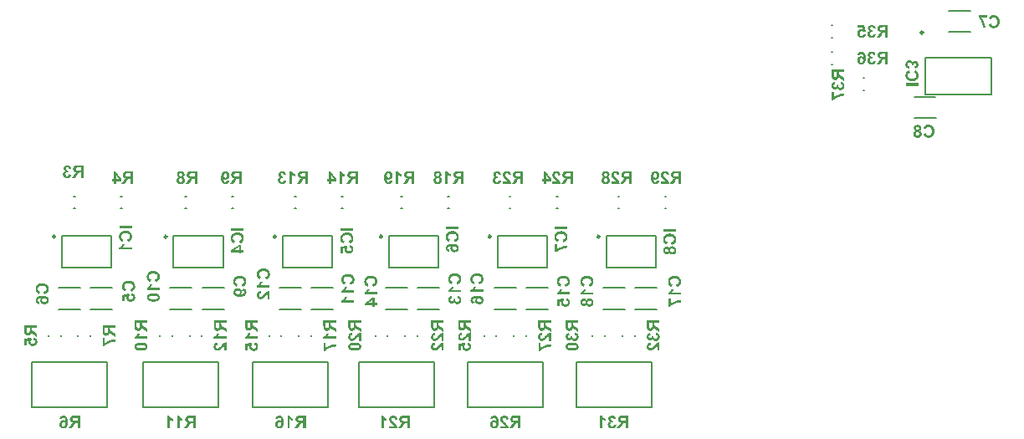
<source format=gbr>
G04*
G04 #@! TF.GenerationSoftware,Altium Limited,Altium Designer,24.0.1 (36)*
G04*
G04 Layer_Color=32896*
%FSLAX25Y25*%
%MOIN*%
G70*
G04*
G04 #@! TF.SameCoordinates,EAEA65AB-E80B-4046-BB69-B77F90F57262*
G04*
G04*
G04 #@! TF.FilePolarity,Positive*
G04*
G01*
G75*
%ADD10C,0.00984*%
%ADD13C,0.00787*%
G36*
X333986Y227863D02*
X331880D01*
Y227535D01*
X331886Y227430D01*
X331899Y227345D01*
X331906Y227273D01*
X331919Y227214D01*
X331932Y227181D01*
X331939Y227154D01*
Y227148D01*
X331965Y227089D01*
X331998Y227030D01*
X332031Y226977D01*
X332064Y226931D01*
X332096Y226892D01*
X332122Y226866D01*
X332142Y226846D01*
X332149Y226839D01*
X332182Y226807D01*
X332221Y226774D01*
X332273Y226735D01*
X332326Y226695D01*
X332451Y226603D01*
X332575Y226518D01*
X332693Y226433D01*
X332746Y226400D01*
X332798Y226367D01*
X332838Y226341D01*
X332864Y226321D01*
X332884Y226308D01*
X332890Y226302D01*
X333986Y225567D01*
Y224347D01*
X333002Y224963D01*
X332897Y225029D01*
X332798Y225095D01*
X332706Y225154D01*
X332628Y225206D01*
X332556Y225259D01*
X332490Y225311D01*
X332431Y225350D01*
X332378Y225390D01*
X332332Y225429D01*
X332293Y225462D01*
X332234Y225508D01*
X332201Y225534D01*
X332188Y225547D01*
X332103Y225633D01*
X332024Y225718D01*
X331952Y225810D01*
X331886Y225895D01*
X331834Y225974D01*
X331795Y226033D01*
X331768Y226079D01*
X331762Y226085D01*
Y226092D01*
X331742Y225967D01*
X331716Y225855D01*
X331683Y225751D01*
X331650Y225652D01*
X331611Y225560D01*
X331572Y225482D01*
X331532Y225403D01*
X331493Y225337D01*
X331453Y225278D01*
X331414Y225226D01*
X331381Y225186D01*
X331355Y225154D01*
X331329Y225121D01*
X331309Y225101D01*
X331302Y225095D01*
X331296Y225088D01*
X331224Y225029D01*
X331152Y224976D01*
X331073Y224931D01*
X330994Y224891D01*
X330837Y224832D01*
X330686Y224793D01*
X330620Y224780D01*
X330555Y224773D01*
X330502Y224767D01*
X330450Y224760D01*
X330410Y224753D01*
X330384D01*
X330364D01*
X330358D01*
X330194Y224760D01*
X330043Y224786D01*
X329912Y224826D01*
X329794Y224865D01*
X329695Y224904D01*
X329656Y224924D01*
X329623Y224944D01*
X329597Y224957D01*
X329577Y224970D01*
X329571Y224976D01*
X329564D01*
X329446Y225068D01*
X329341Y225160D01*
X329256Y225259D01*
X329190Y225357D01*
X329138Y225436D01*
X329105Y225508D01*
X329092Y225534D01*
X329085Y225547D01*
X329079Y225560D01*
Y225567D01*
X329052Y225639D01*
X329033Y225718D01*
X329013Y225810D01*
X329000Y225902D01*
X328974Y226098D01*
X328961Y226289D01*
X328954Y226380D01*
X328947Y226466D01*
Y226544D01*
X328941Y226610D01*
Y228880D01*
X333986D01*
Y227863D01*
D02*
G37*
G36*
X332779Y224025D02*
X332890Y223999D01*
X332989Y223973D01*
X333087Y223934D01*
X333179Y223894D01*
X333264Y223848D01*
X333343Y223802D01*
X333415Y223756D01*
X333474Y223717D01*
X333533Y223671D01*
X333579Y223632D01*
X333618Y223599D01*
X333651Y223566D01*
X333671Y223546D01*
X333684Y223533D01*
X333690Y223527D01*
X333756Y223442D01*
X333815Y223350D01*
X333868Y223251D01*
X333913Y223159D01*
X333953Y223061D01*
X333986Y222969D01*
X334032Y222792D01*
X334045Y222707D01*
X334058Y222635D01*
X334064Y222562D01*
X334071Y222503D01*
X334077Y222458D01*
Y222392D01*
X334071Y222261D01*
X334058Y222130D01*
X334032Y222011D01*
X334005Y221893D01*
X333972Y221788D01*
X333933Y221690D01*
X333887Y221598D01*
X333841Y221513D01*
X333802Y221434D01*
X333756Y221369D01*
X333717Y221316D01*
X333684Y221264D01*
X333658Y221231D01*
X333631Y221198D01*
X333618Y221185D01*
X333612Y221178D01*
X333520Y221093D01*
X333428Y221021D01*
X333336Y220955D01*
X333238Y220896D01*
X333139Y220850D01*
X333048Y220811D01*
X332956Y220778D01*
X332870Y220752D01*
X332785Y220732D01*
X332713Y220719D01*
X332647Y220706D01*
X332588Y220699D01*
X332542Y220693D01*
X332503D01*
X332483D01*
X332477D01*
X332313Y220706D01*
X332162Y220732D01*
X332031Y220778D01*
X331913Y220824D01*
X331821Y220870D01*
X331755Y220916D01*
X331729Y220929D01*
X331709Y220942D01*
X331703Y220955D01*
X331696D01*
X331585Y221060D01*
X331493Y221172D01*
X331421Y221283D01*
X331368Y221395D01*
X331322Y221493D01*
X331309Y221533D01*
X331296Y221572D01*
X331289Y221605D01*
X331283Y221624D01*
X331276Y221638D01*
Y221644D01*
X331198Y221513D01*
X331119Y221401D01*
X331034Y221309D01*
X330942Y221224D01*
X330856Y221152D01*
X330765Y221093D01*
X330679Y221047D01*
X330594Y221008D01*
X330515Y220975D01*
X330443Y220955D01*
X330378Y220936D01*
X330325Y220929D01*
X330279Y220922D01*
X330240Y220916D01*
X330220D01*
X330214D01*
X330128Y220922D01*
X330043Y220929D01*
X329886Y220975D01*
X329741Y221027D01*
X329617Y221093D01*
X329518Y221165D01*
X329472Y221191D01*
X329439Y221218D01*
X329413Y221244D01*
X329394Y221264D01*
X329380Y221270D01*
X329374Y221277D01*
X329295Y221362D01*
X329223Y221447D01*
X329164Y221539D01*
X329105Y221638D01*
X329066Y221729D01*
X329026Y221828D01*
X328993Y221919D01*
X328974Y222005D01*
X328954Y222090D01*
X328941Y222169D01*
X328928Y222241D01*
X328921Y222300D01*
X328915Y222346D01*
Y222418D01*
X328921Y222569D01*
X328941Y222713D01*
X328967Y222838D01*
X328993Y222950D01*
X329020Y223041D01*
X329046Y223113D01*
X329059Y223140D01*
X329066Y223159D01*
X329072Y223166D01*
Y223172D01*
X329138Y223291D01*
X329203Y223395D01*
X329275Y223487D01*
X329348Y223559D01*
X329407Y223619D01*
X329459Y223664D01*
X329492Y223691D01*
X329505Y223697D01*
X329617Y223763D01*
X329735Y223815D01*
X329859Y223868D01*
X329977Y223901D01*
X330082Y223934D01*
X330122Y223947D01*
X330161Y223953D01*
X330194Y223960D01*
X330220Y223966D01*
X330233Y223973D01*
X330240D01*
X330391Y223081D01*
X330273Y223061D01*
X330174Y223035D01*
X330089Y223002D01*
X330017Y222963D01*
X329964Y222930D01*
X329925Y222897D01*
X329899Y222877D01*
X329892Y222871D01*
X329833Y222799D01*
X329787Y222726D01*
X329761Y222661D01*
X329735Y222589D01*
X329722Y222530D01*
X329715Y222484D01*
Y222444D01*
X329722Y222353D01*
X329741Y222274D01*
X329767Y222208D01*
X329794Y222149D01*
X329820Y222103D01*
X329846Y222070D01*
X329866Y222051D01*
X329872Y222044D01*
X329931Y221992D01*
X329997Y221952D01*
X330069Y221926D01*
X330135Y221906D01*
X330187Y221893D01*
X330240Y221887D01*
X330266D01*
X330279D01*
X330384Y221893D01*
X330483Y221919D01*
X330568Y221952D01*
X330633Y221992D01*
X330693Y222031D01*
X330732Y222064D01*
X330758Y222090D01*
X330765Y222097D01*
X330824Y222182D01*
X330863Y222274D01*
X330896Y222372D01*
X330915Y222471D01*
X330922Y222556D01*
X330929Y222628D01*
Y222694D01*
X331716Y222799D01*
X331690Y222707D01*
X331670Y222621D01*
X331657Y222549D01*
X331644Y222484D01*
Y222431D01*
X331637Y222392D01*
Y222359D01*
X331644Y222254D01*
X331670Y222162D01*
X331703Y222083D01*
X331742Y222011D01*
X331788Y221959D01*
X331821Y221913D01*
X331847Y221887D01*
X331854Y221880D01*
X331939Y221815D01*
X332037Y221769D01*
X332136Y221729D01*
X332227Y221710D01*
X332313Y221696D01*
X332378Y221683D01*
X332405D01*
X332418D01*
X332431D01*
X332437D01*
X332575Y221690D01*
X332700Y221716D01*
X332805Y221749D01*
X332890Y221788D01*
X332962Y221828D01*
X333015Y221861D01*
X333041Y221887D01*
X333054Y221893D01*
X333126Y221972D01*
X333185Y222057D01*
X333225Y222143D01*
X333251Y222221D01*
X333264Y222287D01*
X333271Y222339D01*
X333277Y222379D01*
Y222392D01*
X333271Y222490D01*
X333251Y222589D01*
X333218Y222667D01*
X333185Y222740D01*
X333152Y222792D01*
X333120Y222838D01*
X333100Y222864D01*
X333093Y222871D01*
X333015Y222936D01*
X332929Y222989D01*
X332838Y223035D01*
X332746Y223061D01*
X332667Y223081D01*
X332601Y223100D01*
X332575D01*
X332556Y223107D01*
X332549D01*
X332542D01*
X332660Y224045D01*
X332779Y224025D01*
D02*
G37*
G36*
X329905Y217905D02*
X330069Y218029D01*
X330233Y218147D01*
X330404Y218259D01*
X330574Y218364D01*
X330738Y218462D01*
X330902Y218548D01*
X331053Y218633D01*
X331204Y218705D01*
X331335Y218771D01*
X331467Y218830D01*
X331572Y218876D01*
X331670Y218922D01*
X331749Y218954D01*
X331808Y218974D01*
X331840Y218987D01*
X331854Y218994D01*
X332057Y219066D01*
X332260Y219131D01*
X332457Y219184D01*
X332647Y219230D01*
X332831Y219276D01*
X333008Y219309D01*
X333172Y219335D01*
X333330Y219361D01*
X333467Y219381D01*
X333598Y219394D01*
X333710Y219401D01*
X333808Y219414D01*
X333881D01*
X333940Y219420D01*
X333972D01*
X333986D01*
Y218489D01*
X333730Y218482D01*
X333467Y218456D01*
X333218Y218423D01*
X333093Y218403D01*
X332982Y218384D01*
X332877Y218364D01*
X332779Y218344D01*
X332693Y218325D01*
X332621Y218305D01*
X332562Y218292D01*
X332516Y218279D01*
X332483Y218272D01*
X332477D01*
X332162Y218180D01*
X331867Y218075D01*
X331729Y218023D01*
X331591Y217970D01*
X331467Y217918D01*
X331355Y217865D01*
X331250Y217819D01*
X331152Y217774D01*
X331073Y217734D01*
X331001Y217695D01*
X330942Y217669D01*
X330902Y217649D01*
X330876Y217636D01*
X330870Y217629D01*
X330732Y217551D01*
X330601Y217472D01*
X330483Y217393D01*
X330371Y217321D01*
X330266Y217242D01*
X330168Y217177D01*
X330082Y217111D01*
X330004Y217052D01*
X329938Y216993D01*
X329879Y216940D01*
X329826Y216901D01*
X329781Y216862D01*
X329748Y216829D01*
X329728Y216809D01*
X329715Y216796D01*
X329708Y216790D01*
X329007D01*
Y220089D01*
X329905D01*
Y217905D01*
D02*
G37*
G36*
X345043Y236039D02*
X345187Y236020D01*
X345312Y235993D01*
X345423Y235967D01*
X345515Y235941D01*
X345587Y235915D01*
X345613Y235902D01*
X345633Y235895D01*
X345640Y235889D01*
X345646D01*
X345764Y235823D01*
X345869Y235757D01*
X345961Y235685D01*
X346033Y235613D01*
X346092Y235554D01*
X346138Y235502D01*
X346164Y235469D01*
X346171Y235455D01*
X346237Y235344D01*
X346289Y235226D01*
X346342Y235101D01*
X346374Y234983D01*
X346407Y234878D01*
X346420Y234839D01*
X346427Y234800D01*
X346433Y234767D01*
X346440Y234740D01*
X346446Y234727D01*
Y234721D01*
X345554Y234570D01*
X345535Y234688D01*
X345509Y234786D01*
X345476Y234872D01*
X345436Y234944D01*
X345404Y234996D01*
X345371Y235036D01*
X345351Y235062D01*
X345344Y235068D01*
X345272Y235127D01*
X345200Y235174D01*
X345134Y235200D01*
X345062Y235226D01*
X345003Y235239D01*
X344957Y235246D01*
X344918D01*
X344826Y235239D01*
X344747Y235219D01*
X344682Y235193D01*
X344623Y235167D01*
X344577Y235141D01*
X344544Y235114D01*
X344525Y235095D01*
X344518Y235088D01*
X344465Y235029D01*
X344426Y234963D01*
X344400Y234891D01*
X344380Y234826D01*
X344367Y234773D01*
X344360Y234721D01*
Y234695D01*
Y234681D01*
X344367Y234577D01*
X344393Y234478D01*
X344426Y234393D01*
X344465Y234327D01*
X344505Y234268D01*
X344538Y234229D01*
X344564Y234203D01*
X344570Y234196D01*
X344656Y234137D01*
X344747Y234098D01*
X344846Y234065D01*
X344944Y234045D01*
X345030Y234039D01*
X345102Y234032D01*
X345167D01*
X345272Y233245D01*
X345181Y233271D01*
X345095Y233291D01*
X345023Y233304D01*
X344957Y233317D01*
X344905D01*
X344866Y233324D01*
X344833D01*
X344728Y233317D01*
X344636Y233291D01*
X344557Y233258D01*
X344485Y233219D01*
X344433Y233173D01*
X344387Y233140D01*
X344360Y233114D01*
X344354Y233107D01*
X344288Y233022D01*
X344242Y232923D01*
X344203Y232825D01*
X344183Y232733D01*
X344170Y232648D01*
X344157Y232582D01*
Y232556D01*
Y232543D01*
Y232530D01*
Y232523D01*
X344164Y232385D01*
X344190Y232261D01*
X344223Y232156D01*
X344262Y232071D01*
X344301Y231998D01*
X344334Y231946D01*
X344360Y231920D01*
X344367Y231907D01*
X344446Y231834D01*
X344531Y231775D01*
X344616Y231736D01*
X344695Y231710D01*
X344761Y231697D01*
X344813Y231690D01*
X344852Y231683D01*
X344866D01*
X344964Y231690D01*
X345062Y231710D01*
X345141Y231743D01*
X345213Y231775D01*
X345266Y231808D01*
X345312Y231841D01*
X345338Y231861D01*
X345344Y231867D01*
X345410Y231946D01*
X345463Y232031D01*
X345509Y232123D01*
X345535Y232215D01*
X345554Y232294D01*
X345574Y232359D01*
Y232385D01*
X345581Y232405D01*
Y232412D01*
Y232418D01*
X346519Y232300D01*
X346499Y232182D01*
X346473Y232071D01*
X346446Y231972D01*
X346407Y231874D01*
X346368Y231782D01*
X346322Y231697D01*
X346276Y231618D01*
X346230Y231546D01*
X346191Y231487D01*
X346145Y231428D01*
X346105Y231382D01*
X346073Y231342D01*
X346040Y231310D01*
X346020Y231290D01*
X346007Y231277D01*
X346001Y231270D01*
X345915Y231205D01*
X345823Y231146D01*
X345725Y231093D01*
X345633Y231047D01*
X345535Y231008D01*
X345443Y230975D01*
X345266Y230929D01*
X345181Y230916D01*
X345108Y230903D01*
X345036Y230896D01*
X344977Y230890D01*
X344931Y230883D01*
X344866D01*
X344734Y230890D01*
X344603Y230903D01*
X344485Y230929D01*
X344367Y230955D01*
X344262Y230988D01*
X344164Y231028D01*
X344072Y231073D01*
X343987Y231119D01*
X343908Y231159D01*
X343842Y231205D01*
X343790Y231244D01*
X343737Y231277D01*
X343705Y231303D01*
X343672Y231329D01*
X343659Y231342D01*
X343652Y231349D01*
X343567Y231441D01*
X343495Y231533D01*
X343429Y231625D01*
X343370Y231723D01*
X343324Y231821D01*
X343285Y231913D01*
X343252Y232005D01*
X343226Y232090D01*
X343206Y232175D01*
X343193Y232248D01*
X343180Y232313D01*
X343173Y232372D01*
X343167Y232418D01*
Y232458D01*
Y232477D01*
Y232484D01*
X343180Y232648D01*
X343206Y232799D01*
X343252Y232930D01*
X343298Y233048D01*
X343344Y233140D01*
X343390Y233206D01*
X343403Y233232D01*
X343416Y233251D01*
X343429Y233258D01*
Y233264D01*
X343534Y233376D01*
X343645Y233468D01*
X343757Y233540D01*
X343868Y233593D01*
X343967Y233638D01*
X344006Y233651D01*
X344046Y233665D01*
X344078Y233671D01*
X344098Y233678D01*
X344111Y233684D01*
X344118D01*
X343987Y233763D01*
X343875Y233842D01*
X343783Y233927D01*
X343698Y234019D01*
X343626Y234104D01*
X343567Y234196D01*
X343521Y234281D01*
X343481Y234367D01*
X343449Y234445D01*
X343429Y234518D01*
X343409Y234583D01*
X343403Y234635D01*
X343396Y234681D01*
X343390Y234721D01*
Y234740D01*
Y234747D01*
X343396Y234832D01*
X343403Y234918D01*
X343449Y235075D01*
X343501Y235219D01*
X343567Y235344D01*
X343639Y235442D01*
X343665Y235488D01*
X343691Y235521D01*
X343718Y235547D01*
X343737Y235567D01*
X343744Y235580D01*
X343750Y235587D01*
X343836Y235665D01*
X343921Y235738D01*
X344013Y235797D01*
X344111Y235856D01*
X344203Y235895D01*
X344301Y235934D01*
X344393Y235967D01*
X344479Y235987D01*
X344564Y236007D01*
X344642Y236020D01*
X344715Y236033D01*
X344774Y236039D01*
X344820Y236046D01*
X344892D01*
X345043Y236039D01*
D02*
G37*
G36*
X340877D02*
X341015Y236020D01*
X341153Y235987D01*
X341277Y235947D01*
X341395Y235902D01*
X341500Y235849D01*
X341605Y235797D01*
X341690Y235738D01*
X341776Y235679D01*
X341848Y235626D01*
X341907Y235574D01*
X341960Y235528D01*
X341999Y235488D01*
X342025Y235455D01*
X342045Y235436D01*
X342051Y235429D01*
X342143Y235305D01*
X342222Y235167D01*
X342287Y235016D01*
X342347Y234859D01*
X342399Y234688D01*
X342438Y234524D01*
X342471Y234360D01*
X342497Y234196D01*
X342517Y234039D01*
X342537Y233894D01*
X342550Y233763D01*
X342557Y233651D01*
Y233553D01*
X342563Y233514D01*
Y233481D01*
Y233455D01*
Y233435D01*
Y233429D01*
Y233422D01*
X342557Y233179D01*
X342543Y232950D01*
X342517Y232740D01*
X342484Y232549D01*
X342452Y232372D01*
X342412Y232215D01*
X342366Y232071D01*
X342320Y231939D01*
X342274Y231828D01*
X342229Y231736D01*
X342189Y231651D01*
X342156Y231585D01*
X342124Y231539D01*
X342097Y231500D01*
X342084Y231480D01*
X342078Y231474D01*
X341979Y231369D01*
X341881Y231277D01*
X341776Y231198D01*
X341671Y231133D01*
X341566Y231073D01*
X341461Y231028D01*
X341363Y230988D01*
X341264Y230955D01*
X341172Y230936D01*
X341087Y230916D01*
X341008Y230903D01*
X340943Y230890D01*
X340890D01*
X340851Y230883D01*
X340818D01*
X340687Y230890D01*
X340562Y230903D01*
X340451Y230929D01*
X340339Y230955D01*
X340234Y230988D01*
X340142Y231028D01*
X340051Y231073D01*
X339972Y231119D01*
X339900Y231159D01*
X339834Y231205D01*
X339782Y231244D01*
X339736Y231277D01*
X339703Y231303D01*
X339677Y231329D01*
X339664Y231342D01*
X339657Y231349D01*
X339578Y231441D01*
X339506Y231539D01*
X339447Y231638D01*
X339388Y231743D01*
X339349Y231848D01*
X339309Y231953D01*
X339277Y232051D01*
X339257Y232149D01*
X339237Y232241D01*
X339224Y232326D01*
X339211Y232399D01*
X339204Y232464D01*
X339198Y232523D01*
Y232563D01*
Y232589D01*
Y232595D01*
X339204Y232733D01*
X339217Y232858D01*
X339237Y232976D01*
X339263Y233094D01*
X339296Y233199D01*
X339335Y233297D01*
X339375Y233389D01*
X339414Y233468D01*
X339454Y233540D01*
X339493Y233606D01*
X339532Y233658D01*
X339565Y233704D01*
X339591Y233743D01*
X339611Y233770D01*
X339624Y233783D01*
X339631Y233789D01*
X339716Y233875D01*
X339801Y233940D01*
X339886Y234006D01*
X339972Y234058D01*
X340064Y234104D01*
X340149Y234143D01*
X340234Y234170D01*
X340313Y234196D01*
X340385Y234216D01*
X340451Y234229D01*
X340516Y234242D01*
X340569Y234248D01*
X340608Y234255D01*
X340667D01*
X340766Y234248D01*
X340857Y234235D01*
X340949Y234216D01*
X341035Y234189D01*
X341185Y234117D01*
X341317Y234039D01*
X341376Y233999D01*
X341422Y233960D01*
X341467Y233921D01*
X341500Y233888D01*
X341527Y233861D01*
X341546Y233842D01*
X341559Y233829D01*
X341566Y233822D01*
X341553Y233980D01*
X341540Y234124D01*
X341520Y234255D01*
X341500Y234367D01*
X341481Y234478D01*
X341461Y234570D01*
X341435Y234649D01*
X341415Y234721D01*
X341395Y234786D01*
X341376Y234839D01*
X341356Y234878D01*
X341336Y234911D01*
X341323Y234937D01*
X341310Y234957D01*
X341303Y234970D01*
X341218Y235062D01*
X341133Y235127D01*
X341041Y235180D01*
X340962Y235213D01*
X340890Y235232D01*
X340838Y235239D01*
X340798Y235246D01*
X340785D01*
X340700Y235239D01*
X340628Y235226D01*
X340569Y235200D01*
X340510Y235180D01*
X340470Y235154D01*
X340438Y235127D01*
X340418Y235114D01*
X340411Y235108D01*
X340359Y235049D01*
X340319Y234983D01*
X340287Y234918D01*
X340267Y234845D01*
X340247Y234786D01*
X340234Y234734D01*
X340228Y234701D01*
Y234695D01*
Y234688D01*
X339290Y234786D01*
X339309Y234898D01*
X339342Y235003D01*
X339375Y235101D01*
X339408Y235187D01*
X339447Y235272D01*
X339486Y235351D01*
X339532Y235416D01*
X339572Y235482D01*
X339611Y235534D01*
X339650Y235587D01*
X339683Y235626D01*
X339716Y235659D01*
X339742Y235685D01*
X339755Y235705D01*
X339769Y235711D01*
X339775Y235718D01*
X339847Y235777D01*
X339926Y235829D01*
X340005Y235869D01*
X340083Y235908D01*
X340241Y235967D01*
X340392Y236007D01*
X340457Y236020D01*
X340523Y236026D01*
X340582Y236039D01*
X340628D01*
X340667Y236046D01*
X340726D01*
X340877Y236039D01*
D02*
G37*
G36*
X351353Y230975D02*
X350337D01*
Y233081D01*
X350009D01*
X349904Y233074D01*
X349818Y233061D01*
X349746Y233055D01*
X349687Y233041D01*
X349654Y233028D01*
X349628Y233022D01*
X349622D01*
X349563Y232996D01*
X349503Y232963D01*
X349451Y232930D01*
X349405Y232897D01*
X349366Y232864D01*
X349340Y232838D01*
X349320Y232818D01*
X349313Y232812D01*
X349281Y232779D01*
X349248Y232740D01*
X349208Y232687D01*
X349169Y232635D01*
X349077Y232510D01*
X348992Y232385D01*
X348907Y232267D01*
X348874Y232215D01*
X348841Y232162D01*
X348815Y232123D01*
X348795Y232097D01*
X348782Y232077D01*
X348775Y232071D01*
X348041Y230975D01*
X346820D01*
X347437Y231959D01*
X347503Y232064D01*
X347568Y232162D01*
X347627Y232254D01*
X347680Y232333D01*
X347732Y232405D01*
X347785Y232471D01*
X347824Y232530D01*
X347864Y232582D01*
X347903Y232628D01*
X347936Y232667D01*
X347982Y232727D01*
X348008Y232759D01*
X348021Y232772D01*
X348106Y232858D01*
X348191Y232937D01*
X348283Y233009D01*
X348369Y233074D01*
X348447Y233127D01*
X348506Y233166D01*
X348552Y233192D01*
X348559Y233199D01*
X348565D01*
X348441Y233219D01*
X348329Y233245D01*
X348224Y233278D01*
X348126Y233310D01*
X348034Y233350D01*
X347955Y233389D01*
X347877Y233429D01*
X347811Y233468D01*
X347752Y233507D01*
X347699Y233547D01*
X347660Y233579D01*
X347627Y233606D01*
X347594Y233632D01*
X347575Y233651D01*
X347568Y233658D01*
X347562Y233665D01*
X347503Y233737D01*
X347450Y233809D01*
X347404Y233888D01*
X347365Y233966D01*
X347306Y234124D01*
X347267Y234275D01*
X347253Y234340D01*
X347247Y234406D01*
X347240Y234458D01*
X347234Y234511D01*
X347227Y234550D01*
Y234577D01*
Y234596D01*
Y234603D01*
X347234Y234767D01*
X347260Y234918D01*
X347299Y235049D01*
X347339Y235167D01*
X347378Y235265D01*
X347398Y235305D01*
X347417Y235337D01*
X347430Y235364D01*
X347444Y235383D01*
X347450Y235390D01*
Y235397D01*
X347542Y235515D01*
X347634Y235619D01*
X347732Y235705D01*
X347831Y235770D01*
X347909Y235823D01*
X347982Y235856D01*
X348008Y235869D01*
X348021Y235875D01*
X348034Y235882D01*
X348041D01*
X348113Y235908D01*
X348191Y235928D01*
X348283Y235947D01*
X348375Y235961D01*
X348572Y235987D01*
X348762Y236000D01*
X348854Y236007D01*
X348939Y236013D01*
X349018D01*
X349084Y236020D01*
X351353D01*
Y230975D01*
D02*
G37*
G36*
X345059Y246669D02*
X345203Y246650D01*
X345328Y246623D01*
X345440Y246597D01*
X345531Y246571D01*
X345604Y246545D01*
X345630Y246532D01*
X345650Y246525D01*
X345656Y246518D01*
X345663D01*
X345781Y246453D01*
X345886Y246387D01*
X345977Y246315D01*
X346050Y246243D01*
X346109Y246184D01*
X346155Y246131D01*
X346181Y246099D01*
X346187Y246085D01*
X346253Y245974D01*
X346305Y245856D01*
X346358Y245731D01*
X346391Y245613D01*
X346424Y245508D01*
X346437Y245469D01*
X346443Y245429D01*
X346450Y245397D01*
X346456Y245370D01*
X346463Y245357D01*
Y245351D01*
X345571Y245200D01*
X345551Y245318D01*
X345525Y245416D01*
X345492Y245502D01*
X345453Y245574D01*
X345420Y245626D01*
X345387Y245666D01*
X345367Y245692D01*
X345361Y245698D01*
X345289Y245758D01*
X345217Y245803D01*
X345151Y245830D01*
X345079Y245856D01*
X345020Y245869D01*
X344974Y245876D01*
X344935D01*
X344843Y245869D01*
X344764Y245849D01*
X344698Y245823D01*
X344639Y245797D01*
X344593Y245771D01*
X344561Y245744D01*
X344541Y245725D01*
X344534Y245718D01*
X344482Y245659D01*
X344443Y245593D01*
X344416Y245521D01*
X344396Y245456D01*
X344383Y245403D01*
X344377Y245351D01*
Y245324D01*
Y245311D01*
X344383Y245206D01*
X344410Y245108D01*
X344443Y245023D01*
X344482Y244957D01*
X344521Y244898D01*
X344554Y244859D01*
X344580Y244832D01*
X344587Y244826D01*
X344672Y244767D01*
X344764Y244727D01*
X344862Y244695D01*
X344961Y244675D01*
X345046Y244669D01*
X345118Y244662D01*
X345184D01*
X345289Y243875D01*
X345197Y243901D01*
X345112Y243921D01*
X345039Y243934D01*
X344974Y243947D01*
X344921D01*
X344882Y243953D01*
X344849D01*
X344744Y243947D01*
X344652Y243921D01*
X344574Y243888D01*
X344501Y243848D01*
X344449Y243803D01*
X344403Y243770D01*
X344377Y243743D01*
X344370Y243737D01*
X344305Y243652D01*
X344259Y243553D01*
X344219Y243455D01*
X344200Y243363D01*
X344187Y243278D01*
X344174Y243212D01*
Y243186D01*
Y243173D01*
Y243160D01*
Y243153D01*
X344180Y243015D01*
X344206Y242891D01*
X344239Y242786D01*
X344279Y242701D01*
X344318Y242628D01*
X344351Y242576D01*
X344377Y242550D01*
X344383Y242536D01*
X344462Y242464D01*
X344547Y242405D01*
X344633Y242366D01*
X344711Y242340D01*
X344777Y242327D01*
X344830Y242320D01*
X344869Y242314D01*
X344882D01*
X344980Y242320D01*
X345079Y242340D01*
X345158Y242372D01*
X345230Y242405D01*
X345282Y242438D01*
X345328Y242471D01*
X345354Y242491D01*
X345361Y242497D01*
X345427Y242576D01*
X345479Y242661D01*
X345525Y242753D01*
X345551Y242845D01*
X345571Y242923D01*
X345590Y242989D01*
Y243015D01*
X345597Y243035D01*
Y243042D01*
Y243048D01*
X346535Y242930D01*
X346515Y242812D01*
X346489Y242701D01*
X346463Y242602D01*
X346424Y242504D01*
X346384Y242412D01*
X346338Y242327D01*
X346292Y242248D01*
X346247Y242176D01*
X346207Y242117D01*
X346161Y242058D01*
X346122Y242012D01*
X346089Y241972D01*
X346056Y241939D01*
X346037Y241920D01*
X346023Y241907D01*
X346017Y241900D01*
X345932Y241835D01*
X345840Y241775D01*
X345741Y241723D01*
X345650Y241677D01*
X345551Y241638D01*
X345459Y241605D01*
X345282Y241559D01*
X345197Y241546D01*
X345125Y241533D01*
X345053Y241526D01*
X344993Y241520D01*
X344948Y241513D01*
X344882D01*
X344751Y241520D01*
X344620Y241533D01*
X344501Y241559D01*
X344383Y241585D01*
X344279Y241618D01*
X344180Y241657D01*
X344088Y241703D01*
X344003Y241749D01*
X343924Y241789D01*
X343859Y241835D01*
X343806Y241874D01*
X343754Y241907D01*
X343721Y241933D01*
X343688Y241959D01*
X343675Y241972D01*
X343668Y241979D01*
X343583Y242071D01*
X343511Y242163D01*
X343445Y242254D01*
X343386Y242353D01*
X343340Y242451D01*
X343301Y242543D01*
X343268Y242635D01*
X343242Y242720D01*
X343222Y242806D01*
X343209Y242878D01*
X343196Y242943D01*
X343190Y243002D01*
X343183Y243048D01*
Y243088D01*
Y243107D01*
Y243114D01*
X343196Y243278D01*
X343222Y243429D01*
X343268Y243560D01*
X343314Y243678D01*
X343360Y243770D01*
X343406Y243835D01*
X343419Y243862D01*
X343432Y243881D01*
X343445Y243888D01*
Y243894D01*
X343550Y244006D01*
X343662Y244098D01*
X343773Y244170D01*
X343885Y244222D01*
X343983Y244268D01*
X344023Y244281D01*
X344062Y244295D01*
X344095Y244301D01*
X344114Y244308D01*
X344128Y244314D01*
X344134D01*
X344003Y244393D01*
X343891Y244472D01*
X343800Y244557D01*
X343714Y244649D01*
X343642Y244734D01*
X343583Y244826D01*
X343537Y244911D01*
X343498Y244997D01*
X343465Y245075D01*
X343445Y245147D01*
X343426Y245213D01*
X343419Y245266D01*
X343413Y245311D01*
X343406Y245351D01*
Y245370D01*
Y245377D01*
X343413Y245462D01*
X343419Y245548D01*
X343465Y245705D01*
X343517Y245849D01*
X343583Y245974D01*
X343655Y246072D01*
X343682Y246118D01*
X343708Y246151D01*
X343734Y246177D01*
X343754Y246197D01*
X343760Y246210D01*
X343767Y246217D01*
X343852Y246295D01*
X343937Y246368D01*
X344029Y246427D01*
X344128Y246486D01*
X344219Y246525D01*
X344318Y246564D01*
X344410Y246597D01*
X344495Y246617D01*
X344580Y246637D01*
X344659Y246650D01*
X344731Y246663D01*
X344790Y246669D01*
X344836Y246676D01*
X344908D01*
X345059Y246669D01*
D02*
G37*
G36*
X342448Y243960D02*
X341668Y243848D01*
X341602Y243914D01*
X341543Y243973D01*
X341477Y244019D01*
X341412Y244058D01*
X341287Y244124D01*
X341176Y244170D01*
X341077Y244196D01*
X341031Y244203D01*
X340999Y244209D01*
X340966Y244216D01*
X340926D01*
X340808Y244203D01*
X340703Y244177D01*
X340611Y244144D01*
X340533Y244098D01*
X340474Y244052D01*
X340428Y244019D01*
X340395Y243993D01*
X340388Y243980D01*
X340316Y243881D01*
X340264Y243770D01*
X340231Y243652D01*
X340205Y243540D01*
X340192Y243435D01*
X340185Y243396D01*
X340178Y243356D01*
Y243324D01*
Y243297D01*
Y243284D01*
Y243278D01*
X340185Y243101D01*
X340211Y242950D01*
X340244Y242825D01*
X340283Y242720D01*
X340323Y242635D01*
X340356Y242576D01*
X340382Y242543D01*
X340388Y242530D01*
X340474Y242451D01*
X340559Y242392D01*
X340644Y242346D01*
X340723Y242320D01*
X340795Y242300D01*
X340848Y242294D01*
X340887Y242287D01*
X340900D01*
X340999Y242294D01*
X341084Y242320D01*
X341162Y242346D01*
X341228Y242386D01*
X341287Y242418D01*
X341326Y242451D01*
X341359Y242471D01*
X341366Y242477D01*
X341431Y242556D01*
X341484Y242641D01*
X341530Y242727D01*
X341556Y242806D01*
X341576Y242884D01*
X341595Y242943D01*
X341602Y242983D01*
Y242989D01*
Y242996D01*
X342566Y242891D01*
X342547Y242773D01*
X342520Y242668D01*
X342488Y242563D01*
X342448Y242471D01*
X342409Y242379D01*
X342363Y242294D01*
X342317Y242222D01*
X342271Y242156D01*
X342225Y242090D01*
X342186Y242038D01*
X342146Y241992D01*
X342114Y241953D01*
X342081Y241926D01*
X342061Y241907D01*
X342048Y241894D01*
X342041Y241887D01*
X341956Y241822D01*
X341864Y241762D01*
X341773Y241717D01*
X341681Y241671D01*
X341582Y241638D01*
X341491Y241605D01*
X341307Y241559D01*
X341228Y241546D01*
X341149Y241533D01*
X341084Y241526D01*
X341025Y241520D01*
X340972Y241513D01*
X340907D01*
X340749Y241520D01*
X340598Y241539D01*
X340454Y241572D01*
X340323Y241618D01*
X340205Y241671D01*
X340093Y241723D01*
X339988Y241789D01*
X339896Y241848D01*
X339818Y241913D01*
X339745Y241972D01*
X339680Y242025D01*
X339634Y242077D01*
X339595Y242123D01*
X339562Y242156D01*
X339549Y242176D01*
X339542Y242182D01*
X339476Y242274D01*
X339424Y242372D01*
X339372Y242464D01*
X339332Y242563D01*
X339267Y242746D01*
X339227Y242917D01*
X339214Y242996D01*
X339201Y243068D01*
X339194Y243133D01*
X339188Y243186D01*
X339181Y243232D01*
Y243265D01*
Y243284D01*
Y243291D01*
X339188Y243429D01*
X339201Y243560D01*
X339221Y243685D01*
X339253Y243796D01*
X339286Y243907D01*
X339319Y244006D01*
X339365Y244098D01*
X339404Y244183D01*
X339444Y244255D01*
X339483Y244321D01*
X339523Y244380D01*
X339555Y244426D01*
X339588Y244465D01*
X339608Y244491D01*
X339621Y244504D01*
X339627Y244511D01*
X339713Y244596D01*
X339805Y244669D01*
X339896Y244727D01*
X339988Y244787D01*
X340080Y244832D01*
X340165Y244865D01*
X340257Y244898D01*
X340336Y244924D01*
X340415Y244944D01*
X340487Y244957D01*
X340552Y244970D01*
X340611Y244977D01*
X340651Y244983D01*
X340716D01*
X340841Y244977D01*
X340959Y244957D01*
X341071Y244931D01*
X341176Y244905D01*
X341254Y244872D01*
X341320Y244846D01*
X341346Y244832D01*
X341366Y244826D01*
X341372Y244819D01*
X341379D01*
X341221Y245679D01*
X339404D01*
Y246584D01*
X341950D01*
X342448Y243960D01*
D02*
G37*
G36*
X351370Y241605D02*
X350353D01*
Y243711D01*
X350025D01*
X349920Y243704D01*
X349835Y243691D01*
X349763Y243685D01*
X349704Y243671D01*
X349671Y243658D01*
X349644Y243652D01*
X349638D01*
X349579Y243625D01*
X349520Y243593D01*
X349467Y243560D01*
X349422Y243527D01*
X349382Y243494D01*
X349356Y243468D01*
X349336Y243448D01*
X349330Y243442D01*
X349297Y243409D01*
X349264Y243370D01*
X349225Y243317D01*
X349185Y243265D01*
X349094Y243140D01*
X349008Y243015D01*
X348923Y242897D01*
X348890Y242845D01*
X348857Y242792D01*
X348831Y242753D01*
X348811Y242727D01*
X348798Y242707D01*
X348792Y242701D01*
X348057Y241605D01*
X346837D01*
X347453Y242589D01*
X347519Y242694D01*
X347585Y242792D01*
X347644Y242884D01*
X347696Y242963D01*
X347749Y243035D01*
X347801Y243101D01*
X347840Y243160D01*
X347880Y243212D01*
X347919Y243258D01*
X347952Y243297D01*
X347998Y243356D01*
X348024Y243389D01*
X348037Y243402D01*
X348123Y243488D01*
X348208Y243566D01*
X348300Y243639D01*
X348385Y243704D01*
X348464Y243757D01*
X348523Y243796D01*
X348569Y243822D01*
X348575Y243829D01*
X348582D01*
X348457Y243848D01*
X348346Y243875D01*
X348241Y243907D01*
X348142Y243940D01*
X348050Y243980D01*
X347972Y244019D01*
X347893Y244058D01*
X347827Y244098D01*
X347768Y244137D01*
X347716Y244177D01*
X347676Y244209D01*
X347644Y244235D01*
X347611Y244262D01*
X347591Y244281D01*
X347585Y244288D01*
X347578Y244295D01*
X347519Y244367D01*
X347467Y244439D01*
X347421Y244518D01*
X347381Y244596D01*
X347322Y244754D01*
X347283Y244905D01*
X347270Y244970D01*
X347263Y245036D01*
X347257Y245088D01*
X347250Y245141D01*
X347244Y245180D01*
Y245206D01*
Y245226D01*
Y245233D01*
X347250Y245397D01*
X347276Y245548D01*
X347316Y245679D01*
X347355Y245797D01*
X347394Y245895D01*
X347414Y245935D01*
X347434Y245967D01*
X347447Y245994D01*
X347460Y246013D01*
X347467Y246020D01*
Y246026D01*
X347558Y246145D01*
X347650Y246249D01*
X347749Y246335D01*
X347847Y246400D01*
X347926Y246453D01*
X347998Y246486D01*
X348024Y246499D01*
X348037Y246505D01*
X348050Y246512D01*
X348057D01*
X348129Y246538D01*
X348208Y246558D01*
X348300Y246577D01*
X348392Y246591D01*
X348588Y246617D01*
X348779Y246630D01*
X348870Y246637D01*
X348956Y246643D01*
X349035D01*
X349100Y246650D01*
X351370D01*
Y241605D01*
D02*
G37*
G36*
X266932Y164300D02*
X261887D01*
Y165317D01*
X266932D01*
Y164300D01*
D02*
G37*
G36*
X264669Y163500D02*
X264879Y163480D01*
X265069Y163447D01*
X265252Y163408D01*
X265416Y163355D01*
X265574Y163303D01*
X265712Y163244D01*
X265843Y163185D01*
X265954Y163126D01*
X266053Y163067D01*
X266138Y163014D01*
X266210Y162962D01*
X266263Y162923D01*
X266302Y162890D01*
X266328Y162870D01*
X266335Y162863D01*
X266453Y162739D01*
X266558Y162608D01*
X266650Y162470D01*
X266728Y162332D01*
X266794Y162194D01*
X266853Y162057D01*
X266892Y161919D01*
X266932Y161794D01*
X266958Y161670D01*
X266978Y161565D01*
X266997Y161460D01*
X267004Y161374D01*
X267010Y161309D01*
X267017Y161256D01*
Y161210D01*
X267010Y161059D01*
X266997Y160922D01*
X266978Y160784D01*
X266951Y160659D01*
X266925Y160541D01*
X266892Y160430D01*
X266853Y160325D01*
X266814Y160233D01*
X266781Y160154D01*
X266741Y160082D01*
X266709Y160016D01*
X266676Y159964D01*
X266656Y159924D01*
X266637Y159898D01*
X266623Y159879D01*
X266617Y159872D01*
X266538Y159774D01*
X266446Y159688D01*
X266354Y159603D01*
X266249Y159531D01*
X266151Y159459D01*
X266046Y159400D01*
X265843Y159295D01*
X265751Y159249D01*
X265659Y159210D01*
X265580Y159183D01*
X265515Y159157D01*
X265456Y159137D01*
X265416Y159124D01*
X265384Y159111D01*
X265377D01*
X265069Y160102D01*
X265167Y160128D01*
X265265Y160161D01*
X265351Y160187D01*
X265429Y160226D01*
X265508Y160259D01*
X265574Y160292D01*
X265633Y160331D01*
X265685Y160364D01*
X265777Y160430D01*
X265836Y160482D01*
X265876Y160515D01*
X265882Y160521D01*
X265889Y160528D01*
X265974Y160640D01*
X266040Y160758D01*
X266079Y160876D01*
X266112Y160981D01*
X266131Y161079D01*
X266138Y161158D01*
X266145Y161184D01*
Y161223D01*
X266138Y161322D01*
X266125Y161420D01*
X266105Y161512D01*
X266079Y161597D01*
X266020Y161748D01*
X265941Y161873D01*
X265908Y161932D01*
X265869Y161978D01*
X265836Y162017D01*
X265804Y162057D01*
X265784Y162083D01*
X265764Y162102D01*
X265751Y162109D01*
X265744Y162116D01*
X265659Y162175D01*
X265567Y162227D01*
X265469Y162273D01*
X265357Y162312D01*
X265134Y162371D01*
X264911Y162411D01*
X264806Y162431D01*
X264701Y162437D01*
X264616Y162444D01*
X264537Y162450D01*
X264472Y162457D01*
X264419D01*
X264393D01*
X264380D01*
X264216Y162450D01*
X264065Y162444D01*
X263921Y162424D01*
X263796Y162404D01*
X263678Y162378D01*
X263566Y162345D01*
X263475Y162312D01*
X263389Y162280D01*
X263311Y162253D01*
X263252Y162221D01*
X263193Y162188D01*
X263153Y162162D01*
X263120Y162142D01*
X263094Y162122D01*
X263081Y162116D01*
X263074Y162109D01*
X263002Y162043D01*
X262943Y161971D01*
X262884Y161899D01*
X262838Y161820D01*
X262799Y161742D01*
X262766Y161670D01*
X262720Y161525D01*
X262687Y161400D01*
X262681Y161342D01*
X262674Y161296D01*
X262668Y161256D01*
Y161204D01*
X262674Y161059D01*
X262701Y160922D01*
X262740Y160804D01*
X262779Y160705D01*
X262825Y160626D01*
X262858Y160567D01*
X262884Y160528D01*
X262897Y160515D01*
X262989Y160416D01*
X263088Y160331D01*
X263193Y160266D01*
X263291Y160213D01*
X263376Y160180D01*
X263448Y160154D01*
X263475Y160148D01*
X263494Y160141D01*
X263508Y160134D01*
X263514D01*
X263271Y159124D01*
X263160Y159157D01*
X263055Y159196D01*
X262963Y159236D01*
X262871Y159282D01*
X262786Y159321D01*
X262714Y159367D01*
X262642Y159406D01*
X262582Y159452D01*
X262530Y159492D01*
X262477Y159524D01*
X262438Y159557D01*
X262405Y159583D01*
X262379Y159610D01*
X262359Y159629D01*
X262353Y159636D01*
X262346Y159643D01*
X262248Y159754D01*
X262163Y159872D01*
X262090Y159997D01*
X262025Y160121D01*
X261972Y160246D01*
X261927Y160371D01*
X261894Y160495D01*
X261861Y160613D01*
X261841Y160725D01*
X261822Y160823D01*
X261815Y160915D01*
X261802Y160994D01*
Y161059D01*
X261795Y161112D01*
Y161151D01*
X261802Y161342D01*
X261828Y161525D01*
X261861Y161702D01*
X261907Y161866D01*
X261959Y162017D01*
X262018Y162155D01*
X262077Y162286D01*
X262143Y162398D01*
X262209Y162503D01*
X262274Y162594D01*
X262333Y162673D01*
X262386Y162739D01*
X262432Y162791D01*
X262464Y162824D01*
X262491Y162850D01*
X262497Y162857D01*
X262635Y162968D01*
X262779Y163073D01*
X262937Y163159D01*
X263094Y163231D01*
X263258Y163296D01*
X263422Y163349D01*
X263580Y163388D01*
X263737Y163428D01*
X263881Y163454D01*
X264019Y163473D01*
X264137Y163487D01*
X264242Y163493D01*
X264334Y163500D01*
X264400Y163506D01*
X264419D01*
X264439D01*
X264445D01*
X264452D01*
X264669Y163500D01*
D02*
G37*
G36*
X265626Y158462D02*
X265751Y158442D01*
X265876Y158416D01*
X265987Y158383D01*
X266092Y158344D01*
X266191Y158298D01*
X266276Y158252D01*
X266354Y158199D01*
X266427Y158147D01*
X266486Y158101D01*
X266538Y158055D01*
X266584Y158016D01*
X266617Y157983D01*
X266643Y157950D01*
X266656Y157937D01*
X266663Y157930D01*
X266728Y157838D01*
X266781Y157747D01*
X266827Y157655D01*
X266873Y157556D01*
X266938Y157366D01*
X266978Y157183D01*
X266991Y157104D01*
X267004Y157025D01*
X267010Y156953D01*
X267017Y156894D01*
X267024Y156848D01*
Y156782D01*
X267017Y156644D01*
X267004Y156520D01*
X266984Y156395D01*
X266958Y156284D01*
X266925Y156179D01*
X266886Y156080D01*
X266846Y155989D01*
X266807Y155910D01*
X266768Y155838D01*
X266728Y155772D01*
X266689Y155720D01*
X266656Y155674D01*
X266630Y155641D01*
X266610Y155615D01*
X266597Y155602D01*
X266591Y155595D01*
X266505Y155516D01*
X266413Y155451D01*
X266322Y155385D01*
X266230Y155339D01*
X266131Y155293D01*
X266033Y155260D01*
X265856Y155201D01*
X265771Y155188D01*
X265692Y155175D01*
X265626Y155162D01*
X265567Y155155D01*
X265515Y155149D01*
X265482D01*
X265456D01*
X265449D01*
X265292Y155155D01*
X265154Y155182D01*
X265023Y155221D01*
X264918Y155260D01*
X264826Y155300D01*
X264760Y155339D01*
X264734Y155352D01*
X264715Y155365D01*
X264708Y155372D01*
X264701D01*
X264583Y155464D01*
X264485Y155562D01*
X264400Y155667D01*
X264327Y155772D01*
X264275Y155864D01*
X264236Y155936D01*
X264223Y155969D01*
X264209Y155989D01*
X264203Y156002D01*
Y156008D01*
X264144Y155890D01*
X264078Y155792D01*
X264006Y155700D01*
X263940Y155628D01*
X263881Y155569D01*
X263835Y155529D01*
X263803Y155503D01*
X263790Y155497D01*
X263685Y155438D01*
X263573Y155392D01*
X263468Y155359D01*
X263370Y155333D01*
X263284Y155319D01*
X263219Y155313D01*
X263193D01*
X263173D01*
X263166D01*
X263160D01*
X263055Y155319D01*
X262963Y155333D01*
X262865Y155352D01*
X262779Y155372D01*
X262622Y155438D01*
X262491Y155510D01*
X262432Y155549D01*
X262379Y155588D01*
X262340Y155621D01*
X262300Y155647D01*
X262274Y155674D01*
X262255Y155693D01*
X262241Y155707D01*
X262235Y155713D01*
X262169Y155792D01*
X262110Y155877D01*
X262064Y155962D01*
X262018Y156054D01*
X261979Y156146D01*
X261953Y156244D01*
X261907Y156421D01*
X261894Y156507D01*
X261881Y156579D01*
X261874Y156651D01*
X261867Y156710D01*
X261861Y156763D01*
Y156828D01*
X261867Y156959D01*
X261874Y157084D01*
X261894Y157202D01*
X261920Y157314D01*
X261946Y157412D01*
X261979Y157504D01*
X262012Y157589D01*
X262045Y157661D01*
X262084Y157727D01*
X262117Y157786D01*
X262150Y157838D01*
X262176Y157878D01*
X262202Y157911D01*
X262222Y157930D01*
X262228Y157943D01*
X262235Y157950D01*
X262307Y158022D01*
X262379Y158081D01*
X262458Y158134D01*
X262537Y158180D01*
X262609Y158212D01*
X262687Y158245D01*
X262832Y158291D01*
X262963Y158324D01*
X263022Y158331D01*
X263068Y158337D01*
X263107Y158344D01*
X263134D01*
X263153D01*
X263160D01*
X263284Y158337D01*
X263396Y158317D01*
X263501Y158291D01*
X263593Y158258D01*
X263665Y158232D01*
X263724Y158206D01*
X263757Y158186D01*
X263770Y158180D01*
X263868Y158107D01*
X263953Y158022D01*
X264026Y157930D01*
X264091Y157838D01*
X264137Y157760D01*
X264177Y157688D01*
X264183Y157661D01*
X264196Y157648D01*
X264203Y157635D01*
Y157629D01*
X264282Y157779D01*
X264367Y157917D01*
X264452Y158022D01*
X264537Y158114D01*
X264616Y158186D01*
X264675Y158232D01*
X264721Y158265D01*
X264728Y158271D01*
X264734D01*
X264865Y158337D01*
X264997Y158383D01*
X265121Y158422D01*
X265239Y158442D01*
X265338Y158455D01*
X265384Y158462D01*
X265416D01*
X265449Y158468D01*
X265469D01*
X265482D01*
X265489D01*
X265626Y158462D01*
D02*
G37*
G36*
X260364Y127840D02*
X258258D01*
Y127512D01*
X258264Y127407D01*
X258278Y127322D01*
X258284Y127249D01*
X258297Y127190D01*
X258310Y127158D01*
X258317Y127131D01*
Y127125D01*
X258343Y127066D01*
X258376Y127007D01*
X258409Y126954D01*
X258441Y126908D01*
X258474Y126869D01*
X258501Y126843D01*
X258520Y126823D01*
X258527Y126816D01*
X258559Y126784D01*
X258599Y126751D01*
X258651Y126711D01*
X258704Y126672D01*
X258828Y126580D01*
X258953Y126495D01*
X259071Y126410D01*
X259124Y126377D01*
X259176Y126344D01*
X259215Y126318D01*
X259242Y126298D01*
X259261Y126285D01*
X259268Y126279D01*
X260364Y125544D01*
Y124324D01*
X259380Y124940D01*
X259275Y125006D01*
X259176Y125072D01*
X259084Y125131D01*
X259006Y125183D01*
X258933Y125235D01*
X258868Y125288D01*
X258809Y125327D01*
X258756Y125367D01*
X258710Y125406D01*
X258671Y125439D01*
X258612Y125485D01*
X258579Y125511D01*
X258566Y125524D01*
X258481Y125609D01*
X258402Y125695D01*
X258330Y125787D01*
X258264Y125872D01*
X258212Y125951D01*
X258172Y126010D01*
X258146Y126056D01*
X258140Y126062D01*
Y126069D01*
X258120Y125944D01*
X258094Y125832D01*
X258061Y125727D01*
X258028Y125629D01*
X257989Y125537D01*
X257949Y125459D01*
X257910Y125380D01*
X257871Y125314D01*
X257831Y125255D01*
X257792Y125203D01*
X257759Y125163D01*
X257733Y125131D01*
X257707Y125098D01*
X257687Y125078D01*
X257681Y125072D01*
X257674Y125065D01*
X257602Y125006D01*
X257530Y124953D01*
X257451Y124908D01*
X257372Y124868D01*
X257215Y124809D01*
X257064Y124770D01*
X256998Y124757D01*
X256933Y124750D01*
X256880Y124743D01*
X256828Y124737D01*
X256788Y124730D01*
X256762D01*
X256742D01*
X256736D01*
X256572Y124737D01*
X256421Y124763D01*
X256290Y124803D01*
X256172Y124842D01*
X256073Y124881D01*
X256034Y124901D01*
X256001Y124921D01*
X255975Y124934D01*
X255955Y124947D01*
X255949Y124953D01*
X255942D01*
X255824Y125045D01*
X255719Y125137D01*
X255634Y125235D01*
X255568Y125334D01*
X255516Y125413D01*
X255483Y125485D01*
X255470Y125511D01*
X255463Y125524D01*
X255457Y125537D01*
Y125544D01*
X255430Y125616D01*
X255411Y125695D01*
X255391Y125787D01*
X255378Y125878D01*
X255352Y126075D01*
X255339Y126265D01*
X255332Y126357D01*
X255326Y126443D01*
Y126521D01*
X255319Y126587D01*
Y128857D01*
X260364D01*
Y127840D01*
D02*
G37*
G36*
X259156Y124002D02*
X259268Y123976D01*
X259366Y123950D01*
X259465Y123910D01*
X259557Y123871D01*
X259642Y123825D01*
X259721Y123779D01*
X259793Y123733D01*
X259852Y123694D01*
X259911Y123648D01*
X259957Y123609D01*
X259996Y123576D01*
X260029Y123543D01*
X260049Y123523D01*
X260062Y123510D01*
X260068Y123504D01*
X260134Y123418D01*
X260193Y123327D01*
X260245Y123228D01*
X260291Y123136D01*
X260331Y123038D01*
X260364Y122946D01*
X260409Y122769D01*
X260423Y122684D01*
X260436Y122611D01*
X260442Y122539D01*
X260449Y122480D01*
X260455Y122434D01*
Y122369D01*
X260449Y122238D01*
X260436Y122106D01*
X260409Y121988D01*
X260383Y121870D01*
X260350Y121765D01*
X260311Y121667D01*
X260265Y121575D01*
X260219Y121490D01*
X260180Y121411D01*
X260134Y121345D01*
X260095Y121293D01*
X260062Y121240D01*
X260036Y121208D01*
X260009Y121175D01*
X259996Y121162D01*
X259990Y121155D01*
X259898Y121070D01*
X259806Y120998D01*
X259714Y120932D01*
X259616Y120873D01*
X259517Y120827D01*
X259425Y120788D01*
X259334Y120755D01*
X259248Y120729D01*
X259163Y120709D01*
X259091Y120696D01*
X259025Y120683D01*
X258966Y120676D01*
X258920Y120670D01*
X258881D01*
X258861D01*
X258855D01*
X258691Y120683D01*
X258540Y120709D01*
X258409Y120755D01*
X258291Y120801D01*
X258199Y120847D01*
X258133Y120893D01*
X258107Y120906D01*
X258087Y120919D01*
X258081Y120932D01*
X258074D01*
X257963Y121037D01*
X257871Y121149D01*
X257799Y121260D01*
X257746Y121372D01*
X257700Y121470D01*
X257687Y121509D01*
X257674Y121549D01*
X257667Y121582D01*
X257661Y121601D01*
X257654Y121614D01*
Y121621D01*
X257576Y121490D01*
X257497Y121378D01*
X257412Y121286D01*
X257320Y121201D01*
X257234Y121129D01*
X257143Y121070D01*
X257057Y121024D01*
X256972Y120985D01*
X256893Y120952D01*
X256821Y120932D01*
X256755Y120913D01*
X256703Y120906D01*
X256657Y120899D01*
X256618Y120893D01*
X256598D01*
X256592D01*
X256506Y120899D01*
X256421Y120906D01*
X256263Y120952D01*
X256119Y121004D01*
X255995Y121070D01*
X255896Y121142D01*
X255850Y121168D01*
X255818Y121195D01*
X255791Y121221D01*
X255771Y121240D01*
X255758Y121247D01*
X255752Y121254D01*
X255673Y121339D01*
X255601Y121424D01*
X255542Y121516D01*
X255483Y121614D01*
X255444Y121706D01*
X255404Y121805D01*
X255371Y121897D01*
X255352Y121982D01*
X255332Y122067D01*
X255319Y122146D01*
X255306Y122218D01*
X255299Y122277D01*
X255293Y122323D01*
Y122395D01*
X255299Y122546D01*
X255319Y122690D01*
X255345Y122815D01*
X255371Y122926D01*
X255398Y123018D01*
X255424Y123090D01*
X255437Y123117D01*
X255444Y123136D01*
X255450Y123143D01*
Y123149D01*
X255516Y123267D01*
X255581Y123372D01*
X255654Y123464D01*
X255726Y123537D01*
X255785Y123595D01*
X255837Y123641D01*
X255870Y123668D01*
X255883Y123674D01*
X255995Y123740D01*
X256113Y123792D01*
X256237Y123845D01*
X256355Y123878D01*
X256460Y123910D01*
X256500Y123924D01*
X256539Y123930D01*
X256572Y123937D01*
X256598Y123943D01*
X256611Y123950D01*
X256618D01*
X256769Y123058D01*
X256651Y123038D01*
X256552Y123012D01*
X256467Y122979D01*
X256395Y122940D01*
X256342Y122907D01*
X256303Y122874D01*
X256277Y122854D01*
X256270Y122848D01*
X256211Y122775D01*
X256165Y122703D01*
X256139Y122638D01*
X256113Y122566D01*
X256100Y122507D01*
X256093Y122461D01*
Y122421D01*
X256100Y122329D01*
X256119Y122251D01*
X256146Y122185D01*
X256172Y122126D01*
X256198Y122080D01*
X256224Y122047D01*
X256244Y122028D01*
X256250Y122021D01*
X256310Y121969D01*
X256375Y121929D01*
X256447Y121903D01*
X256513Y121883D01*
X256565Y121870D01*
X256618Y121864D01*
X256644D01*
X256657D01*
X256762Y121870D01*
X256860Y121897D01*
X256946Y121929D01*
X257011Y121969D01*
X257070Y122008D01*
X257110Y122041D01*
X257136Y122067D01*
X257143Y122074D01*
X257202Y122159D01*
X257241Y122251D01*
X257274Y122349D01*
X257294Y122448D01*
X257300Y122533D01*
X257307Y122605D01*
Y122671D01*
X258094Y122775D01*
X258067Y122684D01*
X258048Y122598D01*
X258035Y122526D01*
X258022Y122461D01*
Y122408D01*
X258015Y122369D01*
Y122336D01*
X258022Y122231D01*
X258048Y122139D01*
X258081Y122061D01*
X258120Y121988D01*
X258166Y121936D01*
X258199Y121890D01*
X258225Y121864D01*
X258232Y121857D01*
X258317Y121792D01*
X258415Y121746D01*
X258514Y121706D01*
X258606Y121687D01*
X258691Y121673D01*
X258756Y121660D01*
X258783D01*
X258796D01*
X258809D01*
X258815D01*
X258953Y121667D01*
X259078Y121693D01*
X259183Y121726D01*
X259268Y121765D01*
X259340Y121805D01*
X259393Y121837D01*
X259419Y121864D01*
X259432Y121870D01*
X259504Y121949D01*
X259563Y122034D01*
X259603Y122119D01*
X259629Y122198D01*
X259642Y122264D01*
X259648Y122316D01*
X259655Y122356D01*
Y122369D01*
X259648Y122467D01*
X259629Y122566D01*
X259596Y122644D01*
X259563Y122716D01*
X259530Y122769D01*
X259498Y122815D01*
X259478Y122841D01*
X259471Y122848D01*
X259393Y122913D01*
X259307Y122966D01*
X259215Y123012D01*
X259124Y123038D01*
X259045Y123058D01*
X258979Y123077D01*
X258953D01*
X258933Y123084D01*
X258927D01*
X258920D01*
X259038Y124022D01*
X259156Y124002D01*
D02*
G37*
G36*
X260364Y116806D02*
X259465D01*
Y118728D01*
X259373Y118669D01*
X259288Y118603D01*
X259255Y118577D01*
X259229Y118551D01*
X259209Y118538D01*
X259202Y118531D01*
X259176Y118505D01*
X259137Y118472D01*
X259058Y118387D01*
X258966Y118295D01*
X258874Y118197D01*
X258783Y118105D01*
X258710Y118026D01*
X258684Y117993D01*
X258664Y117974D01*
X258651Y117961D01*
X258645Y117954D01*
X258566Y117869D01*
X258494Y117797D01*
X258363Y117659D01*
X258251Y117554D01*
X258159Y117462D01*
X258087Y117396D01*
X258035Y117350D01*
X258009Y117324D01*
X257995Y117318D01*
X257871Y117226D01*
X257753Y117147D01*
X257648Y117081D01*
X257549Y117022D01*
X257471Y116983D01*
X257405Y116957D01*
X257366Y116937D01*
X257359Y116931D01*
X257352D01*
X257234Y116891D01*
X257123Y116858D01*
X257011Y116839D01*
X256913Y116819D01*
X256828Y116813D01*
X256762Y116806D01*
X256736D01*
X256716D01*
X256710D01*
X256703D01*
X256592Y116813D01*
X256487Y116826D01*
X256388Y116845D01*
X256290Y116872D01*
X256119Y116944D01*
X256047Y116976D01*
X255975Y117016D01*
X255909Y117062D01*
X255857Y117095D01*
X255811Y117134D01*
X255771Y117167D01*
X255739Y117193D01*
X255719Y117213D01*
X255706Y117226D01*
X255699Y117232D01*
X255627Y117318D01*
X255568Y117403D01*
X255509Y117501D01*
X255463Y117593D01*
X255424Y117692D01*
X255391Y117790D01*
X255345Y117980D01*
X255326Y118065D01*
X255312Y118144D01*
X255306Y118223D01*
X255299Y118282D01*
X255293Y118334D01*
Y118407D01*
X255299Y118531D01*
X255306Y118649D01*
X255326Y118767D01*
X255345Y118872D01*
X255371Y118971D01*
X255404Y119063D01*
X255437Y119154D01*
X255463Y119227D01*
X255496Y119299D01*
X255529Y119364D01*
X255562Y119417D01*
X255588Y119463D01*
X255608Y119495D01*
X255627Y119522D01*
X255634Y119535D01*
X255640Y119541D01*
X255713Y119620D01*
X255791Y119692D01*
X255876Y119758D01*
X255968Y119817D01*
X256060Y119869D01*
X256159Y119909D01*
X256342Y119981D01*
X256434Y120007D01*
X256519Y120027D01*
X256592Y120047D01*
X256657Y120060D01*
X256710Y120066D01*
X256755Y120073D01*
X256782Y120079D01*
X256788D01*
X256880Y119115D01*
X256736Y119095D01*
X256611Y119069D01*
X256506Y119036D01*
X256421Y119003D01*
X256355Y118971D01*
X256310Y118938D01*
X256283Y118918D01*
X256277Y118912D01*
X256218Y118840D01*
X256172Y118761D01*
X256139Y118682D01*
X256113Y118603D01*
X256100Y118538D01*
X256093Y118485D01*
Y118433D01*
X256100Y118321D01*
X256119Y118229D01*
X256152Y118144D01*
X256178Y118079D01*
X256211Y118026D01*
X256244Y117987D01*
X256263Y117961D01*
X256270Y117954D01*
X256342Y117895D01*
X256421Y117849D01*
X256506Y117823D01*
X256585Y117797D01*
X256657Y117783D01*
X256716Y117777D01*
X256755D01*
X256762D01*
X256769D01*
X256880Y117783D01*
X256985Y117810D01*
X257084Y117842D01*
X257175Y117875D01*
X257248Y117915D01*
X257307Y117947D01*
X257346Y117974D01*
X257352Y117980D01*
X257359D01*
X257405Y118013D01*
X257457Y118059D01*
X257517Y118105D01*
X257582Y118164D01*
X257713Y118295D01*
X257851Y118433D01*
X257982Y118564D01*
X258035Y118623D01*
X258087Y118675D01*
X258127Y118721D01*
X258159Y118754D01*
X258179Y118774D01*
X258186Y118781D01*
X258323Y118925D01*
X258455Y119056D01*
X258579Y119181D01*
X258691Y119292D01*
X258802Y119391D01*
X258901Y119476D01*
X258993Y119555D01*
X259078Y119627D01*
X259150Y119686D01*
X259215Y119732D01*
X259268Y119771D01*
X259314Y119804D01*
X259353Y119830D01*
X259380Y119850D01*
X259393Y119856D01*
X259399Y119863D01*
X259570Y119955D01*
X259740Y120027D01*
X259904Y120086D01*
X260055Y120132D01*
X260121Y120145D01*
X260180Y120158D01*
X260232Y120171D01*
X260278Y120178D01*
X260311Y120184D01*
X260344Y120191D01*
X260357D01*
X260364D01*
Y116806D01*
D02*
G37*
G36*
X241621Y90957D02*
X241765Y90938D01*
X241890Y90911D01*
X242001Y90885D01*
X242093Y90859D01*
X242165Y90833D01*
X242192Y90820D01*
X242211Y90813D01*
X242218Y90806D01*
X242224D01*
X242342Y90741D01*
X242447Y90675D01*
X242539Y90603D01*
X242612Y90531D01*
X242670Y90472D01*
X242716Y90419D01*
X242743Y90386D01*
X242749Y90373D01*
X242815Y90262D01*
X242867Y90144D01*
X242920Y90019D01*
X242953Y89901D01*
X242985Y89796D01*
X242999Y89757D01*
X243005Y89717D01*
X243012Y89685D01*
X243018Y89658D01*
X243025Y89645D01*
Y89639D01*
X242133Y89488D01*
X242113Y89606D01*
X242087Y89704D01*
X242054Y89790D01*
X242015Y89862D01*
X241982Y89914D01*
X241949Y89954D01*
X241929Y89980D01*
X241923Y89986D01*
X241850Y90045D01*
X241778Y90091D01*
X241713Y90118D01*
X241641Y90144D01*
X241582Y90157D01*
X241536Y90163D01*
X241496D01*
X241404Y90157D01*
X241326Y90137D01*
X241260Y90111D01*
X241201Y90085D01*
X241155Y90058D01*
X241122Y90032D01*
X241103Y90013D01*
X241096Y90006D01*
X241044Y89947D01*
X241004Y89881D01*
X240978Y89809D01*
X240958Y89744D01*
X240945Y89691D01*
X240939Y89639D01*
Y89613D01*
Y89599D01*
X240945Y89494D01*
X240971Y89396D01*
X241004Y89311D01*
X241044Y89245D01*
X241083Y89186D01*
X241116Y89147D01*
X241142Y89121D01*
X241149Y89114D01*
X241234Y89055D01*
X241326Y89016D01*
X241424Y88983D01*
X241523Y88963D01*
X241608Y88956D01*
X241680Y88950D01*
X241746D01*
X241850Y88163D01*
X241759Y88189D01*
X241673Y88209D01*
X241601Y88222D01*
X241536Y88235D01*
X241483D01*
X241444Y88241D01*
X241411D01*
X241306Y88235D01*
X241214Y88209D01*
X241136Y88176D01*
X241063Y88137D01*
X241011Y88090D01*
X240965Y88058D01*
X240939Y88032D01*
X240932Y88025D01*
X240866Y87940D01*
X240821Y87841D01*
X240781Y87743D01*
X240762Y87651D01*
X240749Y87566D01*
X240735Y87500D01*
Y87474D01*
Y87461D01*
Y87448D01*
Y87441D01*
X240742Y87303D01*
X240768Y87179D01*
X240801Y87074D01*
X240840Y86989D01*
X240880Y86916D01*
X240912Y86864D01*
X240939Y86838D01*
X240945Y86825D01*
X241024Y86752D01*
X241109Y86693D01*
X241195Y86654D01*
X241273Y86628D01*
X241339Y86615D01*
X241391Y86608D01*
X241431Y86601D01*
X241444D01*
X241542Y86608D01*
X241641Y86628D01*
X241719Y86660D01*
X241792Y86693D01*
X241844Y86726D01*
X241890Y86759D01*
X241916Y86778D01*
X241923Y86785D01*
X241988Y86864D01*
X242041Y86949D01*
X242087Y87041D01*
X242113Y87133D01*
X242133Y87212D01*
X242152Y87277D01*
Y87303D01*
X242159Y87323D01*
Y87330D01*
Y87336D01*
X243097Y87218D01*
X243077Y87100D01*
X243051Y86989D01*
X243025Y86890D01*
X242985Y86792D01*
X242946Y86700D01*
X242900Y86615D01*
X242854Y86536D01*
X242808Y86464D01*
X242769Y86405D01*
X242723Y86346D01*
X242684Y86300D01*
X242651Y86260D01*
X242618Y86228D01*
X242598Y86208D01*
X242585Y86195D01*
X242579Y86188D01*
X242493Y86123D01*
X242402Y86063D01*
X242303Y86011D01*
X242211Y85965D01*
X242113Y85926D01*
X242021Y85893D01*
X241844Y85847D01*
X241759Y85834D01*
X241687Y85821D01*
X241614Y85814D01*
X241555Y85808D01*
X241509Y85801D01*
X241444D01*
X241313Y85808D01*
X241181Y85821D01*
X241063Y85847D01*
X240945Y85873D01*
X240840Y85906D01*
X240742Y85945D01*
X240650Y85991D01*
X240565Y86037D01*
X240486Y86077D01*
X240420Y86123D01*
X240368Y86162D01*
X240316Y86195D01*
X240283Y86221D01*
X240250Y86247D01*
X240237Y86260D01*
X240230Y86267D01*
X240145Y86359D01*
X240073Y86450D01*
X240007Y86542D01*
X239948Y86641D01*
X239902Y86739D01*
X239863Y86831D01*
X239830Y86923D01*
X239804Y87008D01*
X239784Y87093D01*
X239771Y87166D01*
X239758Y87231D01*
X239751Y87290D01*
X239745Y87336D01*
Y87375D01*
Y87395D01*
Y87402D01*
X239758Y87566D01*
X239784Y87717D01*
X239830Y87848D01*
X239876Y87966D01*
X239922Y88058D01*
X239968Y88123D01*
X239981Y88150D01*
X239994Y88169D01*
X240007Y88176D01*
Y88182D01*
X240112Y88294D01*
X240224Y88386D01*
X240335Y88458D01*
X240447Y88510D01*
X240545Y88556D01*
X240584Y88569D01*
X240624Y88582D01*
X240657Y88589D01*
X240676Y88596D01*
X240689Y88602D01*
X240696D01*
X240565Y88681D01*
X240453Y88760D01*
X240361Y88845D01*
X240276Y88937D01*
X240204Y89022D01*
X240145Y89114D01*
X240099Y89199D01*
X240060Y89284D01*
X240027Y89363D01*
X240007Y89435D01*
X239987Y89501D01*
X239981Y89553D01*
X239974Y89599D01*
X239968Y89639D01*
Y89658D01*
Y89665D01*
X239974Y89750D01*
X239981Y89836D01*
X240027Y89993D01*
X240079Y90137D01*
X240145Y90262D01*
X240217Y90360D01*
X240243Y90406D01*
X240270Y90439D01*
X240296Y90465D01*
X240316Y90485D01*
X240322Y90498D01*
X240329Y90505D01*
X240414Y90583D01*
X240499Y90655D01*
X240591Y90715D01*
X240689Y90774D01*
X240781Y90813D01*
X240880Y90852D01*
X240971Y90885D01*
X241057Y90905D01*
X241142Y90925D01*
X241221Y90938D01*
X241293Y90951D01*
X241352Y90957D01*
X241398Y90964D01*
X241470D01*
X241621Y90957D01*
D02*
G37*
G36*
X237495Y90878D02*
X237534Y90793D01*
X237626Y90642D01*
X237724Y90505D01*
X237829Y90380D01*
X237921Y90288D01*
X237960Y90242D01*
X238000Y90209D01*
X238033Y90183D01*
X238052Y90163D01*
X238065Y90157D01*
X238072Y90150D01*
X238236Y90032D01*
X238387Y89934D01*
X238525Y89849D01*
X238643Y89790D01*
X238741Y89744D01*
X238787Y89724D01*
X238820Y89711D01*
X238846Y89698D01*
X238866Y89691D01*
X238879Y89685D01*
X238885D01*
Y88806D01*
X238630Y88904D01*
X238387Y89022D01*
X238282Y89081D01*
X238177Y89140D01*
X238078Y89199D01*
X237993Y89258D01*
X237914Y89317D01*
X237842Y89363D01*
X237783Y89416D01*
X237731Y89455D01*
X237691Y89488D01*
X237665Y89514D01*
X237646Y89527D01*
X237639Y89534D01*
Y85893D01*
X236675D01*
Y90964D01*
X237462D01*
X237495Y90878D01*
D02*
G37*
G36*
X247932Y85893D02*
X246915D01*
Y87999D01*
X246587D01*
X246482Y87992D01*
X246397Y87979D01*
X246324Y87972D01*
X246265Y87959D01*
X246233Y87946D01*
X246206Y87940D01*
X246200D01*
X246141Y87913D01*
X246082Y87881D01*
X246029Y87848D01*
X245983Y87815D01*
X245944Y87782D01*
X245918Y87756D01*
X245898Y87736D01*
X245891Y87730D01*
X245859Y87697D01*
X245826Y87658D01*
X245786Y87605D01*
X245747Y87553D01*
X245655Y87428D01*
X245570Y87303D01*
X245485Y87185D01*
X245452Y87133D01*
X245419Y87080D01*
X245393Y87041D01*
X245373Y87015D01*
X245360Y86995D01*
X245354Y86989D01*
X244619Y85893D01*
X243399D01*
X244015Y86877D01*
X244081Y86982D01*
X244146Y87080D01*
X244206Y87172D01*
X244258Y87251D01*
X244310Y87323D01*
X244363Y87389D01*
X244402Y87448D01*
X244442Y87500D01*
X244481Y87546D01*
X244514Y87585D01*
X244560Y87644D01*
X244586Y87677D01*
X244599Y87690D01*
X244685Y87776D01*
X244770Y87854D01*
X244862Y87927D01*
X244947Y87992D01*
X245026Y88045D01*
X245085Y88084D01*
X245130Y88110D01*
X245137Y88117D01*
X245144D01*
X245019Y88137D01*
X244907Y88163D01*
X244802Y88196D01*
X244704Y88228D01*
X244612Y88268D01*
X244534Y88307D01*
X244455Y88346D01*
X244389Y88386D01*
X244330Y88425D01*
X244278Y88464D01*
X244238Y88497D01*
X244206Y88524D01*
X244173Y88550D01*
X244153Y88569D01*
X244146Y88576D01*
X244140Y88582D01*
X244081Y88655D01*
X244028Y88727D01*
X243983Y88806D01*
X243943Y88884D01*
X243884Y89042D01*
X243845Y89193D01*
X243832Y89258D01*
X243825Y89324D01*
X243818Y89376D01*
X243812Y89429D01*
X243805Y89468D01*
Y89494D01*
Y89514D01*
Y89521D01*
X243812Y89685D01*
X243838Y89836D01*
X243878Y89967D01*
X243917Y90085D01*
X243956Y90183D01*
X243976Y90223D01*
X243996Y90255D01*
X244009Y90282D01*
X244022Y90301D01*
X244028Y90308D01*
Y90314D01*
X244120Y90432D01*
X244212Y90537D01*
X244310Y90623D01*
X244409Y90688D01*
X244488Y90741D01*
X244560Y90774D01*
X244586Y90787D01*
X244599Y90793D01*
X244612Y90800D01*
X244619D01*
X244691Y90826D01*
X244770Y90846D01*
X244862Y90865D01*
X244953Y90878D01*
X245150Y90905D01*
X245340Y90918D01*
X245432Y90925D01*
X245518Y90931D01*
X245596D01*
X245662Y90938D01*
X247932D01*
Y85893D01*
D02*
G37*
G36*
X228060Y127843D02*
X225955D01*
Y127515D01*
X225961Y127410D01*
X225974Y127325D01*
X225981Y127253D01*
X225994Y127194D01*
X226007Y127161D01*
X226014Y127135D01*
Y127128D01*
X226040Y127069D01*
X226073Y127010D01*
X226105Y126957D01*
X226138Y126912D01*
X226171Y126872D01*
X226197Y126846D01*
X226217Y126826D01*
X226224Y126820D01*
X226256Y126787D01*
X226296Y126754D01*
X226348Y126715D01*
X226401Y126675D01*
X226525Y126584D01*
X226650Y126498D01*
X226768Y126413D01*
X226821Y126380D01*
X226873Y126347D01*
X226912Y126321D01*
X226939Y126302D01*
X226958Y126288D01*
X226965Y126282D01*
X228060Y125547D01*
Y124327D01*
X227076Y124944D01*
X226971Y125009D01*
X226873Y125075D01*
X226781Y125134D01*
X226702Y125186D01*
X226630Y125239D01*
X226565Y125291D01*
X226506Y125331D01*
X226453Y125370D01*
X226407Y125409D01*
X226368Y125442D01*
X226309Y125488D01*
X226276Y125514D01*
X226263Y125527D01*
X226178Y125613D01*
X226099Y125698D01*
X226027Y125790D01*
X225961Y125875D01*
X225909Y125954D01*
X225869Y126013D01*
X225843Y126059D01*
X225836Y126065D01*
Y126072D01*
X225817Y125947D01*
X225791Y125836D01*
X225758Y125731D01*
X225725Y125632D01*
X225686Y125541D01*
X225646Y125462D01*
X225607Y125383D01*
X225568Y125318D01*
X225528Y125259D01*
X225489Y125206D01*
X225456Y125167D01*
X225430Y125134D01*
X225404Y125101D01*
X225384Y125081D01*
X225377Y125075D01*
X225371Y125068D01*
X225299Y125009D01*
X225226Y124957D01*
X225148Y124911D01*
X225069Y124871D01*
X224912Y124812D01*
X224761Y124773D01*
X224695Y124760D01*
X224629Y124753D01*
X224577Y124747D01*
X224524Y124740D01*
X224485Y124734D01*
X224459D01*
X224439D01*
X224433D01*
X224269Y124740D01*
X224118Y124767D01*
X223987Y124806D01*
X223869Y124845D01*
X223770Y124885D01*
X223731Y124904D01*
X223698Y124924D01*
X223672Y124937D01*
X223652Y124950D01*
X223645Y124957D01*
X223639D01*
X223521Y125049D01*
X223416Y125140D01*
X223331Y125239D01*
X223265Y125337D01*
X223213Y125416D01*
X223180Y125488D01*
X223167Y125514D01*
X223160Y125527D01*
X223153Y125541D01*
Y125547D01*
X223127Y125619D01*
X223108Y125698D01*
X223088Y125790D01*
X223075Y125882D01*
X223048Y126078D01*
X223035Y126269D01*
X223029Y126361D01*
X223022Y126446D01*
Y126525D01*
X223016Y126590D01*
Y128860D01*
X228060D01*
Y127843D01*
D02*
G37*
G36*
X226853Y124005D02*
X226965Y123979D01*
X227063Y123953D01*
X227162Y123914D01*
X227254Y123874D01*
X227339Y123828D01*
X227417Y123783D01*
X227490Y123737D01*
X227549Y123697D01*
X227608Y123651D01*
X227654Y123612D01*
X227693Y123579D01*
X227726Y123546D01*
X227746Y123527D01*
X227759Y123513D01*
X227765Y123507D01*
X227831Y123422D01*
X227890Y123330D01*
X227942Y123231D01*
X227988Y123140D01*
X228028Y123041D01*
X228060Y122949D01*
X228106Y122772D01*
X228119Y122687D01*
X228133Y122615D01*
X228139Y122543D01*
X228146Y122484D01*
X228152Y122438D01*
Y122372D01*
X228146Y122241D01*
X228133Y122110D01*
X228106Y121992D01*
X228080Y121873D01*
X228047Y121769D01*
X228008Y121670D01*
X227962Y121578D01*
X227916Y121493D01*
X227877Y121414D01*
X227831Y121349D01*
X227791Y121296D01*
X227759Y121244D01*
X227732Y121211D01*
X227706Y121178D01*
X227693Y121165D01*
X227687Y121159D01*
X227595Y121073D01*
X227503Y121001D01*
X227411Y120935D01*
X227313Y120876D01*
X227214Y120831D01*
X227122Y120791D01*
X227030Y120758D01*
X226945Y120732D01*
X226860Y120712D01*
X226788Y120699D01*
X226722Y120686D01*
X226663Y120680D01*
X226617Y120673D01*
X226578D01*
X226558D01*
X226552D01*
X226388Y120686D01*
X226237Y120712D01*
X226105Y120758D01*
X225987Y120804D01*
X225896Y120850D01*
X225830Y120896D01*
X225804Y120909D01*
X225784Y120922D01*
X225778Y120935D01*
X225771D01*
X225659Y121040D01*
X225568Y121152D01*
X225495Y121263D01*
X225443Y121375D01*
X225397Y121473D01*
X225384Y121513D01*
X225371Y121552D01*
X225364Y121585D01*
X225358Y121605D01*
X225351Y121618D01*
Y121624D01*
X225272Y121493D01*
X225194Y121381D01*
X225108Y121290D01*
X225017Y121204D01*
X224931Y121132D01*
X224839Y121073D01*
X224754Y121027D01*
X224669Y120988D01*
X224590Y120955D01*
X224518Y120935D01*
X224452Y120916D01*
X224400Y120909D01*
X224354Y120903D01*
X224315Y120896D01*
X224295D01*
X224288D01*
X224203Y120903D01*
X224118Y120909D01*
X223960Y120955D01*
X223816Y121008D01*
X223691Y121073D01*
X223593Y121145D01*
X223547Y121172D01*
X223514Y121198D01*
X223488Y121224D01*
X223468Y121244D01*
X223455Y121250D01*
X223449Y121257D01*
X223370Y121342D01*
X223298Y121427D01*
X223239Y121519D01*
X223180Y121618D01*
X223140Y121710D01*
X223101Y121808D01*
X223068Y121900D01*
X223048Y121985D01*
X223029Y122070D01*
X223016Y122149D01*
X223003Y122221D01*
X222996Y122280D01*
X222990Y122326D01*
Y122398D01*
X222996Y122549D01*
X223016Y122694D01*
X223042Y122818D01*
X223068Y122930D01*
X223095Y123021D01*
X223121Y123094D01*
X223134Y123120D01*
X223140Y123140D01*
X223147Y123146D01*
Y123153D01*
X223213Y123271D01*
X223278Y123376D01*
X223350Y123468D01*
X223423Y123540D01*
X223481Y123599D01*
X223534Y123645D01*
X223567Y123671D01*
X223580Y123678D01*
X223691Y123743D01*
X223810Y123796D01*
X223934Y123848D01*
X224052Y123881D01*
X224157Y123914D01*
X224197Y123927D01*
X224236Y123933D01*
X224269Y123940D01*
X224295Y123946D01*
X224308Y123953D01*
X224315D01*
X224465Y123061D01*
X224347Y123041D01*
X224249Y123015D01*
X224164Y122982D01*
X224092Y122943D01*
X224039Y122910D01*
X224000Y122877D01*
X223973Y122857D01*
X223967Y122851D01*
X223908Y122779D01*
X223862Y122707D01*
X223836Y122641D01*
X223810Y122569D01*
X223796Y122510D01*
X223790Y122464D01*
Y122425D01*
X223796Y122333D01*
X223816Y122254D01*
X223842Y122188D01*
X223869Y122129D01*
X223895Y122083D01*
X223921Y122051D01*
X223941Y122031D01*
X223947Y122024D01*
X224006Y121972D01*
X224072Y121933D01*
X224144Y121906D01*
X224210Y121887D01*
X224262Y121873D01*
X224315Y121867D01*
X224341D01*
X224354D01*
X224459Y121873D01*
X224557Y121900D01*
X224643Y121933D01*
X224708Y121972D01*
X224767Y122011D01*
X224807Y122044D01*
X224833Y122070D01*
X224839Y122077D01*
X224899Y122162D01*
X224938Y122254D01*
X224971Y122352D01*
X224990Y122451D01*
X224997Y122536D01*
X225003Y122608D01*
Y122674D01*
X225791Y122779D01*
X225764Y122687D01*
X225745Y122602D01*
X225732Y122529D01*
X225718Y122464D01*
Y122411D01*
X225712Y122372D01*
Y122339D01*
X225718Y122234D01*
X225745Y122143D01*
X225778Y122064D01*
X225817Y121992D01*
X225863Y121939D01*
X225896Y121893D01*
X225922Y121867D01*
X225928Y121860D01*
X226014Y121795D01*
X226112Y121749D01*
X226210Y121710D01*
X226302Y121690D01*
X226388Y121677D01*
X226453Y121664D01*
X226479D01*
X226493D01*
X226506D01*
X226512D01*
X226650Y121670D01*
X226775Y121696D01*
X226880Y121729D01*
X226965Y121769D01*
X227037Y121808D01*
X227090Y121841D01*
X227116Y121867D01*
X227129Y121873D01*
X227201Y121952D01*
X227260Y122037D01*
X227299Y122123D01*
X227326Y122202D01*
X227339Y122267D01*
X227345Y122320D01*
X227352Y122359D01*
Y122372D01*
X227345Y122470D01*
X227326Y122569D01*
X227293Y122648D01*
X227260Y122720D01*
X227227Y122772D01*
X227194Y122818D01*
X227175Y122844D01*
X227168Y122851D01*
X227090Y122917D01*
X227004Y122969D01*
X226912Y123015D01*
X226821Y123041D01*
X226742Y123061D01*
X226676Y123081D01*
X226650D01*
X226630Y123087D01*
X226624D01*
X226617D01*
X226735Y124025D01*
X226853Y124005D01*
D02*
G37*
G36*
X225830Y120070D02*
X226073Y120056D01*
X226296Y120037D01*
X226499Y120004D01*
X226683Y119971D01*
X226847Y119932D01*
X226991Y119892D01*
X227122Y119853D01*
X227234Y119814D01*
X227332Y119768D01*
X227411Y119735D01*
X227477Y119702D01*
X227529Y119669D01*
X227562Y119650D01*
X227582Y119637D01*
X227588Y119630D01*
X227687Y119545D01*
X227772Y119446D01*
X227851Y119354D01*
X227916Y119256D01*
X227969Y119151D01*
X228014Y119053D01*
X228054Y118961D01*
X228080Y118869D01*
X228106Y118777D01*
X228119Y118699D01*
X228133Y118626D01*
X228146Y118567D01*
Y118515D01*
X228152Y118475D01*
Y118443D01*
X228146Y118311D01*
X228133Y118180D01*
X228106Y118062D01*
X228074Y117957D01*
X228034Y117852D01*
X227988Y117760D01*
X227942Y117675D01*
X227896Y117596D01*
X227851Y117531D01*
X227805Y117465D01*
X227759Y117419D01*
X227719Y117373D01*
X227687Y117341D01*
X227660Y117321D01*
X227647Y117308D01*
X227641Y117301D01*
X227516Y117216D01*
X227372Y117137D01*
X227214Y117072D01*
X227050Y117013D01*
X226880Y116967D01*
X226709Y116927D01*
X226538Y116888D01*
X226368Y116862D01*
X226210Y116842D01*
X226060Y116829D01*
X225928Y116816D01*
X225810Y116809D01*
X225712Y116803D01*
X225673D01*
X225640D01*
X225607D01*
X225587D01*
X225581D01*
X225574D01*
X225312Y116809D01*
X225076Y116822D01*
X224853Y116849D01*
X224649Y116881D01*
X224459Y116914D01*
X224288Y116960D01*
X224137Y116999D01*
X224006Y117045D01*
X223888Y117091D01*
X223790Y117137D01*
X223705Y117183D01*
X223632Y117216D01*
X223580Y117249D01*
X223540Y117275D01*
X223521Y117288D01*
X223514Y117295D01*
X223423Y117373D01*
X223344Y117465D01*
X223272Y117557D01*
X223213Y117649D01*
X223160Y117741D01*
X223114Y117839D01*
X223081Y117931D01*
X223055Y118023D01*
X223035Y118108D01*
X223016Y118187D01*
X223003Y118259D01*
X222996Y118318D01*
X222990Y118370D01*
Y118443D01*
X222996Y118574D01*
X223009Y118705D01*
X223035Y118823D01*
X223068Y118928D01*
X223108Y119033D01*
X223153Y119125D01*
X223199Y119210D01*
X223245Y119289D01*
X223298Y119354D01*
X223344Y119413D01*
X223390Y119466D01*
X223429Y119512D01*
X223462Y119545D01*
X223488Y119564D01*
X223501Y119578D01*
X223508Y119584D01*
X223632Y119669D01*
X223777Y119748D01*
X223934Y119814D01*
X224098Y119866D01*
X224262Y119919D01*
X224439Y119958D01*
X224610Y119991D01*
X224774Y120017D01*
X224931Y120037D01*
X225082Y120050D01*
X225213Y120063D01*
X225331Y120070D01*
X225430D01*
X225469Y120076D01*
X225502D01*
X225535D01*
X225548D01*
X225561D01*
X225568D01*
X225830Y120070D01*
D02*
G37*
G36*
X262602Y188398D02*
X262720Y188392D01*
X262838Y188372D01*
X262943Y188352D01*
X263041Y188326D01*
X263133Y188293D01*
X263225Y188260D01*
X263297Y188234D01*
X263369Y188201D01*
X263435Y188169D01*
X263487Y188136D01*
X263533Y188110D01*
X263566Y188090D01*
X263592Y188070D01*
X263605Y188064D01*
X263612Y188057D01*
X263691Y187985D01*
X263763Y187906D01*
X263828Y187821D01*
X263888Y187729D01*
X263940Y187637D01*
X263979Y187539D01*
X264052Y187355D01*
X264078Y187263D01*
X264097Y187178D01*
X264117Y187106D01*
X264130Y187040D01*
X264137Y186988D01*
X264143Y186942D01*
X264150Y186916D01*
Y186909D01*
X263186Y186817D01*
X263166Y186962D01*
X263140Y187086D01*
X263107Y187191D01*
X263074Y187276D01*
X263041Y187342D01*
X263008Y187388D01*
X262989Y187414D01*
X262982Y187421D01*
X262910Y187480D01*
X262831Y187526D01*
X262753Y187558D01*
X262674Y187585D01*
X262608Y187598D01*
X262556Y187604D01*
X262503D01*
X262392Y187598D01*
X262300Y187578D01*
X262215Y187545D01*
X262149Y187519D01*
X262097Y187486D01*
X262057Y187454D01*
X262031Y187434D01*
X262024Y187427D01*
X261965Y187355D01*
X261920Y187276D01*
X261893Y187191D01*
X261867Y187112D01*
X261854Y187040D01*
X261847Y186981D01*
Y186942D01*
Y186935D01*
Y186929D01*
X261854Y186817D01*
X261880Y186712D01*
X261913Y186614D01*
X261946Y186522D01*
X261985Y186450D01*
X262018Y186391D01*
X262044Y186352D01*
X262051Y186345D01*
Y186338D01*
X262084Y186292D01*
X262129Y186240D01*
X262175Y186181D01*
X262234Y186115D01*
X262366Y185984D01*
X262503Y185846D01*
X262635Y185715D01*
X262694Y185663D01*
X262746Y185610D01*
X262792Y185571D01*
X262825Y185538D01*
X262844Y185518D01*
X262851Y185512D01*
X262995Y185374D01*
X263127Y185243D01*
X263251Y185118D01*
X263363Y185007D01*
X263461Y184895D01*
X263546Y184797D01*
X263625Y184705D01*
X263697Y184620D01*
X263756Y184547D01*
X263802Y184482D01*
X263842Y184429D01*
X263875Y184383D01*
X263901Y184344D01*
X263920Y184318D01*
X263927Y184305D01*
X263933Y184298D01*
X264025Y184128D01*
X264097Y183957D01*
X264157Y183793D01*
X264202Y183642D01*
X264216Y183577D01*
X264229Y183518D01*
X264242Y183465D01*
X264248Y183419D01*
X264255Y183386D01*
X264262Y183354D01*
Y183340D01*
Y183334D01*
X260876D01*
Y184233D01*
X262799D01*
X262740Y184324D01*
X262674Y184410D01*
X262648Y184442D01*
X262621Y184469D01*
X262608Y184488D01*
X262602Y184495D01*
X262576Y184521D01*
X262543Y184561D01*
X262457Y184639D01*
X262366Y184731D01*
X262267Y184823D01*
X262175Y184915D01*
X262097Y184987D01*
X262064Y185013D01*
X262044Y185033D01*
X262031Y185046D01*
X262024Y185053D01*
X261939Y185131D01*
X261867Y185204D01*
X261729Y185335D01*
X261624Y185446D01*
X261532Y185538D01*
X261467Y185610D01*
X261421Y185663D01*
X261395Y185689D01*
X261388Y185702D01*
X261296Y185827D01*
X261218Y185945D01*
X261152Y186050D01*
X261093Y186148D01*
X261054Y186227D01*
X261027Y186292D01*
X261008Y186332D01*
X261001Y186338D01*
Y186345D01*
X260962Y186463D01*
X260929Y186574D01*
X260909Y186686D01*
X260890Y186784D01*
X260883Y186870D01*
X260876Y186935D01*
Y186962D01*
Y186981D01*
Y186988D01*
Y186994D01*
X260883Y187106D01*
X260896Y187211D01*
X260916Y187309D01*
X260942Y187408D01*
X261014Y187578D01*
X261047Y187650D01*
X261087Y187723D01*
X261132Y187788D01*
X261165Y187841D01*
X261205Y187887D01*
X261237Y187926D01*
X261264Y187959D01*
X261283Y187978D01*
X261296Y187991D01*
X261303Y187998D01*
X261388Y188070D01*
X261473Y188129D01*
X261572Y188188D01*
X261664Y188234D01*
X261762Y188274D01*
X261860Y188306D01*
X262051Y188352D01*
X262136Y188372D01*
X262215Y188385D01*
X262294Y188392D01*
X262352Y188398D01*
X262405Y188405D01*
X262477D01*
X262602Y188398D01*
D02*
G37*
G36*
X258817D02*
X258941Y188385D01*
X259053Y188359D01*
X259164Y188333D01*
X259269Y188293D01*
X259361Y188254D01*
X259453Y188215D01*
X259532Y188169D01*
X259604Y188123D01*
X259663Y188083D01*
X259722Y188044D01*
X259761Y188005D01*
X259801Y187978D01*
X259827Y187952D01*
X259840Y187939D01*
X259847Y187932D01*
X259925Y187841D01*
X259998Y187742D01*
X260056Y187644D01*
X260109Y187539D01*
X260155Y187434D01*
X260188Y187336D01*
X260221Y187231D01*
X260240Y187139D01*
X260260Y187047D01*
X260273Y186962D01*
X260286Y186883D01*
X260293Y186817D01*
X260299Y186765D01*
Y186725D01*
Y186699D01*
Y186693D01*
X260293Y186555D01*
X260280Y186430D01*
X260260Y186306D01*
X260234Y186194D01*
X260201Y186089D01*
X260161Y185984D01*
X260129Y185899D01*
X260083Y185814D01*
X260043Y185741D01*
X260011Y185676D01*
X259971Y185623D01*
X259939Y185577D01*
X259912Y185538D01*
X259893Y185512D01*
X259879Y185499D01*
X259873Y185492D01*
X259788Y185413D01*
X259702Y185341D01*
X259617Y185282D01*
X259532Y185230D01*
X259440Y185184D01*
X259355Y185144D01*
X259276Y185112D01*
X259197Y185092D01*
X259125Y185072D01*
X259053Y185059D01*
X258994Y185046D01*
X258941Y185039D01*
X258902Y185033D01*
X258843D01*
X258745Y185039D01*
X258646Y185053D01*
X258554Y185072D01*
X258469Y185099D01*
X258318Y185164D01*
X258180Y185243D01*
X258128Y185282D01*
X258075Y185322D01*
X258030Y185354D01*
X257997Y185387D01*
X257970Y185413D01*
X257951Y185433D01*
X257938Y185446D01*
X257931Y185453D01*
X257944Y185295D01*
X257957Y185158D01*
X257977Y185026D01*
X257997Y184908D01*
X258016Y184803D01*
X258043Y184712D01*
X258062Y184626D01*
X258088Y184561D01*
X258108Y184495D01*
X258128Y184442D01*
X258148Y184403D01*
X258167Y184370D01*
X258180Y184344D01*
X258193Y184324D01*
X258200Y184318D01*
Y184311D01*
X258279Y184220D01*
X258364Y184154D01*
X258449Y184108D01*
X258528Y184075D01*
X258600Y184055D01*
X258653Y184049D01*
X258692Y184042D01*
X258705D01*
X258790Y184049D01*
X258863Y184062D01*
X258928Y184082D01*
X258981Y184108D01*
X259027Y184134D01*
X259059Y184154D01*
X259079Y184167D01*
X259086Y184174D01*
X259132Y184233D01*
X259171Y184298D01*
X259197Y184370D01*
X259223Y184436D01*
X259237Y184502D01*
X259250Y184554D01*
X259256Y184587D01*
Y184600D01*
X260194Y184495D01*
X260175Y184383D01*
X260148Y184272D01*
X260116Y184174D01*
X260083Y184082D01*
X260043Y183996D01*
X260004Y183918D01*
X259965Y183852D01*
X259925Y183786D01*
X259893Y183734D01*
X259853Y183682D01*
X259820Y183642D01*
X259794Y183609D01*
X259768Y183583D01*
X259748Y183563D01*
X259742Y183557D01*
X259735Y183550D01*
X259663Y183498D01*
X259591Y183452D01*
X259433Y183373D01*
X259269Y183321D01*
X259119Y183281D01*
X259046Y183268D01*
X258981Y183262D01*
X258928Y183249D01*
X258876D01*
X258836Y183242D01*
X258777D01*
X258627Y183249D01*
X258482Y183268D01*
X258351Y183301D01*
X258226Y183340D01*
X258102Y183386D01*
X257997Y183432D01*
X257892Y183491D01*
X257806Y183550D01*
X257721Y183603D01*
X257649Y183662D01*
X257590Y183708D01*
X257538Y183760D01*
X257498Y183793D01*
X257472Y183826D01*
X257452Y183846D01*
X257446Y183852D01*
X257354Y183977D01*
X257275Y184115D01*
X257209Y184265D01*
X257151Y184423D01*
X257098Y184587D01*
X257059Y184757D01*
X257026Y184921D01*
X257000Y185085D01*
X256980Y185236D01*
X256960Y185381D01*
X256947Y185512D01*
X256941Y185630D01*
X256934Y185722D01*
Y185794D01*
Y185820D01*
Y185840D01*
Y185846D01*
Y185853D01*
X256941Y186096D01*
X256954Y186325D01*
X256980Y186535D01*
X257013Y186732D01*
X257046Y186909D01*
X257091Y187066D01*
X257131Y187211D01*
X257177Y187342D01*
X257223Y187454D01*
X257269Y187545D01*
X257314Y187631D01*
X257347Y187696D01*
X257380Y187742D01*
X257406Y187782D01*
X257419Y187801D01*
X257426Y187808D01*
X257518Y187913D01*
X257623Y188005D01*
X257728Y188083D01*
X257833Y188155D01*
X257938Y188208D01*
X258043Y188260D01*
X258141Y188300D01*
X258239Y188333D01*
X258331Y188352D01*
X258417Y188372D01*
X258495Y188385D01*
X258561Y188398D01*
X258613D01*
X258653Y188405D01*
X258685D01*
X258817Y188398D01*
D02*
G37*
G36*
X269011Y183334D02*
X267994D01*
Y185440D01*
X267666D01*
X267561Y185433D01*
X267476Y185420D01*
X267404Y185413D01*
X267345Y185400D01*
X267312Y185387D01*
X267286Y185381D01*
X267279D01*
X267220Y185354D01*
X267161Y185322D01*
X267108Y185289D01*
X267063Y185256D01*
X267023Y185223D01*
X266997Y185197D01*
X266977Y185177D01*
X266971Y185171D01*
X266938Y185138D01*
X266905Y185099D01*
X266866Y185046D01*
X266827Y184994D01*
X266735Y184869D01*
X266649Y184744D01*
X266564Y184626D01*
X266531Y184574D01*
X266498Y184521D01*
X266472Y184482D01*
X266453Y184456D01*
X266439Y184436D01*
X266433Y184429D01*
X265698Y183334D01*
X264478D01*
X265095Y184318D01*
X265160Y184423D01*
X265226Y184521D01*
X265285Y184613D01*
X265337Y184692D01*
X265390Y184764D01*
X265442Y184830D01*
X265482Y184889D01*
X265521Y184941D01*
X265560Y184987D01*
X265593Y185026D01*
X265639Y185085D01*
X265665Y185118D01*
X265679Y185131D01*
X265764Y185217D01*
X265849Y185295D01*
X265941Y185368D01*
X266026Y185433D01*
X266105Y185486D01*
X266164Y185525D01*
X266210Y185551D01*
X266216Y185558D01*
X266223D01*
X266098Y185577D01*
X265987Y185604D01*
X265882Y185636D01*
X265783Y185669D01*
X265692Y185709D01*
X265613Y185748D01*
X265534Y185787D01*
X265469Y185827D01*
X265409Y185866D01*
X265357Y185905D01*
X265318Y185938D01*
X265285Y185964D01*
X265252Y185991D01*
X265232Y186010D01*
X265226Y186017D01*
X265219Y186023D01*
X265160Y186096D01*
X265108Y186168D01*
X265062Y186247D01*
X265022Y186325D01*
X264963Y186483D01*
X264924Y186634D01*
X264911Y186699D01*
X264904Y186765D01*
X264898Y186817D01*
X264891Y186870D01*
X264885Y186909D01*
Y186935D01*
Y186955D01*
Y186962D01*
X264891Y187126D01*
X264917Y187276D01*
X264957Y187408D01*
X264996Y187526D01*
X265036Y187624D01*
X265055Y187663D01*
X265075Y187696D01*
X265088Y187723D01*
X265101Y187742D01*
X265108Y187749D01*
Y187755D01*
X265200Y187873D01*
X265291Y187978D01*
X265390Y188064D01*
X265488Y188129D01*
X265567Y188182D01*
X265639Y188215D01*
X265665Y188228D01*
X265679Y188234D01*
X265692Y188241D01*
X265698D01*
X265770Y188267D01*
X265849Y188287D01*
X265941Y188306D01*
X266033Y188320D01*
X266230Y188346D01*
X266420Y188359D01*
X266512Y188365D01*
X266597Y188372D01*
X266676D01*
X266741Y188379D01*
X269011D01*
Y183334D01*
D02*
G37*
G36*
X242923Y188398D02*
X243041Y188392D01*
X243160Y188372D01*
X243265Y188352D01*
X243363Y188326D01*
X243455Y188293D01*
X243547Y188260D01*
X243619Y188234D01*
X243691Y188201D01*
X243757Y188169D01*
X243809Y188136D01*
X243855Y188110D01*
X243888Y188090D01*
X243914Y188070D01*
X243927Y188064D01*
X243934Y188057D01*
X244012Y187985D01*
X244085Y187906D01*
X244150Y187821D01*
X244209Y187729D01*
X244262Y187637D01*
X244301Y187539D01*
X244373Y187355D01*
X244399Y187263D01*
X244419Y187178D01*
X244439Y187106D01*
X244452Y187040D01*
X244458Y186988D01*
X244465Y186942D01*
X244472Y186916D01*
Y186909D01*
X243507Y186817D01*
X243488Y186962D01*
X243461Y187086D01*
X243428Y187191D01*
X243396Y187276D01*
X243363Y187342D01*
X243330Y187388D01*
X243310Y187414D01*
X243304Y187421D01*
X243232Y187480D01*
X243153Y187526D01*
X243074Y187558D01*
X242996Y187585D01*
X242930Y187598D01*
X242877Y187604D01*
X242825D01*
X242713Y187598D01*
X242622Y187578D01*
X242536Y187545D01*
X242471Y187519D01*
X242418Y187486D01*
X242379Y187454D01*
X242353Y187434D01*
X242346Y187427D01*
X242287Y187355D01*
X242241Y187276D01*
X242215Y187191D01*
X242189Y187112D01*
X242176Y187040D01*
X242169Y186981D01*
Y186942D01*
Y186935D01*
Y186929D01*
X242176Y186817D01*
X242202Y186712D01*
X242234Y186614D01*
X242267Y186522D01*
X242307Y186450D01*
X242339Y186391D01*
X242366Y186352D01*
X242372Y186345D01*
Y186338D01*
X242405Y186292D01*
X242451Y186240D01*
X242497Y186181D01*
X242556Y186115D01*
X242687Y185984D01*
X242825Y185846D01*
X242956Y185715D01*
X243015Y185663D01*
X243068Y185610D01*
X243114Y185571D01*
X243146Y185538D01*
X243166Y185518D01*
X243173Y185512D01*
X243317Y185374D01*
X243448Y185243D01*
X243573Y185118D01*
X243684Y185007D01*
X243783Y184895D01*
X243868Y184797D01*
X243947Y184705D01*
X244019Y184620D01*
X244078Y184547D01*
X244124Y184482D01*
X244163Y184429D01*
X244196Y184383D01*
X244222Y184344D01*
X244242Y184318D01*
X244249Y184305D01*
X244255Y184298D01*
X244347Y184128D01*
X244419Y183957D01*
X244478Y183793D01*
X244524Y183642D01*
X244537Y183577D01*
X244550Y183518D01*
X244563Y183465D01*
X244570Y183419D01*
X244577Y183386D01*
X244583Y183354D01*
Y183340D01*
Y183334D01*
X241198D01*
Y184233D01*
X243120D01*
X243061Y184324D01*
X242996Y184410D01*
X242969Y184442D01*
X242943Y184469D01*
X242930Y184488D01*
X242923Y184495D01*
X242897Y184521D01*
X242864Y184561D01*
X242779Y184639D01*
X242687Y184731D01*
X242589Y184823D01*
X242497Y184915D01*
X242418Y184987D01*
X242385Y185013D01*
X242366Y185033D01*
X242353Y185046D01*
X242346Y185053D01*
X242261Y185131D01*
X242189Y185204D01*
X242051Y185335D01*
X241946Y185446D01*
X241854Y185538D01*
X241789Y185610D01*
X241742Y185663D01*
X241716Y185689D01*
X241710Y185702D01*
X241618Y185827D01*
X241539Y185945D01*
X241474Y186050D01*
X241414Y186148D01*
X241375Y186227D01*
X241349Y186292D01*
X241329Y186332D01*
X241323Y186338D01*
Y186345D01*
X241283Y186463D01*
X241250Y186574D01*
X241231Y186686D01*
X241211Y186784D01*
X241205Y186870D01*
X241198Y186935D01*
Y186962D01*
Y186981D01*
Y186988D01*
Y186994D01*
X241205Y187106D01*
X241218Y187211D01*
X241237Y187309D01*
X241264Y187408D01*
X241336Y187578D01*
X241369Y187650D01*
X241408Y187723D01*
X241454Y187788D01*
X241487Y187841D01*
X241526Y187887D01*
X241559Y187926D01*
X241585Y187959D01*
X241605Y187978D01*
X241618Y187991D01*
X241624Y187998D01*
X241710Y188070D01*
X241795Y188129D01*
X241893Y188188D01*
X241985Y188234D01*
X242084Y188274D01*
X242182Y188306D01*
X242372Y188352D01*
X242458Y188372D01*
X242536Y188385D01*
X242615Y188392D01*
X242674Y188398D01*
X242726Y188405D01*
X242799D01*
X242923Y188398D01*
D02*
G37*
G36*
X249332Y183334D02*
X248316D01*
Y185440D01*
X247988D01*
X247883Y185433D01*
X247797Y185420D01*
X247725Y185413D01*
X247666Y185400D01*
X247633Y185387D01*
X247607Y185381D01*
X247601D01*
X247542Y185354D01*
X247482Y185322D01*
X247430Y185289D01*
X247384Y185256D01*
X247345Y185223D01*
X247319Y185197D01*
X247299Y185177D01*
X247292Y185171D01*
X247259Y185138D01*
X247227Y185099D01*
X247187Y185046D01*
X247148Y184994D01*
X247056Y184869D01*
X246971Y184744D01*
X246886Y184626D01*
X246853Y184574D01*
X246820Y184521D01*
X246794Y184482D01*
X246774Y184456D01*
X246761Y184436D01*
X246754Y184429D01*
X246020Y183334D01*
X244799D01*
X245416Y184318D01*
X245482Y184423D01*
X245547Y184521D01*
X245606Y184613D01*
X245659Y184692D01*
X245711Y184764D01*
X245764Y184830D01*
X245803Y184889D01*
X245843Y184941D01*
X245882Y184987D01*
X245915Y185026D01*
X245961Y185085D01*
X245987Y185118D01*
X246000Y185131D01*
X246085Y185217D01*
X246170Y185295D01*
X246262Y185368D01*
X246348Y185433D01*
X246426Y185486D01*
X246485Y185525D01*
X246531Y185551D01*
X246538Y185558D01*
X246545D01*
X246420Y185577D01*
X246308Y185604D01*
X246203Y185636D01*
X246105Y185669D01*
X246013Y185709D01*
X245934Y185748D01*
X245856Y185787D01*
X245790Y185827D01*
X245731Y185866D01*
X245678Y185905D01*
X245639Y185938D01*
X245606Y185964D01*
X245574Y185991D01*
X245554Y186010D01*
X245547Y186017D01*
X245541Y186023D01*
X245482Y186096D01*
X245429Y186168D01*
X245383Y186247D01*
X245344Y186325D01*
X245285Y186483D01*
X245246Y186634D01*
X245233Y186699D01*
X245226Y186765D01*
X245219Y186817D01*
X245213Y186870D01*
X245206Y186909D01*
Y186935D01*
Y186955D01*
Y186962D01*
X245213Y187126D01*
X245239Y187276D01*
X245278Y187408D01*
X245318Y187526D01*
X245357Y187624D01*
X245377Y187663D01*
X245396Y187696D01*
X245410Y187723D01*
X245423Y187742D01*
X245429Y187749D01*
Y187755D01*
X245521Y187873D01*
X245613Y187978D01*
X245711Y188064D01*
X245810Y188129D01*
X245888Y188182D01*
X245961Y188215D01*
X245987Y188228D01*
X246000Y188234D01*
X246013Y188241D01*
X246020D01*
X246092Y188267D01*
X246170Y188287D01*
X246262Y188306D01*
X246354Y188320D01*
X246551Y188346D01*
X246741Y188359D01*
X246833Y188365D01*
X246918Y188372D01*
X246997D01*
X247063Y188379D01*
X249332D01*
Y183334D01*
D02*
G37*
G36*
X239053Y188398D02*
X239178Y188392D01*
X239296Y188372D01*
X239407Y188346D01*
X239506Y188320D01*
X239597Y188287D01*
X239683Y188254D01*
X239755Y188221D01*
X239821Y188182D01*
X239879Y188149D01*
X239932Y188116D01*
X239971Y188090D01*
X240004Y188064D01*
X240024Y188044D01*
X240037Y188037D01*
X240043Y188031D01*
X240116Y187959D01*
X240175Y187887D01*
X240227Y187808D01*
X240273Y187729D01*
X240306Y187657D01*
X240339Y187578D01*
X240385Y187434D01*
X240417Y187303D01*
X240424Y187244D01*
X240430Y187198D01*
X240437Y187158D01*
Y187132D01*
Y187112D01*
Y187106D01*
X240430Y186981D01*
X240411Y186870D01*
X240385Y186765D01*
X240352Y186673D01*
X240326Y186601D01*
X240299Y186542D01*
X240280Y186509D01*
X240273Y186496D01*
X240201Y186397D01*
X240116Y186312D01*
X240024Y186240D01*
X239932Y186174D01*
X239853Y186128D01*
X239781Y186089D01*
X239755Y186082D01*
X239742Y186069D01*
X239729Y186063D01*
X239722D01*
X239873Y185984D01*
X240011Y185899D01*
X240116Y185814D01*
X240208Y185728D01*
X240280Y185650D01*
X240326Y185591D01*
X240358Y185545D01*
X240365Y185538D01*
Y185531D01*
X240430Y185400D01*
X240476Y185269D01*
X240516Y185144D01*
X240535Y185026D01*
X240549Y184928D01*
X240555Y184882D01*
Y184849D01*
X240562Y184816D01*
Y184797D01*
Y184784D01*
Y184777D01*
X240555Y184639D01*
X240535Y184515D01*
X240509Y184390D01*
X240476Y184279D01*
X240437Y184174D01*
X240391Y184075D01*
X240345Y183990D01*
X240293Y183911D01*
X240240Y183839D01*
X240194Y183780D01*
X240148Y183728D01*
X240109Y183682D01*
X240076Y183649D01*
X240043Y183623D01*
X240030Y183609D01*
X240024Y183603D01*
X239932Y183537D01*
X239840Y183485D01*
X239748Y183439D01*
X239650Y183393D01*
X239460Y183327D01*
X239276Y183288D01*
X239197Y183275D01*
X239119Y183262D01*
X239046Y183255D01*
X238987Y183249D01*
X238941Y183242D01*
X238876D01*
X238738Y183249D01*
X238613Y183262D01*
X238489Y183281D01*
X238377Y183308D01*
X238272Y183340D01*
X238174Y183380D01*
X238082Y183419D01*
X238003Y183458D01*
X237931Y183498D01*
X237866Y183537D01*
X237813Y183577D01*
X237767Y183609D01*
X237734Y183636D01*
X237708Y183655D01*
X237695Y183668D01*
X237688Y183675D01*
X237610Y183760D01*
X237544Y183852D01*
X237478Y183944D01*
X237433Y184036D01*
X237387Y184134D01*
X237354Y184233D01*
X237295Y184410D01*
X237282Y184495D01*
X237269Y184574D01*
X237256Y184639D01*
X237249Y184698D01*
X237242Y184751D01*
Y184784D01*
Y184810D01*
Y184816D01*
X237249Y184974D01*
X237275Y185112D01*
X237315Y185243D01*
X237354Y185348D01*
X237393Y185440D01*
X237433Y185505D01*
X237446Y185531D01*
X237459Y185551D01*
X237465Y185558D01*
Y185564D01*
X237557Y185682D01*
X237656Y185781D01*
X237761Y185866D01*
X237866Y185938D01*
X237957Y185991D01*
X238030Y186030D01*
X238062Y186043D01*
X238082Y186056D01*
X238095Y186063D01*
X238102D01*
X237984Y186122D01*
X237885Y186188D01*
X237793Y186260D01*
X237721Y186325D01*
X237662Y186384D01*
X237623Y186430D01*
X237597Y186463D01*
X237590Y186476D01*
X237531Y186581D01*
X237485Y186693D01*
X237452Y186798D01*
X237426Y186896D01*
X237413Y186981D01*
X237406Y187047D01*
Y187073D01*
Y187093D01*
Y187099D01*
Y187106D01*
X237413Y187211D01*
X237426Y187303D01*
X237446Y187401D01*
X237465Y187486D01*
X237531Y187644D01*
X237603Y187775D01*
X237643Y187834D01*
X237682Y187887D01*
X237715Y187926D01*
X237741Y187965D01*
X237767Y187991D01*
X237787Y188011D01*
X237800Y188024D01*
X237807Y188031D01*
X237885Y188096D01*
X237970Y188155D01*
X238056Y188201D01*
X238148Y188247D01*
X238240Y188287D01*
X238338Y188313D01*
X238515Y188359D01*
X238600Y188372D01*
X238672Y188385D01*
X238745Y188392D01*
X238804Y188398D01*
X238856Y188405D01*
X238922D01*
X239053Y188398D01*
D02*
G37*
G36*
X217102Y127859D02*
X214997D01*
Y127532D01*
X215003Y127427D01*
X215016Y127341D01*
X215023Y127269D01*
X215036Y127210D01*
X215049Y127177D01*
X215056Y127151D01*
Y127145D01*
X215082Y127085D01*
X215115Y127026D01*
X215147Y126974D01*
X215180Y126928D01*
X215213Y126889D01*
X215239Y126862D01*
X215259Y126843D01*
X215265Y126836D01*
X215298Y126803D01*
X215338Y126771D01*
X215390Y126731D01*
X215443Y126692D01*
X215567Y126600D01*
X215692Y126515D01*
X215810Y126429D01*
X215862Y126397D01*
X215915Y126364D01*
X215954Y126338D01*
X215981Y126318D01*
X216000Y126305D01*
X216007Y126298D01*
X217102Y125564D01*
Y124343D01*
X216118Y124960D01*
X216013Y125026D01*
X215915Y125091D01*
X215823Y125150D01*
X215744Y125203D01*
X215672Y125255D01*
X215607Y125308D01*
X215548Y125347D01*
X215495Y125386D01*
X215449Y125426D01*
X215410Y125459D01*
X215351Y125505D01*
X215318Y125531D01*
X215305Y125544D01*
X215220Y125629D01*
X215141Y125714D01*
X215069Y125806D01*
X215003Y125891D01*
X214951Y125970D01*
X214911Y126029D01*
X214885Y126075D01*
X214879Y126082D01*
Y126088D01*
X214859Y125964D01*
X214833Y125852D01*
X214800Y125747D01*
X214767Y125649D01*
X214728Y125557D01*
X214688Y125478D01*
X214649Y125399D01*
X214610Y125334D01*
X214570Y125275D01*
X214531Y125222D01*
X214498Y125183D01*
X214472Y125150D01*
X214446Y125117D01*
X214426Y125098D01*
X214419Y125091D01*
X214413Y125085D01*
X214341Y125026D01*
X214268Y124973D01*
X214190Y124927D01*
X214111Y124888D01*
X213953Y124829D01*
X213803Y124789D01*
X213737Y124776D01*
X213671Y124770D01*
X213619Y124763D01*
X213566Y124757D01*
X213527Y124750D01*
X213501D01*
X213481D01*
X213475D01*
X213311Y124757D01*
X213160Y124783D01*
X213029Y124822D01*
X212911Y124862D01*
X212812Y124901D01*
X212773Y124921D01*
X212740Y124940D01*
X212714Y124953D01*
X212694Y124967D01*
X212687Y124973D01*
X212681D01*
X212563Y125065D01*
X212458Y125157D01*
X212373Y125255D01*
X212307Y125354D01*
X212255Y125432D01*
X212222Y125505D01*
X212209Y125531D01*
X212202Y125544D01*
X212195Y125557D01*
Y125564D01*
X212169Y125636D01*
X212150Y125714D01*
X212130Y125806D01*
X212117Y125898D01*
X212090Y126095D01*
X212077Y126285D01*
X212071Y126377D01*
X212064Y126462D01*
Y126541D01*
X212058Y126607D01*
Y128876D01*
X217102D01*
Y127859D01*
D02*
G37*
G36*
Y120742D02*
X216204D01*
Y122664D01*
X216112Y122605D01*
X216026Y122539D01*
X215994Y122513D01*
X215967Y122487D01*
X215948Y122474D01*
X215941Y122467D01*
X215915Y122441D01*
X215876Y122408D01*
X215797Y122323D01*
X215705Y122231D01*
X215613Y122133D01*
X215521Y122041D01*
X215449Y121962D01*
X215423Y121929D01*
X215403Y121910D01*
X215390Y121897D01*
X215384Y121890D01*
X215305Y121805D01*
X215233Y121732D01*
X215102Y121595D01*
X214990Y121490D01*
X214898Y121398D01*
X214826Y121332D01*
X214774Y121286D01*
X214747Y121260D01*
X214734Y121254D01*
X214610Y121162D01*
X214492Y121083D01*
X214387Y121017D01*
X214288Y120958D01*
X214209Y120919D01*
X214144Y120893D01*
X214104Y120873D01*
X214098Y120867D01*
X214091D01*
X213973Y120827D01*
X213862Y120794D01*
X213750Y120775D01*
X213652Y120755D01*
X213566Y120748D01*
X213501Y120742D01*
X213475D01*
X213455D01*
X213448D01*
X213442D01*
X213330Y120748D01*
X213225Y120762D01*
X213127Y120781D01*
X213029Y120808D01*
X212858Y120880D01*
X212786Y120913D01*
X212714Y120952D01*
X212648Y120998D01*
X212596Y121030D01*
X212550Y121070D01*
X212510Y121103D01*
X212478Y121129D01*
X212458Y121149D01*
X212445Y121162D01*
X212438Y121168D01*
X212366Y121254D01*
X212307Y121339D01*
X212248Y121437D01*
X212202Y121529D01*
X212163Y121627D01*
X212130Y121726D01*
X212084Y121916D01*
X212064Y122001D01*
X212051Y122080D01*
X212045Y122159D01*
X212038Y122218D01*
X212032Y122270D01*
Y122343D01*
X212038Y122467D01*
X212045Y122585D01*
X212064Y122703D01*
X212084Y122808D01*
X212110Y122907D01*
X212143Y122999D01*
X212176Y123090D01*
X212202Y123163D01*
X212235Y123235D01*
X212268Y123300D01*
X212300Y123353D01*
X212327Y123399D01*
X212346Y123432D01*
X212366Y123458D01*
X212373Y123471D01*
X212379Y123477D01*
X212451Y123556D01*
X212530Y123628D01*
X212615Y123694D01*
X212707Y123753D01*
X212799Y123805D01*
X212897Y123845D01*
X213081Y123917D01*
X213173Y123943D01*
X213258Y123963D01*
X213330Y123983D01*
X213396Y123996D01*
X213448Y124002D01*
X213494Y124009D01*
X213521Y124015D01*
X213527D01*
X213619Y123051D01*
X213475Y123031D01*
X213350Y123005D01*
X213245Y122972D01*
X213160Y122940D01*
X213094Y122907D01*
X213048Y122874D01*
X213022Y122854D01*
X213016Y122848D01*
X212956Y122775D01*
X212911Y122697D01*
X212878Y122618D01*
X212852Y122539D01*
X212838Y122474D01*
X212832Y122421D01*
Y122369D01*
X212838Y122257D01*
X212858Y122165D01*
X212891Y122080D01*
X212917Y122015D01*
X212950Y121962D01*
X212983Y121923D01*
X213002Y121897D01*
X213009Y121890D01*
X213081Y121831D01*
X213160Y121785D01*
X213245Y121759D01*
X213324Y121732D01*
X213396Y121719D01*
X213455Y121713D01*
X213494D01*
X213501D01*
X213508D01*
X213619Y121719D01*
X213724Y121746D01*
X213822Y121778D01*
X213914Y121811D01*
X213986Y121851D01*
X214045Y121883D01*
X214085Y121910D01*
X214091Y121916D01*
X214098D01*
X214144Y121949D01*
X214196Y121995D01*
X214255Y122041D01*
X214321Y122100D01*
X214452Y122231D01*
X214590Y122369D01*
X214721Y122500D01*
X214774Y122559D01*
X214826Y122611D01*
X214865Y122657D01*
X214898Y122690D01*
X214918Y122710D01*
X214924Y122716D01*
X215062Y122861D01*
X215193Y122992D01*
X215318Y123117D01*
X215430Y123228D01*
X215541Y123327D01*
X215639Y123412D01*
X215731Y123491D01*
X215817Y123563D01*
X215889Y123622D01*
X215954Y123668D01*
X216007Y123707D01*
X216053Y123740D01*
X216092Y123766D01*
X216118Y123786D01*
X216131Y123792D01*
X216138Y123799D01*
X216309Y123891D01*
X216479Y123963D01*
X216643Y124022D01*
X216794Y124068D01*
X216860Y124081D01*
X216919Y124094D01*
X216971Y124107D01*
X217017Y124114D01*
X217050Y124120D01*
X217083Y124127D01*
X217096D01*
X217102D01*
Y120742D01*
D02*
G37*
G36*
X213022Y117901D02*
X213186Y118026D01*
X213350Y118144D01*
X213521Y118256D01*
X213691Y118361D01*
X213855Y118459D01*
X214019Y118544D01*
X214170Y118630D01*
X214321Y118702D01*
X214452Y118767D01*
X214583Y118826D01*
X214688Y118872D01*
X214787Y118918D01*
X214865Y118951D01*
X214924Y118971D01*
X214957Y118984D01*
X214970Y118990D01*
X215174Y119063D01*
X215377Y119128D01*
X215574Y119181D01*
X215764Y119227D01*
X215948Y119272D01*
X216125Y119305D01*
X216289Y119332D01*
X216446Y119358D01*
X216584Y119377D01*
X216715Y119391D01*
X216827Y119397D01*
X216925Y119410D01*
X216997D01*
X217056Y119417D01*
X217089D01*
X217102D01*
Y118485D01*
X216846Y118479D01*
X216584Y118453D01*
X216335Y118420D01*
X216210Y118400D01*
X216099Y118380D01*
X215994Y118361D01*
X215895Y118341D01*
X215810Y118321D01*
X215738Y118302D01*
X215679Y118289D01*
X215633Y118275D01*
X215600Y118269D01*
X215594D01*
X215279Y118177D01*
X214984Y118072D01*
X214846Y118019D01*
X214708Y117967D01*
X214583Y117915D01*
X214472Y117862D01*
X214367Y117816D01*
X214268Y117770D01*
X214190Y117731D01*
X214118Y117692D01*
X214058Y117665D01*
X214019Y117646D01*
X213993Y117632D01*
X213986Y117626D01*
X213849Y117547D01*
X213717Y117469D01*
X213599Y117390D01*
X213488Y117318D01*
X213383Y117239D01*
X213284Y117173D01*
X213199Y117108D01*
X213120Y117049D01*
X213055Y116990D01*
X212996Y116937D01*
X212943Y116898D01*
X212897Y116858D01*
X212865Y116826D01*
X212845Y116806D01*
X212832Y116793D01*
X212825Y116786D01*
X212123D01*
Y120086D01*
X213022D01*
Y117901D01*
D02*
G37*
G36*
X198665Y90957D02*
X198783Y90951D01*
X198901Y90931D01*
X199006Y90911D01*
X199104Y90885D01*
X199196Y90852D01*
X199288Y90820D01*
X199360Y90793D01*
X199432Y90760D01*
X199498Y90728D01*
X199550Y90695D01*
X199596Y90669D01*
X199629Y90649D01*
X199655Y90629D01*
X199669Y90623D01*
X199675Y90616D01*
X199754Y90544D01*
X199826Y90465D01*
X199891Y90380D01*
X199951Y90288D01*
X200003Y90196D01*
X200042Y90098D01*
X200114Y89914D01*
X200141Y89822D01*
X200161Y89737D01*
X200180Y89665D01*
X200193Y89599D01*
X200200Y89547D01*
X200206Y89501D01*
X200213Y89475D01*
Y89468D01*
X199249Y89376D01*
X199229Y89521D01*
X199203Y89645D01*
X199170Y89750D01*
X199137Y89836D01*
X199104Y89901D01*
X199072Y89947D01*
X199052Y89973D01*
X199045Y89980D01*
X198973Y90039D01*
X198894Y90085D01*
X198816Y90118D01*
X198737Y90144D01*
X198671Y90157D01*
X198619Y90163D01*
X198566D01*
X198455Y90157D01*
X198363Y90137D01*
X198278Y90104D01*
X198212Y90078D01*
X198160Y90045D01*
X198120Y90013D01*
X198094Y89993D01*
X198088Y89986D01*
X198029Y89914D01*
X197983Y89836D01*
X197956Y89750D01*
X197930Y89671D01*
X197917Y89599D01*
X197910Y89540D01*
Y89501D01*
Y89494D01*
Y89488D01*
X197917Y89376D01*
X197943Y89271D01*
X197976Y89173D01*
X198009Y89081D01*
X198048Y89009D01*
X198081Y88950D01*
X198107Y88911D01*
X198114Y88904D01*
Y88897D01*
X198146Y88851D01*
X198193Y88799D01*
X198238Y88740D01*
X198297Y88674D01*
X198429Y88543D01*
X198566Y88405D01*
X198698Y88274D01*
X198757Y88222D01*
X198809Y88169D01*
X198855Y88130D01*
X198888Y88097D01*
X198907Y88077D01*
X198914Y88071D01*
X199058Y87933D01*
X199190Y87802D01*
X199314Y87677D01*
X199426Y87566D01*
X199524Y87454D01*
X199609Y87356D01*
X199688Y87264D01*
X199760Y87179D01*
X199819Y87107D01*
X199865Y87041D01*
X199905Y86989D01*
X199937Y86942D01*
X199964Y86903D01*
X199983Y86877D01*
X199990Y86864D01*
X199996Y86857D01*
X200088Y86687D01*
X200161Y86516D01*
X200219Y86352D01*
X200265Y86201D01*
X200278Y86136D01*
X200292Y86077D01*
X200305Y86024D01*
X200311Y85978D01*
X200318Y85945D01*
X200325Y85913D01*
Y85900D01*
Y85893D01*
X196940D01*
Y86792D01*
X198862D01*
X198802Y86883D01*
X198737Y86969D01*
X198711Y87002D01*
X198685Y87028D01*
X198671Y87047D01*
X198665Y87054D01*
X198638Y87080D01*
X198606Y87120D01*
X198521Y87198D01*
X198429Y87290D01*
X198330Y87382D01*
X198238Y87474D01*
X198160Y87546D01*
X198127Y87572D01*
X198107Y87592D01*
X198094Y87605D01*
X198088Y87612D01*
X198002Y87690D01*
X197930Y87762D01*
X197792Y87894D01*
X197687Y88005D01*
X197596Y88097D01*
X197530Y88169D01*
X197484Y88222D01*
X197458Y88248D01*
X197451Y88261D01*
X197359Y88386D01*
X197281Y88504D01*
X197215Y88609D01*
X197156Y88707D01*
X197117Y88786D01*
X197090Y88851D01*
X197071Y88891D01*
X197064Y88897D01*
Y88904D01*
X197025Y89022D01*
X196992Y89134D01*
X196972Y89245D01*
X196953Y89344D01*
X196946Y89429D01*
X196940Y89494D01*
Y89521D01*
Y89540D01*
Y89547D01*
Y89553D01*
X196946Y89665D01*
X196959Y89770D01*
X196979Y89868D01*
X197005Y89967D01*
X197077Y90137D01*
X197110Y90209D01*
X197149Y90282D01*
X197195Y90347D01*
X197228Y90400D01*
X197267Y90446D01*
X197300Y90485D01*
X197327Y90518D01*
X197346Y90537D01*
X197359Y90551D01*
X197366Y90557D01*
X197451Y90629D01*
X197537Y90688D01*
X197635Y90747D01*
X197727Y90793D01*
X197825Y90833D01*
X197924Y90865D01*
X198114Y90911D01*
X198199Y90931D01*
X198278Y90944D01*
X198356Y90951D01*
X198416Y90957D01*
X198468Y90964D01*
X198540D01*
X198665Y90957D01*
D02*
G37*
G36*
X194598D02*
X194735Y90938D01*
X194873Y90905D01*
X194998Y90865D01*
X195116Y90820D01*
X195221Y90767D01*
X195326Y90715D01*
X195411Y90655D01*
X195496Y90596D01*
X195569Y90544D01*
X195627Y90491D01*
X195680Y90446D01*
X195719Y90406D01*
X195746Y90373D01*
X195765Y90354D01*
X195772Y90347D01*
X195864Y90223D01*
X195942Y90085D01*
X196008Y89934D01*
X196067Y89776D01*
X196119Y89606D01*
X196159Y89442D01*
X196192Y89278D01*
X196218Y89114D01*
X196238Y88956D01*
X196257Y88812D01*
X196270Y88681D01*
X196277Y88569D01*
Y88471D01*
X196283Y88432D01*
Y88399D01*
Y88373D01*
Y88353D01*
Y88346D01*
Y88340D01*
X196277Y88097D01*
X196264Y87867D01*
X196238Y87658D01*
X196205Y87467D01*
X196172Y87290D01*
X196133Y87133D01*
X196087Y86989D01*
X196041Y86857D01*
X195995Y86746D01*
X195949Y86654D01*
X195910Y86569D01*
X195877Y86503D01*
X195844Y86457D01*
X195818Y86418D01*
X195805Y86398D01*
X195798Y86392D01*
X195700Y86286D01*
X195601Y86195D01*
X195496Y86116D01*
X195391Y86050D01*
X195286Y85991D01*
X195181Y85945D01*
X195083Y85906D01*
X194985Y85873D01*
X194893Y85854D01*
X194808Y85834D01*
X194729Y85821D01*
X194663Y85808D01*
X194611D01*
X194571Y85801D01*
X194538D01*
X194407Y85808D01*
X194283Y85821D01*
X194171Y85847D01*
X194060Y85873D01*
X193955Y85906D01*
X193863Y85945D01*
X193771Y85991D01*
X193692Y86037D01*
X193620Y86077D01*
X193554Y86123D01*
X193502Y86162D01*
X193456Y86195D01*
X193423Y86221D01*
X193397Y86247D01*
X193384Y86260D01*
X193377Y86267D01*
X193299Y86359D01*
X193227Y86457D01*
X193167Y86555D01*
X193108Y86660D01*
X193069Y86765D01*
X193030Y86870D01*
X192997Y86969D01*
X192977Y87067D01*
X192958Y87159D01*
X192945Y87244D01*
X192931Y87316D01*
X192925Y87382D01*
X192918Y87441D01*
Y87480D01*
Y87507D01*
Y87513D01*
X192925Y87651D01*
X192938Y87776D01*
X192958Y87894D01*
X192984Y88012D01*
X193017Y88117D01*
X193056Y88215D01*
X193095Y88307D01*
X193135Y88386D01*
X193174Y88458D01*
X193213Y88524D01*
X193253Y88576D01*
X193286Y88622D01*
X193312Y88661D01*
X193332Y88687D01*
X193345Y88701D01*
X193351Y88707D01*
X193437Y88792D01*
X193522Y88858D01*
X193607Y88924D01*
X193692Y88976D01*
X193784Y89022D01*
X193869Y89061D01*
X193955Y89088D01*
X194033Y89114D01*
X194106Y89134D01*
X194171Y89147D01*
X194237Y89160D01*
X194289Y89166D01*
X194329Y89173D01*
X194388D01*
X194486Y89166D01*
X194578Y89153D01*
X194670Y89134D01*
X194755Y89107D01*
X194906Y89035D01*
X195037Y88956D01*
X195096Y88917D01*
X195142Y88878D01*
X195188Y88838D01*
X195221Y88806D01*
X195247Y88779D01*
X195267Y88760D01*
X195280Y88747D01*
X195286Y88740D01*
X195273Y88897D01*
X195260Y89042D01*
X195240Y89173D01*
X195221Y89284D01*
X195201Y89396D01*
X195181Y89488D01*
X195155Y89566D01*
X195135Y89639D01*
X195116Y89704D01*
X195096Y89757D01*
X195077Y89796D01*
X195057Y89829D01*
X195044Y89855D01*
X195030Y89875D01*
X195024Y89888D01*
X194939Y89980D01*
X194853Y90045D01*
X194762Y90098D01*
X194683Y90131D01*
X194611Y90150D01*
X194558Y90157D01*
X194519Y90163D01*
X194506D01*
X194421Y90157D01*
X194348Y90144D01*
X194289Y90118D01*
X194230Y90098D01*
X194191Y90072D01*
X194158Y90045D01*
X194138Y90032D01*
X194132Y90026D01*
X194079Y89967D01*
X194040Y89901D01*
X194007Y89836D01*
X193988Y89763D01*
X193968Y89704D01*
X193955Y89652D01*
X193948Y89619D01*
Y89613D01*
Y89606D01*
X193010Y89704D01*
X193030Y89816D01*
X193062Y89921D01*
X193095Y90019D01*
X193128Y90104D01*
X193167Y90190D01*
X193207Y90268D01*
X193253Y90334D01*
X193292Y90400D01*
X193332Y90452D01*
X193371Y90505D01*
X193404Y90544D01*
X193437Y90577D01*
X193463Y90603D01*
X193476Y90623D01*
X193489Y90629D01*
X193496Y90636D01*
X193568Y90695D01*
X193646Y90747D01*
X193725Y90787D01*
X193804Y90826D01*
X193961Y90885D01*
X194112Y90925D01*
X194178Y90938D01*
X194243Y90944D01*
X194302Y90957D01*
X194348D01*
X194388Y90964D01*
X194447D01*
X194598Y90957D01*
D02*
G37*
G36*
X205074Y85893D02*
X204057D01*
Y87999D01*
X203729D01*
X203624Y87992D01*
X203539Y87979D01*
X203467Y87972D01*
X203408Y87959D01*
X203375Y87946D01*
X203349Y87940D01*
X203342D01*
X203283Y87913D01*
X203224Y87881D01*
X203171Y87848D01*
X203126Y87815D01*
X203086Y87782D01*
X203060Y87756D01*
X203040Y87736D01*
X203034Y87730D01*
X203001Y87697D01*
X202968Y87658D01*
X202929Y87605D01*
X202889Y87553D01*
X202798Y87428D01*
X202712Y87303D01*
X202627Y87185D01*
X202594Y87133D01*
X202561Y87080D01*
X202535Y87041D01*
X202516Y87015D01*
X202502Y86995D01*
X202496Y86989D01*
X201761Y85893D01*
X200541D01*
X201158Y86877D01*
X201223Y86982D01*
X201289Y87080D01*
X201348Y87172D01*
X201400Y87251D01*
X201453Y87323D01*
X201505Y87389D01*
X201545Y87448D01*
X201584Y87500D01*
X201623Y87546D01*
X201656Y87585D01*
X201702Y87644D01*
X201728Y87677D01*
X201741Y87690D01*
X201827Y87776D01*
X201912Y87854D01*
X202004Y87927D01*
X202089Y87992D01*
X202168Y88045D01*
X202227Y88084D01*
X202273Y88110D01*
X202279Y88117D01*
X202286D01*
X202161Y88137D01*
X202050Y88163D01*
X201945Y88196D01*
X201846Y88228D01*
X201754Y88268D01*
X201676Y88307D01*
X201597Y88346D01*
X201532Y88386D01*
X201472Y88425D01*
X201420Y88464D01*
X201381Y88497D01*
X201348Y88524D01*
X201315Y88550D01*
X201295Y88569D01*
X201289Y88576D01*
X201282Y88582D01*
X201223Y88655D01*
X201171Y88727D01*
X201125Y88806D01*
X201085Y88884D01*
X201026Y89042D01*
X200987Y89193D01*
X200974Y89258D01*
X200967Y89324D01*
X200961Y89376D01*
X200954Y89429D01*
X200948Y89468D01*
Y89494D01*
Y89514D01*
Y89521D01*
X200954Y89685D01*
X200980Y89836D01*
X201020Y89967D01*
X201059Y90085D01*
X201098Y90183D01*
X201118Y90223D01*
X201138Y90255D01*
X201151Y90282D01*
X201164Y90301D01*
X201171Y90308D01*
Y90314D01*
X201262Y90432D01*
X201354Y90537D01*
X201453Y90623D01*
X201551Y90688D01*
X201630Y90741D01*
X201702Y90774D01*
X201728Y90787D01*
X201741Y90793D01*
X201754Y90800D01*
X201761D01*
X201833Y90826D01*
X201912Y90846D01*
X202004Y90865D01*
X202096Y90878D01*
X202292Y90905D01*
X202483Y90918D01*
X202574Y90925D01*
X202660Y90931D01*
X202738D01*
X202804Y90938D01*
X205074D01*
Y85893D01*
D02*
G37*
G36*
X185206Y127909D02*
X183100D01*
Y127581D01*
X183107Y127476D01*
X183120Y127391D01*
X183126Y127318D01*
X183140Y127259D01*
X183153Y127226D01*
X183159Y127200D01*
Y127194D01*
X183186Y127135D01*
X183218Y127076D01*
X183251Y127023D01*
X183284Y126977D01*
X183317Y126938D01*
X183343Y126912D01*
X183363Y126892D01*
X183369Y126885D01*
X183402Y126853D01*
X183441Y126820D01*
X183494Y126780D01*
X183546Y126741D01*
X183671Y126649D01*
X183796Y126564D01*
X183914Y126479D01*
X183966Y126446D01*
X184019Y126413D01*
X184058Y126387D01*
X184084Y126367D01*
X184104Y126354D01*
X184110Y126347D01*
X185206Y125613D01*
Y124393D01*
X184222Y125009D01*
X184117Y125075D01*
X184019Y125140D01*
X183927Y125199D01*
X183848Y125252D01*
X183776Y125304D01*
X183710Y125357D01*
X183651Y125396D01*
X183599Y125436D01*
X183553Y125475D01*
X183514Y125508D01*
X183455Y125554D01*
X183422Y125580D01*
X183409Y125593D01*
X183323Y125678D01*
X183245Y125764D01*
X183173Y125855D01*
X183107Y125941D01*
X183054Y126019D01*
X183015Y126078D01*
X182989Y126124D01*
X182982Y126131D01*
Y126137D01*
X182963Y126013D01*
X182936Y125901D01*
X182904Y125796D01*
X182871Y125698D01*
X182831Y125606D01*
X182792Y125527D01*
X182753Y125449D01*
X182713Y125383D01*
X182674Y125324D01*
X182634Y125272D01*
X182602Y125232D01*
X182576Y125199D01*
X182549Y125167D01*
X182530Y125147D01*
X182523Y125140D01*
X182517Y125134D01*
X182444Y125075D01*
X182372Y125022D01*
X182293Y124976D01*
X182215Y124937D01*
X182057Y124878D01*
X181906Y124839D01*
X181841Y124826D01*
X181775Y124819D01*
X181723Y124812D01*
X181670Y124806D01*
X181631Y124799D01*
X181605D01*
X181585D01*
X181578D01*
X181414Y124806D01*
X181263Y124832D01*
X181132Y124871D01*
X181014Y124911D01*
X180916Y124950D01*
X180876Y124970D01*
X180844Y124989D01*
X180817Y125003D01*
X180798Y125016D01*
X180791Y125022D01*
X180785D01*
X180666Y125114D01*
X180562Y125206D01*
X180476Y125304D01*
X180411Y125403D01*
X180358Y125481D01*
X180325Y125554D01*
X180312Y125580D01*
X180306Y125593D01*
X180299Y125606D01*
Y125613D01*
X180273Y125685D01*
X180253Y125764D01*
X180234Y125855D01*
X180220Y125947D01*
X180194Y126144D01*
X180181Y126334D01*
X180175Y126426D01*
X180168Y126511D01*
Y126590D01*
X180161Y126656D01*
Y128926D01*
X185206D01*
Y127909D01*
D02*
G37*
G36*
Y120791D02*
X184307D01*
Y122713D01*
X184215Y122654D01*
X184130Y122589D01*
X184097Y122562D01*
X184071Y122536D01*
X184052Y122523D01*
X184045Y122516D01*
X184019Y122490D01*
X183979Y122457D01*
X183901Y122372D01*
X183809Y122280D01*
X183717Y122182D01*
X183625Y122090D01*
X183553Y122011D01*
X183527Y121978D01*
X183507Y121959D01*
X183494Y121946D01*
X183487Y121939D01*
X183409Y121854D01*
X183336Y121782D01*
X183205Y121644D01*
X183094Y121539D01*
X183002Y121447D01*
X182930Y121381D01*
X182877Y121336D01*
X182851Y121309D01*
X182838Y121303D01*
X182713Y121211D01*
X182595Y121132D01*
X182490Y121067D01*
X182392Y121008D01*
X182313Y120968D01*
X182247Y120942D01*
X182208Y120922D01*
X182202Y120916D01*
X182195D01*
X182077Y120876D01*
X181965Y120844D01*
X181854Y120824D01*
X181755Y120804D01*
X181670Y120798D01*
X181605Y120791D01*
X181578D01*
X181559D01*
X181552D01*
X181546D01*
X181434Y120798D01*
X181329Y120811D01*
X181231Y120831D01*
X181132Y120857D01*
X180962Y120929D01*
X180890Y120962D01*
X180817Y121001D01*
X180752Y121047D01*
X180699Y121080D01*
X180653Y121119D01*
X180614Y121152D01*
X180581Y121178D01*
X180562Y121198D01*
X180549Y121211D01*
X180542Y121218D01*
X180470Y121303D01*
X180411Y121388D01*
X180352Y121486D01*
X180306Y121578D01*
X180266Y121677D01*
X180234Y121775D01*
X180188Y121965D01*
X180168Y122051D01*
X180155Y122129D01*
X180148Y122208D01*
X180142Y122267D01*
X180135Y122320D01*
Y122392D01*
X180142Y122516D01*
X180148Y122634D01*
X180168Y122752D01*
X180188Y122857D01*
X180214Y122956D01*
X180247Y123048D01*
X180280Y123140D01*
X180306Y123212D01*
X180339Y123284D01*
X180371Y123349D01*
X180404Y123402D01*
X180430Y123448D01*
X180450Y123481D01*
X180470Y123507D01*
X180476Y123520D01*
X180483Y123527D01*
X180555Y123605D01*
X180634Y123678D01*
X180719Y123743D01*
X180811Y123802D01*
X180903Y123855D01*
X181001Y123894D01*
X181185Y123966D01*
X181277Y123992D01*
X181362Y124012D01*
X181434Y124032D01*
X181500Y124045D01*
X181552Y124051D01*
X181598Y124058D01*
X181624Y124065D01*
X181631D01*
X181723Y123100D01*
X181578Y123081D01*
X181454Y123054D01*
X181349Y123021D01*
X181263Y122989D01*
X181198Y122956D01*
X181152Y122923D01*
X181126Y122903D01*
X181119Y122897D01*
X181060Y122825D01*
X181014Y122746D01*
X180981Y122667D01*
X180955Y122589D01*
X180942Y122523D01*
X180936Y122470D01*
Y122418D01*
X180942Y122307D01*
X180962Y122215D01*
X180994Y122129D01*
X181021Y122064D01*
X181054Y122011D01*
X181086Y121972D01*
X181106Y121946D01*
X181113Y121939D01*
X181185Y121880D01*
X181263Y121834D01*
X181349Y121808D01*
X181428Y121782D01*
X181500Y121769D01*
X181559Y121762D01*
X181598D01*
X181605D01*
X181611D01*
X181723Y121769D01*
X181828Y121795D01*
X181926Y121828D01*
X182018Y121860D01*
X182090Y121900D01*
X182149Y121932D01*
X182188Y121959D01*
X182195Y121965D01*
X182202D01*
X182247Y121998D01*
X182300Y122044D01*
X182359Y122090D01*
X182425Y122149D01*
X182556Y122280D01*
X182694Y122418D01*
X182825Y122549D01*
X182877Y122608D01*
X182930Y122661D01*
X182969Y122707D01*
X183002Y122739D01*
X183022Y122759D01*
X183028Y122766D01*
X183166Y122910D01*
X183297Y123041D01*
X183422Y123166D01*
X183533Y123277D01*
X183645Y123376D01*
X183743Y123461D01*
X183835Y123540D01*
X183920Y123612D01*
X183993Y123671D01*
X184058Y123717D01*
X184110Y123756D01*
X184156Y123789D01*
X184196Y123815D01*
X184222Y123835D01*
X184235Y123842D01*
X184242Y123848D01*
X184412Y123940D01*
X184583Y124012D01*
X184747Y124071D01*
X184898Y124117D01*
X184963Y124130D01*
X185022Y124143D01*
X185075Y124156D01*
X185121Y124163D01*
X185154Y124170D01*
X185186Y124176D01*
X185199D01*
X185206D01*
Y120791D01*
D02*
G37*
G36*
X184038Y120102D02*
X184143Y120076D01*
X184248Y120043D01*
X184340Y120004D01*
X184432Y119965D01*
X184517Y119919D01*
X184589Y119873D01*
X184655Y119827D01*
X184721Y119781D01*
X184773Y119741D01*
X184819Y119702D01*
X184858Y119669D01*
X184885Y119637D01*
X184904Y119617D01*
X184917Y119604D01*
X184924Y119597D01*
X184990Y119512D01*
X185049Y119420D01*
X185094Y119328D01*
X185141Y119236D01*
X185173Y119138D01*
X185206Y119046D01*
X185252Y118862D01*
X185265Y118784D01*
X185278Y118705D01*
X185285Y118639D01*
X185291Y118580D01*
X185298Y118528D01*
Y118462D01*
X185291Y118305D01*
X185272Y118154D01*
X185239Y118010D01*
X185193Y117878D01*
X185141Y117760D01*
X185088Y117649D01*
X185022Y117544D01*
X184963Y117452D01*
X184898Y117373D01*
X184839Y117301D01*
X184786Y117236D01*
X184734Y117190D01*
X184688Y117150D01*
X184655Y117118D01*
X184635Y117104D01*
X184629Y117098D01*
X184537Y117032D01*
X184439Y116980D01*
X184347Y116927D01*
X184248Y116888D01*
X184065Y116822D01*
X183894Y116783D01*
X183815Y116770D01*
X183743Y116757D01*
X183678Y116750D01*
X183625Y116744D01*
X183579Y116737D01*
X183546D01*
X183527D01*
X183520D01*
X183382Y116744D01*
X183251Y116757D01*
X183126Y116776D01*
X183015Y116809D01*
X182904Y116842D01*
X182805Y116875D01*
X182713Y116921D01*
X182628Y116960D01*
X182556Y116999D01*
X182490Y117039D01*
X182431Y117078D01*
X182385Y117111D01*
X182346Y117144D01*
X182320Y117163D01*
X182307Y117176D01*
X182300Y117183D01*
X182215Y117268D01*
X182142Y117360D01*
X182083Y117452D01*
X182025Y117544D01*
X181978Y117636D01*
X181946Y117721D01*
X181913Y117813D01*
X181887Y117892D01*
X181867Y117970D01*
X181854Y118043D01*
X181841Y118108D01*
X181834Y118167D01*
X181828Y118207D01*
Y118272D01*
X181834Y118397D01*
X181854Y118515D01*
X181880Y118626D01*
X181906Y118731D01*
X181939Y118810D01*
X181965Y118876D01*
X181978Y118902D01*
X181985Y118921D01*
X181992Y118928D01*
Y118935D01*
X181132Y118777D01*
Y116960D01*
X180227D01*
Y119505D01*
X182851Y120004D01*
X182963Y119223D01*
X182897Y119158D01*
X182838Y119099D01*
X182792Y119033D01*
X182753Y118967D01*
X182687Y118843D01*
X182641Y118731D01*
X182615Y118633D01*
X182608Y118587D01*
X182602Y118554D01*
X182595Y118521D01*
Y118482D01*
X182608Y118364D01*
X182634Y118259D01*
X182667Y118167D01*
X182713Y118088D01*
X182759Y118029D01*
X182792Y117983D01*
X182818Y117951D01*
X182831Y117944D01*
X182930Y117872D01*
X183041Y117819D01*
X183159Y117787D01*
X183271Y117760D01*
X183376Y117747D01*
X183415Y117741D01*
X183455Y117734D01*
X183487D01*
X183514D01*
X183527D01*
X183533D01*
X183710Y117741D01*
X183861Y117767D01*
X183986Y117800D01*
X184091Y117839D01*
X184176Y117878D01*
X184235Y117911D01*
X184268Y117938D01*
X184281Y117944D01*
X184360Y118029D01*
X184419Y118115D01*
X184465Y118200D01*
X184491Y118279D01*
X184511Y118351D01*
X184517Y118403D01*
X184524Y118443D01*
Y118456D01*
X184517Y118554D01*
X184491Y118639D01*
X184465Y118718D01*
X184425Y118784D01*
X184393Y118843D01*
X184360Y118882D01*
X184340Y118915D01*
X184334Y118921D01*
X184255Y118987D01*
X184170Y119040D01*
X184084Y119086D01*
X184006Y119112D01*
X183927Y119131D01*
X183868Y119151D01*
X183828Y119158D01*
X183822D01*
X183815D01*
X183920Y120122D01*
X184038Y120102D01*
D02*
G37*
G36*
X219377Y188352D02*
X219495Y188346D01*
X219613Y188326D01*
X219718Y188306D01*
X219816Y188280D01*
X219908Y188247D01*
X220000Y188215D01*
X220072Y188188D01*
X220144Y188155D01*
X220210Y188123D01*
X220262Y188090D01*
X220308Y188064D01*
X220341Y188044D01*
X220367Y188024D01*
X220380Y188018D01*
X220387Y188011D01*
X220466Y187939D01*
X220538Y187860D01*
X220603Y187775D01*
X220662Y187683D01*
X220715Y187591D01*
X220754Y187493D01*
X220827Y187309D01*
X220853Y187217D01*
X220872Y187132D01*
X220892Y187060D01*
X220905Y186994D01*
X220912Y186942D01*
X220918Y186896D01*
X220925Y186870D01*
Y186863D01*
X219961Y186771D01*
X219941Y186916D01*
X219915Y187040D01*
X219882Y187145D01*
X219849Y187231D01*
X219816Y187296D01*
X219783Y187342D01*
X219764Y187368D01*
X219757Y187375D01*
X219685Y187434D01*
X219606Y187480D01*
X219528Y187513D01*
X219449Y187539D01*
X219383Y187552D01*
X219331Y187558D01*
X219278D01*
X219167Y187552D01*
X219075Y187532D01*
X218990Y187499D01*
X218924Y187473D01*
X218872Y187440D01*
X218832Y187408D01*
X218806Y187388D01*
X218799Y187381D01*
X218740Y187309D01*
X218694Y187231D01*
X218668Y187145D01*
X218642Y187066D01*
X218629Y186994D01*
X218622Y186935D01*
Y186896D01*
Y186889D01*
Y186883D01*
X218629Y186771D01*
X218655Y186666D01*
X218688Y186568D01*
X218721Y186476D01*
X218760Y186404D01*
X218793Y186345D01*
X218819Y186306D01*
X218826Y186299D01*
Y186292D01*
X218859Y186247D01*
X218904Y186194D01*
X218950Y186135D01*
X219009Y186069D01*
X219141Y185938D01*
X219278Y185800D01*
X219409Y185669D01*
X219469Y185617D01*
X219521Y185564D01*
X219567Y185525D01*
X219600Y185492D01*
X219619Y185472D01*
X219626Y185466D01*
X219770Y185328D01*
X219901Y185197D01*
X220026Y185072D01*
X220138Y184961D01*
X220236Y184849D01*
X220321Y184751D01*
X220400Y184659D01*
X220472Y184574D01*
X220531Y184502D01*
X220577Y184436D01*
X220617Y184383D01*
X220649Y184338D01*
X220676Y184298D01*
X220695Y184272D01*
X220702Y184259D01*
X220708Y184252D01*
X220800Y184082D01*
X220872Y183911D01*
X220931Y183747D01*
X220977Y183596D01*
X220990Y183531D01*
X221004Y183472D01*
X221017Y183419D01*
X221023Y183373D01*
X221030Y183340D01*
X221036Y183308D01*
Y183294D01*
Y183288D01*
X217651D01*
Y184187D01*
X219573D01*
X219514Y184279D01*
X219449Y184364D01*
X219423Y184397D01*
X219396Y184423D01*
X219383Y184442D01*
X219377Y184449D01*
X219351Y184475D01*
X219318Y184515D01*
X219232Y184593D01*
X219141Y184685D01*
X219042Y184777D01*
X218950Y184869D01*
X218872Y184941D01*
X218839Y184967D01*
X218819Y184987D01*
X218806Y185000D01*
X218799Y185007D01*
X218714Y185085D01*
X218642Y185158D01*
X218504Y185289D01*
X218399Y185400D01*
X218307Y185492D01*
X218242Y185564D01*
X218196Y185617D01*
X218170Y185643D01*
X218163Y185656D01*
X218071Y185781D01*
X217992Y185899D01*
X217927Y186004D01*
X217868Y186102D01*
X217828Y186181D01*
X217802Y186247D01*
X217783Y186286D01*
X217776Y186292D01*
Y186299D01*
X217737Y186417D01*
X217704Y186529D01*
X217684Y186640D01*
X217665Y186739D01*
X217658Y186824D01*
X217651Y186889D01*
Y186916D01*
Y186935D01*
Y186942D01*
Y186948D01*
X217658Y187060D01*
X217671Y187165D01*
X217691Y187263D01*
X217717Y187362D01*
X217789Y187532D01*
X217822Y187604D01*
X217861Y187677D01*
X217907Y187742D01*
X217940Y187795D01*
X217979Y187841D01*
X218012Y187880D01*
X218039Y187913D01*
X218058Y187932D01*
X218071Y187946D01*
X218078Y187952D01*
X218163Y188024D01*
X218248Y188083D01*
X218347Y188142D01*
X218439Y188188D01*
X218537Y188228D01*
X218635Y188260D01*
X218826Y188306D01*
X218911Y188326D01*
X218990Y188339D01*
X219068Y188346D01*
X219127Y188352D01*
X219180Y188359D01*
X219252D01*
X219377Y188352D01*
D02*
G37*
G36*
X225786Y183288D02*
X224769D01*
Y185394D01*
X224441D01*
X224336Y185387D01*
X224251Y185374D01*
X224179Y185368D01*
X224120Y185354D01*
X224087Y185341D01*
X224061Y185335D01*
X224054D01*
X223995Y185308D01*
X223936Y185276D01*
X223883Y185243D01*
X223837Y185210D01*
X223798Y185177D01*
X223772Y185151D01*
X223752Y185131D01*
X223746Y185125D01*
X223713Y185092D01*
X223680Y185053D01*
X223641Y185000D01*
X223601Y184948D01*
X223510Y184823D01*
X223424Y184698D01*
X223339Y184580D01*
X223306Y184528D01*
X223273Y184475D01*
X223247Y184436D01*
X223227Y184410D01*
X223214Y184390D01*
X223208Y184383D01*
X222473Y183288D01*
X221253D01*
X221869Y184272D01*
X221935Y184377D01*
X222001Y184475D01*
X222060Y184567D01*
X222112Y184646D01*
X222165Y184718D01*
X222217Y184784D01*
X222257Y184843D01*
X222296Y184895D01*
X222335Y184941D01*
X222368Y184980D01*
X222414Y185039D01*
X222440Y185072D01*
X222453Y185085D01*
X222539Y185171D01*
X222624Y185249D01*
X222716Y185322D01*
X222801Y185387D01*
X222880Y185440D01*
X222939Y185479D01*
X222985Y185505D01*
X222991Y185512D01*
X222998D01*
X222873Y185531D01*
X222762Y185558D01*
X222657Y185591D01*
X222558Y185623D01*
X222466Y185663D01*
X222388Y185702D01*
X222309Y185741D01*
X222243Y185781D01*
X222184Y185820D01*
X222132Y185860D01*
X222093Y185892D01*
X222060Y185918D01*
X222027Y185945D01*
X222007Y185964D01*
X222001Y185971D01*
X221994Y185978D01*
X221935Y186050D01*
X221883Y186122D01*
X221837Y186201D01*
X221797Y186279D01*
X221738Y186437D01*
X221699Y186588D01*
X221686Y186653D01*
X221679Y186719D01*
X221673Y186771D01*
X221666Y186824D01*
X221660Y186863D01*
Y186889D01*
Y186909D01*
Y186916D01*
X221666Y187080D01*
X221692Y187231D01*
X221732Y187362D01*
X221771Y187480D01*
X221811Y187578D01*
X221830Y187618D01*
X221850Y187650D01*
X221863Y187677D01*
X221876Y187696D01*
X221883Y187703D01*
Y187709D01*
X221974Y187828D01*
X222066Y187932D01*
X222165Y188018D01*
X222263Y188083D01*
X222342Y188136D01*
X222414Y188169D01*
X222440Y188182D01*
X222453Y188188D01*
X222466Y188195D01*
X222473D01*
X222545Y188221D01*
X222624Y188241D01*
X222716Y188260D01*
X222808Y188274D01*
X223004Y188300D01*
X223195Y188313D01*
X223287Y188320D01*
X223372Y188326D01*
X223450D01*
X223516Y188333D01*
X225786D01*
Y183288D01*
D02*
G37*
G36*
X217166Y185144D02*
Y184305D01*
X215106D01*
Y183288D01*
X214168D01*
Y184305D01*
X213545D01*
Y185151D01*
X214168D01*
Y188352D01*
X214988D01*
X217166Y185144D01*
D02*
G37*
G36*
X195805Y188398D02*
X195949Y188379D01*
X196074Y188352D01*
X196185Y188326D01*
X196277Y188300D01*
X196349Y188274D01*
X196376Y188260D01*
X196395Y188254D01*
X196402Y188247D01*
X196408D01*
X196527Y188182D01*
X196631Y188116D01*
X196723Y188044D01*
X196795Y187972D01*
X196854Y187913D01*
X196900Y187860D01*
X196927Y187828D01*
X196933Y187814D01*
X196999Y187703D01*
X197051Y187585D01*
X197104Y187460D01*
X197137Y187342D01*
X197169Y187237D01*
X197183Y187198D01*
X197189Y187158D01*
X197196Y187126D01*
X197202Y187099D01*
X197209Y187086D01*
Y187080D01*
X196317Y186929D01*
X196297Y187047D01*
X196271Y187145D01*
X196238Y187231D01*
X196198Y187303D01*
X196166Y187355D01*
X196133Y187394D01*
X196113Y187421D01*
X196107Y187427D01*
X196035Y187486D01*
X195962Y187532D01*
X195897Y187558D01*
X195825Y187585D01*
X195765Y187598D01*
X195720Y187604D01*
X195680D01*
X195588Y187598D01*
X195510Y187578D01*
X195444Y187552D01*
X195385Y187526D01*
X195339Y187499D01*
X195306Y187473D01*
X195287Y187454D01*
X195280Y187447D01*
X195228Y187388D01*
X195188Y187322D01*
X195162Y187250D01*
X195142Y187185D01*
X195129Y187132D01*
X195123Y187080D01*
Y187053D01*
Y187040D01*
X195129Y186935D01*
X195155Y186837D01*
X195188Y186752D01*
X195228Y186686D01*
X195267Y186627D01*
X195300Y186588D01*
X195326Y186561D01*
X195333Y186555D01*
X195418Y186496D01*
X195510Y186456D01*
X195608Y186424D01*
X195706Y186404D01*
X195792Y186397D01*
X195864Y186391D01*
X195930D01*
X196035Y185604D01*
X195943Y185630D01*
X195857Y185650D01*
X195785Y185663D01*
X195720Y185676D01*
X195667D01*
X195628Y185682D01*
X195595D01*
X195490Y185676D01*
X195398Y185650D01*
X195319Y185617D01*
X195247Y185577D01*
X195195Y185531D01*
X195149Y185499D01*
X195123Y185472D01*
X195116Y185466D01*
X195051Y185381D01*
X195004Y185282D01*
X194965Y185184D01*
X194946Y185092D01*
X194932Y185007D01*
X194919Y184941D01*
Y184915D01*
Y184902D01*
Y184889D01*
Y184882D01*
X194926Y184744D01*
X194952Y184620D01*
X194985Y184515D01*
X195024Y184429D01*
X195064Y184357D01*
X195096Y184305D01*
X195123Y184279D01*
X195129Y184265D01*
X195208Y184193D01*
X195293Y184134D01*
X195378Y184095D01*
X195457Y184069D01*
X195523Y184055D01*
X195575Y184049D01*
X195615Y184042D01*
X195628D01*
X195726Y184049D01*
X195825Y184069D01*
X195903Y184101D01*
X195975Y184134D01*
X196028Y184167D01*
X196074Y184200D01*
X196100Y184220D01*
X196107Y184226D01*
X196172Y184305D01*
X196225Y184390D01*
X196271Y184482D01*
X196297Y184574D01*
X196317Y184652D01*
X196336Y184718D01*
Y184744D01*
X196343Y184764D01*
Y184771D01*
Y184777D01*
X197281Y184659D01*
X197261Y184541D01*
X197235Y184429D01*
X197209Y184331D01*
X197169Y184233D01*
X197130Y184141D01*
X197084Y184055D01*
X197038Y183977D01*
X196992Y183905D01*
X196953Y183846D01*
X196907Y183786D01*
X196868Y183741D01*
X196835Y183701D01*
X196802Y183668D01*
X196782Y183649D01*
X196769Y183636D01*
X196763Y183629D01*
X196677Y183563D01*
X196586Y183504D01*
X196487Y183452D01*
X196395Y183406D01*
X196297Y183367D01*
X196205Y183334D01*
X196028Y183288D01*
X195943Y183275D01*
X195870Y183262D01*
X195798Y183255D01*
X195739Y183249D01*
X195693Y183242D01*
X195628D01*
X195497Y183249D01*
X195365Y183262D01*
X195247Y183288D01*
X195129Y183314D01*
X195024Y183347D01*
X194926Y183386D01*
X194834Y183432D01*
X194749Y183478D01*
X194670Y183518D01*
X194604Y183563D01*
X194552Y183603D01*
X194499Y183636D01*
X194467Y183662D01*
X194434Y183688D01*
X194421Y183701D01*
X194414Y183708D01*
X194329Y183800D01*
X194257Y183891D01*
X194191Y183983D01*
X194132Y184082D01*
X194086Y184180D01*
X194047Y184272D01*
X194014Y184364D01*
X193988Y184449D01*
X193968Y184534D01*
X193955Y184607D01*
X193942Y184672D01*
X193935Y184731D01*
X193929Y184777D01*
Y184816D01*
Y184836D01*
Y184843D01*
X193942Y185007D01*
X193968Y185158D01*
X194014Y185289D01*
X194060Y185407D01*
X194106Y185499D01*
X194152Y185564D01*
X194165Y185591D01*
X194178Y185610D01*
X194191Y185617D01*
Y185623D01*
X194296Y185735D01*
X194408Y185827D01*
X194519Y185899D01*
X194631Y185951D01*
X194729Y185997D01*
X194768Y186010D01*
X194808Y186023D01*
X194841Y186030D01*
X194860Y186037D01*
X194873Y186043D01*
X194880D01*
X194749Y186122D01*
X194637Y186201D01*
X194545Y186286D01*
X194460Y186378D01*
X194388Y186463D01*
X194329Y186555D01*
X194283Y186640D01*
X194244Y186725D01*
X194211Y186804D01*
X194191Y186876D01*
X194171Y186942D01*
X194165Y186994D01*
X194158Y187040D01*
X194152Y187080D01*
Y187099D01*
Y187106D01*
X194158Y187191D01*
X194165Y187276D01*
X194211Y187434D01*
X194263Y187578D01*
X194329Y187703D01*
X194401Y187801D01*
X194427Y187847D01*
X194454Y187880D01*
X194480Y187906D01*
X194499Y187926D01*
X194506Y187939D01*
X194513Y187946D01*
X194598Y188024D01*
X194683Y188096D01*
X194775Y188155D01*
X194873Y188215D01*
X194965Y188254D01*
X195064Y188293D01*
X195155Y188326D01*
X195241Y188346D01*
X195326Y188365D01*
X195405Y188379D01*
X195477Y188392D01*
X195536Y188398D01*
X195582Y188405D01*
X195654D01*
X195805Y188398D01*
D02*
G37*
G36*
X199623D02*
X199741Y188392D01*
X199859Y188372D01*
X199964Y188352D01*
X200062Y188326D01*
X200154Y188293D01*
X200246Y188260D01*
X200318Y188234D01*
X200390Y188201D01*
X200456Y188169D01*
X200508Y188136D01*
X200554Y188110D01*
X200587Y188090D01*
X200613Y188070D01*
X200626Y188064D01*
X200633Y188057D01*
X200712Y187985D01*
X200784Y187906D01*
X200850Y187821D01*
X200908Y187729D01*
X200961Y187637D01*
X201000Y187539D01*
X201073Y187355D01*
X201099Y187263D01*
X201118Y187178D01*
X201138Y187106D01*
X201151Y187040D01*
X201158Y186988D01*
X201164Y186942D01*
X201171Y186916D01*
Y186909D01*
X200207Y186817D01*
X200187Y186962D01*
X200161Y187086D01*
X200128Y187191D01*
X200095Y187276D01*
X200062Y187342D01*
X200029Y187388D01*
X200010Y187414D01*
X200003Y187421D01*
X199931Y187480D01*
X199852Y187526D01*
X199774Y187558D01*
X199695Y187585D01*
X199629Y187598D01*
X199577Y187604D01*
X199524D01*
X199413Y187598D01*
X199321Y187578D01*
X199236Y187545D01*
X199170Y187519D01*
X199118Y187486D01*
X199078Y187454D01*
X199052Y187434D01*
X199046Y187427D01*
X198986Y187355D01*
X198941Y187276D01*
X198914Y187191D01*
X198888Y187112D01*
X198875Y187040D01*
X198868Y186981D01*
Y186942D01*
Y186935D01*
Y186929D01*
X198875Y186817D01*
X198901Y186712D01*
X198934Y186614D01*
X198967Y186522D01*
X199006Y186450D01*
X199039Y186391D01*
X199065Y186352D01*
X199072Y186345D01*
Y186338D01*
X199104Y186292D01*
X199151Y186240D01*
X199196Y186181D01*
X199255Y186115D01*
X199387Y185984D01*
X199524Y185846D01*
X199656Y185715D01*
X199715Y185663D01*
X199767Y185610D01*
X199813Y185571D01*
X199846Y185538D01*
X199865Y185518D01*
X199872Y185512D01*
X200016Y185374D01*
X200148Y185243D01*
X200272Y185118D01*
X200384Y185007D01*
X200482Y184895D01*
X200567Y184797D01*
X200646Y184705D01*
X200718Y184620D01*
X200777Y184547D01*
X200823Y184482D01*
X200863Y184429D01*
X200895Y184383D01*
X200922Y184344D01*
X200941Y184318D01*
X200948Y184305D01*
X200955Y184298D01*
X201046Y184128D01*
X201118Y183957D01*
X201178Y183793D01*
X201223Y183642D01*
X201237Y183577D01*
X201250Y183518D01*
X201263Y183465D01*
X201269Y183419D01*
X201276Y183386D01*
X201283Y183354D01*
Y183340D01*
Y183334D01*
X197898D01*
Y184233D01*
X199820D01*
X199760Y184324D01*
X199695Y184410D01*
X199669Y184442D01*
X199643Y184469D01*
X199629Y184488D01*
X199623Y184495D01*
X199597Y184521D01*
X199564Y184561D01*
X199478Y184639D01*
X199387Y184731D01*
X199288Y184823D01*
X199196Y184915D01*
X199118Y184987D01*
X199085Y185013D01*
X199065Y185033D01*
X199052Y185046D01*
X199046Y185053D01*
X198960Y185131D01*
X198888Y185204D01*
X198750Y185335D01*
X198645Y185446D01*
X198554Y185538D01*
X198488Y185610D01*
X198442Y185663D01*
X198416Y185689D01*
X198409Y185702D01*
X198317Y185827D01*
X198239Y185945D01*
X198173Y186050D01*
X198114Y186148D01*
X198075Y186227D01*
X198048Y186292D01*
X198029Y186332D01*
X198022Y186338D01*
Y186345D01*
X197983Y186463D01*
X197950Y186574D01*
X197930Y186686D01*
X197911Y186784D01*
X197904Y186870D01*
X197898Y186935D01*
Y186962D01*
Y186981D01*
Y186988D01*
Y186994D01*
X197904Y187106D01*
X197917Y187211D01*
X197937Y187309D01*
X197963Y187408D01*
X198035Y187578D01*
X198068Y187650D01*
X198107Y187723D01*
X198153Y187788D01*
X198186Y187841D01*
X198225Y187887D01*
X198258Y187926D01*
X198284Y187959D01*
X198304Y187978D01*
X198317Y187991D01*
X198324Y187998D01*
X198409Y188070D01*
X198495Y188129D01*
X198593Y188188D01*
X198685Y188234D01*
X198783Y188274D01*
X198881Y188306D01*
X199072Y188352D01*
X199157Y188372D01*
X199236Y188385D01*
X199314Y188392D01*
X199373Y188398D01*
X199426Y188405D01*
X199498D01*
X199623Y188398D01*
D02*
G37*
G36*
X206032Y183334D02*
X205015D01*
Y185440D01*
X204687D01*
X204582Y185433D01*
X204497Y185420D01*
X204425Y185413D01*
X204366Y185400D01*
X204333Y185387D01*
X204307Y185381D01*
X204300D01*
X204241Y185354D01*
X204182Y185322D01*
X204130Y185289D01*
X204084Y185256D01*
X204044Y185223D01*
X204018Y185197D01*
X203998Y185177D01*
X203992Y185171D01*
X203959Y185138D01*
X203926Y185099D01*
X203887Y185046D01*
X203847Y184994D01*
X203756Y184869D01*
X203670Y184744D01*
X203585Y184626D01*
X203552Y184574D01*
X203519Y184521D01*
X203493Y184482D01*
X203473Y184456D01*
X203460Y184436D01*
X203454Y184429D01*
X202719Y183334D01*
X201499D01*
X202116Y184318D01*
X202181Y184423D01*
X202247Y184521D01*
X202306Y184613D01*
X202358Y184692D01*
X202411Y184764D01*
X202463Y184830D01*
X202503Y184889D01*
X202542Y184941D01*
X202581Y184987D01*
X202614Y185026D01*
X202660Y185085D01*
X202686Y185118D01*
X202699Y185131D01*
X202785Y185217D01*
X202870Y185295D01*
X202962Y185368D01*
X203047Y185433D01*
X203126Y185486D01*
X203185Y185525D01*
X203231Y185551D01*
X203237Y185558D01*
X203244D01*
X203119Y185577D01*
X203008Y185604D01*
X202903Y185636D01*
X202804Y185669D01*
X202713Y185709D01*
X202634Y185748D01*
X202555Y185787D01*
X202489Y185827D01*
X202431Y185866D01*
X202378Y185905D01*
X202339Y185938D01*
X202306Y185964D01*
X202273Y185991D01*
X202253Y186010D01*
X202247Y186017D01*
X202240Y186023D01*
X202181Y186096D01*
X202129Y186168D01*
X202083Y186247D01*
X202043Y186325D01*
X201984Y186483D01*
X201945Y186634D01*
X201932Y186699D01*
X201925Y186765D01*
X201919Y186817D01*
X201912Y186870D01*
X201906Y186909D01*
Y186935D01*
Y186955D01*
Y186962D01*
X201912Y187126D01*
X201939Y187276D01*
X201978Y187408D01*
X202017Y187526D01*
X202057Y187624D01*
X202076Y187663D01*
X202096Y187696D01*
X202109Y187723D01*
X202122Y187742D01*
X202129Y187749D01*
Y187755D01*
X202221Y187873D01*
X202312Y187978D01*
X202411Y188064D01*
X202509Y188129D01*
X202588Y188182D01*
X202660Y188215D01*
X202686Y188228D01*
X202699Y188234D01*
X202713Y188241D01*
X202719D01*
X202791Y188267D01*
X202870Y188287D01*
X202962Y188306D01*
X203054Y188320D01*
X203251Y188346D01*
X203441Y188359D01*
X203533Y188365D01*
X203618Y188372D01*
X203697D01*
X203762Y188379D01*
X206032D01*
Y183334D01*
D02*
G37*
G36*
X174425Y127840D02*
X172319D01*
Y127512D01*
X172326Y127407D01*
X172339Y127322D01*
X172346Y127249D01*
X172359Y127190D01*
X172372Y127158D01*
X172379Y127131D01*
Y127125D01*
X172405Y127066D01*
X172438Y127007D01*
X172470Y126954D01*
X172503Y126908D01*
X172536Y126869D01*
X172562Y126843D01*
X172582Y126823D01*
X172588Y126816D01*
X172621Y126784D01*
X172661Y126751D01*
X172713Y126711D01*
X172766Y126672D01*
X172890Y126580D01*
X173015Y126495D01*
X173133Y126410D01*
X173185Y126377D01*
X173238Y126344D01*
X173277Y126318D01*
X173303Y126298D01*
X173323Y126285D01*
X173330Y126279D01*
X174425Y125544D01*
Y124324D01*
X173441Y124940D01*
X173336Y125006D01*
X173238Y125072D01*
X173146Y125131D01*
X173067Y125183D01*
X172995Y125235D01*
X172930Y125288D01*
X172871Y125327D01*
X172818Y125367D01*
X172772Y125406D01*
X172733Y125439D01*
X172674Y125485D01*
X172641Y125511D01*
X172628Y125524D01*
X172543Y125609D01*
X172464Y125695D01*
X172392Y125787D01*
X172326Y125872D01*
X172274Y125951D01*
X172234Y126010D01*
X172208Y126056D01*
X172201Y126062D01*
Y126069D01*
X172182Y125944D01*
X172155Y125832D01*
X172123Y125727D01*
X172090Y125629D01*
X172050Y125537D01*
X172011Y125459D01*
X171972Y125380D01*
X171932Y125314D01*
X171893Y125255D01*
X171854Y125203D01*
X171821Y125163D01*
X171795Y125131D01*
X171768Y125098D01*
X171749Y125078D01*
X171742Y125072D01*
X171736Y125065D01*
X171663Y125006D01*
X171591Y124953D01*
X171513Y124908D01*
X171434Y124868D01*
X171276Y124809D01*
X171125Y124770D01*
X171060Y124757D01*
X170994Y124750D01*
X170942Y124743D01*
X170889Y124737D01*
X170850Y124730D01*
X170824D01*
X170804D01*
X170798D01*
X170633Y124737D01*
X170483Y124763D01*
X170351Y124803D01*
X170233Y124842D01*
X170135Y124881D01*
X170096Y124901D01*
X170063Y124921D01*
X170037Y124934D01*
X170017Y124947D01*
X170010Y124953D01*
X170004D01*
X169886Y125045D01*
X169781Y125137D01*
X169695Y125235D01*
X169630Y125334D01*
X169577Y125413D01*
X169545Y125485D01*
X169531Y125511D01*
X169525Y125524D01*
X169518Y125537D01*
Y125544D01*
X169492Y125616D01*
X169472Y125695D01*
X169453Y125787D01*
X169440Y125878D01*
X169413Y126075D01*
X169400Y126265D01*
X169394Y126357D01*
X169387Y126443D01*
Y126521D01*
X169381Y126587D01*
Y128857D01*
X174425D01*
Y127840D01*
D02*
G37*
G36*
Y120722D02*
X173527D01*
Y122644D01*
X173435Y122585D01*
X173349Y122520D01*
X173317Y122493D01*
X173290Y122467D01*
X173271Y122454D01*
X173264Y122448D01*
X173238Y122421D01*
X173198Y122389D01*
X173120Y122303D01*
X173028Y122211D01*
X172936Y122113D01*
X172844Y122021D01*
X172772Y121942D01*
X172746Y121910D01*
X172726Y121890D01*
X172713Y121877D01*
X172706Y121870D01*
X172628Y121785D01*
X172556Y121713D01*
X172424Y121575D01*
X172313Y121470D01*
X172221Y121378D01*
X172149Y121313D01*
X172096Y121267D01*
X172070Y121240D01*
X172057Y121234D01*
X171932Y121142D01*
X171814Y121063D01*
X171709Y120998D01*
X171611Y120939D01*
X171532Y120899D01*
X171467Y120873D01*
X171427Y120853D01*
X171421Y120847D01*
X171414D01*
X171296Y120808D01*
X171185Y120775D01*
X171073Y120755D01*
X170975Y120735D01*
X170889Y120729D01*
X170824Y120722D01*
X170798D01*
X170778D01*
X170771D01*
X170765D01*
X170653Y120729D01*
X170548Y120742D01*
X170450Y120762D01*
X170351Y120788D01*
X170181Y120860D01*
X170109Y120893D01*
X170037Y120932D01*
X169971Y120978D01*
X169919Y121011D01*
X169873Y121050D01*
X169833Y121083D01*
X169800Y121109D01*
X169781Y121129D01*
X169768Y121142D01*
X169761Y121149D01*
X169689Y121234D01*
X169630Y121319D01*
X169571Y121418D01*
X169525Y121509D01*
X169485Y121608D01*
X169453Y121706D01*
X169407Y121897D01*
X169387Y121982D01*
X169374Y122061D01*
X169368Y122139D01*
X169361Y122198D01*
X169354Y122251D01*
Y122323D01*
X169361Y122448D01*
X169368Y122566D01*
X169387Y122684D01*
X169407Y122789D01*
X169433Y122887D01*
X169466Y122979D01*
X169499Y123071D01*
X169525Y123143D01*
X169558Y123215D01*
X169590Y123281D01*
X169623Y123333D01*
X169650Y123379D01*
X169669Y123412D01*
X169689Y123438D01*
X169695Y123451D01*
X169702Y123458D01*
X169774Y123537D01*
X169853Y123609D01*
X169938Y123674D01*
X170030Y123733D01*
X170122Y123786D01*
X170220Y123825D01*
X170404Y123897D01*
X170496Y123924D01*
X170581Y123943D01*
X170653Y123963D01*
X170719Y123976D01*
X170771Y123983D01*
X170817Y123989D01*
X170844Y123996D01*
X170850D01*
X170942Y123031D01*
X170798Y123012D01*
X170673Y122985D01*
X170568Y122953D01*
X170483Y122920D01*
X170417Y122887D01*
X170371Y122854D01*
X170345Y122835D01*
X170338Y122828D01*
X170279Y122756D01*
X170233Y122677D01*
X170201Y122598D01*
X170174Y122520D01*
X170161Y122454D01*
X170155Y122402D01*
Y122349D01*
X170161Y122238D01*
X170181Y122146D01*
X170214Y122061D01*
X170240Y121995D01*
X170273Y121942D01*
X170306Y121903D01*
X170325Y121877D01*
X170332Y121870D01*
X170404Y121811D01*
X170483Y121765D01*
X170568Y121739D01*
X170647Y121713D01*
X170719Y121700D01*
X170778Y121693D01*
X170817D01*
X170824D01*
X170830D01*
X170942Y121700D01*
X171047Y121726D01*
X171145Y121759D01*
X171237Y121792D01*
X171309Y121831D01*
X171368Y121864D01*
X171408Y121890D01*
X171414Y121897D01*
X171421D01*
X171467Y121929D01*
X171519Y121975D01*
X171578Y122021D01*
X171644Y122080D01*
X171775Y122211D01*
X171913Y122349D01*
X172044Y122480D01*
X172096Y122539D01*
X172149Y122592D01*
X172188Y122638D01*
X172221Y122671D01*
X172241Y122690D01*
X172247Y122697D01*
X172385Y122841D01*
X172516Y122972D01*
X172641Y123097D01*
X172752Y123208D01*
X172864Y123307D01*
X172962Y123392D01*
X173054Y123471D01*
X173140Y123543D01*
X173212Y123602D01*
X173277Y123648D01*
X173330Y123687D01*
X173376Y123720D01*
X173415Y123746D01*
X173441Y123766D01*
X173454Y123773D01*
X173461Y123779D01*
X173631Y123871D01*
X173802Y123943D01*
X173966Y124002D01*
X174117Y124048D01*
X174182Y124061D01*
X174241Y124074D01*
X174294Y124088D01*
X174340Y124094D01*
X174373Y124101D01*
X174406Y124107D01*
X174419D01*
X174425D01*
Y120722D01*
D02*
G37*
G36*
Y116806D02*
X173527D01*
Y118728D01*
X173435Y118669D01*
X173349Y118603D01*
X173317Y118577D01*
X173290Y118551D01*
X173271Y118538D01*
X173264Y118531D01*
X173238Y118505D01*
X173198Y118472D01*
X173120Y118387D01*
X173028Y118295D01*
X172936Y118197D01*
X172844Y118105D01*
X172772Y118026D01*
X172746Y117993D01*
X172726Y117974D01*
X172713Y117961D01*
X172706Y117954D01*
X172628Y117869D01*
X172556Y117797D01*
X172424Y117659D01*
X172313Y117554D01*
X172221Y117462D01*
X172149Y117396D01*
X172096Y117350D01*
X172070Y117324D01*
X172057Y117318D01*
X171932Y117226D01*
X171814Y117147D01*
X171709Y117081D01*
X171611Y117022D01*
X171532Y116983D01*
X171467Y116957D01*
X171427Y116937D01*
X171421Y116931D01*
X171414D01*
X171296Y116891D01*
X171185Y116858D01*
X171073Y116839D01*
X170975Y116819D01*
X170889Y116813D01*
X170824Y116806D01*
X170798D01*
X170778D01*
X170771D01*
X170765D01*
X170653Y116813D01*
X170548Y116826D01*
X170450Y116845D01*
X170351Y116872D01*
X170181Y116944D01*
X170109Y116976D01*
X170037Y117016D01*
X169971Y117062D01*
X169919Y117095D01*
X169873Y117134D01*
X169833Y117167D01*
X169800Y117193D01*
X169781Y117213D01*
X169768Y117226D01*
X169761Y117232D01*
X169689Y117318D01*
X169630Y117403D01*
X169571Y117501D01*
X169525Y117593D01*
X169485Y117692D01*
X169453Y117790D01*
X169407Y117980D01*
X169387Y118065D01*
X169374Y118144D01*
X169368Y118223D01*
X169361Y118282D01*
X169354Y118334D01*
Y118407D01*
X169361Y118531D01*
X169368Y118649D01*
X169387Y118767D01*
X169407Y118872D01*
X169433Y118971D01*
X169466Y119063D01*
X169499Y119154D01*
X169525Y119227D01*
X169558Y119299D01*
X169590Y119364D01*
X169623Y119417D01*
X169650Y119463D01*
X169669Y119495D01*
X169689Y119522D01*
X169695Y119535D01*
X169702Y119541D01*
X169774Y119620D01*
X169853Y119692D01*
X169938Y119758D01*
X170030Y119817D01*
X170122Y119869D01*
X170220Y119909D01*
X170404Y119981D01*
X170496Y120007D01*
X170581Y120027D01*
X170653Y120047D01*
X170719Y120060D01*
X170771Y120066D01*
X170817Y120073D01*
X170844Y120079D01*
X170850D01*
X170942Y119115D01*
X170798Y119095D01*
X170673Y119069D01*
X170568Y119036D01*
X170483Y119003D01*
X170417Y118971D01*
X170371Y118938D01*
X170345Y118918D01*
X170338Y118912D01*
X170279Y118840D01*
X170233Y118761D01*
X170201Y118682D01*
X170174Y118603D01*
X170161Y118538D01*
X170155Y118485D01*
Y118433D01*
X170161Y118321D01*
X170181Y118229D01*
X170214Y118144D01*
X170240Y118079D01*
X170273Y118026D01*
X170306Y117987D01*
X170325Y117961D01*
X170332Y117954D01*
X170404Y117895D01*
X170483Y117849D01*
X170568Y117823D01*
X170647Y117797D01*
X170719Y117783D01*
X170778Y117777D01*
X170817D01*
X170824D01*
X170830D01*
X170942Y117783D01*
X171047Y117810D01*
X171145Y117842D01*
X171237Y117875D01*
X171309Y117915D01*
X171368Y117947D01*
X171408Y117974D01*
X171414Y117980D01*
X171421D01*
X171467Y118013D01*
X171519Y118059D01*
X171578Y118105D01*
X171644Y118164D01*
X171775Y118295D01*
X171913Y118433D01*
X172044Y118564D01*
X172096Y118623D01*
X172149Y118675D01*
X172188Y118721D01*
X172221Y118754D01*
X172241Y118774D01*
X172247Y118781D01*
X172385Y118925D01*
X172516Y119056D01*
X172641Y119181D01*
X172752Y119292D01*
X172864Y119391D01*
X172962Y119476D01*
X173054Y119555D01*
X173140Y119627D01*
X173212Y119686D01*
X173277Y119732D01*
X173330Y119771D01*
X173376Y119804D01*
X173415Y119830D01*
X173441Y119850D01*
X173454Y119856D01*
X173461Y119863D01*
X173631Y119955D01*
X173802Y120027D01*
X173966Y120086D01*
X174117Y120132D01*
X174182Y120145D01*
X174241Y120158D01*
X174294Y120171D01*
X174340Y120178D01*
X174373Y120184D01*
X174406Y120191D01*
X174419D01*
X174425D01*
Y116806D01*
D02*
G37*
G36*
X154377Y90911D02*
X154495Y90905D01*
X154613Y90885D01*
X154718Y90865D01*
X154816Y90839D01*
X154908Y90806D01*
X155000Y90774D01*
X155072Y90747D01*
X155144Y90715D01*
X155210Y90682D01*
X155262Y90649D01*
X155308Y90623D01*
X155341Y90603D01*
X155367Y90583D01*
X155380Y90577D01*
X155387Y90570D01*
X155466Y90498D01*
X155538Y90419D01*
X155604Y90334D01*
X155663Y90242D01*
X155715Y90150D01*
X155754Y90052D01*
X155827Y89868D01*
X155853Y89776D01*
X155872Y89691D01*
X155892Y89619D01*
X155905Y89553D01*
X155912Y89501D01*
X155919Y89455D01*
X155925Y89429D01*
Y89422D01*
X154961Y89330D01*
X154941Y89475D01*
X154915Y89599D01*
X154882Y89704D01*
X154849Y89790D01*
X154816Y89855D01*
X154784Y89901D01*
X154764Y89927D01*
X154757Y89934D01*
X154685Y89993D01*
X154606Y90039D01*
X154528Y90072D01*
X154449Y90098D01*
X154383Y90111D01*
X154331Y90118D01*
X154279D01*
X154167Y90111D01*
X154075Y90091D01*
X153990Y90058D01*
X153924Y90032D01*
X153872Y90000D01*
X153832Y89967D01*
X153806Y89947D01*
X153800Y89940D01*
X153741Y89868D01*
X153695Y89790D01*
X153668Y89704D01*
X153642Y89626D01*
X153629Y89553D01*
X153622Y89494D01*
Y89455D01*
Y89448D01*
Y89442D01*
X153629Y89330D01*
X153655Y89225D01*
X153688Y89127D01*
X153721Y89035D01*
X153760Y88963D01*
X153793Y88904D01*
X153819Y88865D01*
X153826Y88858D01*
Y88851D01*
X153859Y88806D01*
X153904Y88753D01*
X153951Y88694D01*
X154009Y88628D01*
X154141Y88497D01*
X154279Y88359D01*
X154410Y88228D01*
X154469Y88176D01*
X154521Y88123D01*
X154567Y88084D01*
X154600Y88051D01*
X154620Y88032D01*
X154626Y88025D01*
X154771Y87887D01*
X154902Y87756D01*
X155026Y87631D01*
X155138Y87520D01*
X155236Y87408D01*
X155322Y87310D01*
X155400Y87218D01*
X155472Y87133D01*
X155531Y87061D01*
X155577Y86995D01*
X155617Y86942D01*
X155649Y86897D01*
X155676Y86857D01*
X155695Y86831D01*
X155702Y86818D01*
X155709Y86811D01*
X155800Y86641D01*
X155872Y86470D01*
X155932Y86306D01*
X155977Y86155D01*
X155991Y86090D01*
X156004Y86031D01*
X156017Y85978D01*
X156023Y85932D01*
X156030Y85900D01*
X156036Y85867D01*
Y85854D01*
Y85847D01*
X152652D01*
Y86746D01*
X154574D01*
X154515Y86838D01*
X154449Y86923D01*
X154423Y86956D01*
X154396Y86982D01*
X154383Y87002D01*
X154377Y87008D01*
X154351Y87034D01*
X154318Y87074D01*
X154233Y87152D01*
X154141Y87244D01*
X154042Y87336D01*
X153951Y87428D01*
X153872Y87500D01*
X153839Y87526D01*
X153819Y87546D01*
X153806Y87559D01*
X153800Y87566D01*
X153714Y87644D01*
X153642Y87717D01*
X153504Y87848D01*
X153399Y87959D01*
X153308Y88051D01*
X153242Y88123D01*
X153196Y88176D01*
X153170Y88202D01*
X153163Y88215D01*
X153071Y88340D01*
X152993Y88458D01*
X152927Y88563D01*
X152868Y88661D01*
X152829Y88740D01*
X152803Y88806D01*
X152783Y88845D01*
X152776Y88851D01*
Y88858D01*
X152737Y88976D01*
X152704Y89088D01*
X152684Y89199D01*
X152665Y89298D01*
X152658Y89383D01*
X152652Y89448D01*
Y89475D01*
Y89494D01*
Y89501D01*
Y89508D01*
X152658Y89619D01*
X152671Y89724D01*
X152691Y89822D01*
X152717Y89921D01*
X152789Y90091D01*
X152822Y90163D01*
X152861Y90236D01*
X152907Y90301D01*
X152940Y90354D01*
X152980Y90400D01*
X153012Y90439D01*
X153039Y90472D01*
X153058Y90491D01*
X153071Y90505D01*
X153078Y90511D01*
X153163Y90583D01*
X153249Y90642D01*
X153347Y90701D01*
X153439Y90747D01*
X153537Y90787D01*
X153636Y90820D01*
X153826Y90865D01*
X153911Y90885D01*
X153990Y90898D01*
X154069Y90905D01*
X154128Y90911D01*
X154180Y90918D01*
X154252D01*
X154377Y90911D01*
D02*
G37*
G36*
X150349Y90833D02*
X150388Y90747D01*
X150480Y90596D01*
X150579Y90459D01*
X150684Y90334D01*
X150775Y90242D01*
X150815Y90196D01*
X150854Y90163D01*
X150887Y90137D01*
X150907Y90118D01*
X150920Y90111D01*
X150926Y90104D01*
X151090Y89986D01*
X151241Y89888D01*
X151379Y89803D01*
X151497Y89744D01*
X151595Y89698D01*
X151641Y89678D01*
X151674Y89665D01*
X151700Y89652D01*
X151720Y89645D01*
X151733Y89639D01*
X151740D01*
Y88760D01*
X151484Y88858D01*
X151241Y88976D01*
X151136Y89035D01*
X151031Y89094D01*
X150933Y89153D01*
X150848Y89212D01*
X150769Y89271D01*
X150697Y89317D01*
X150638Y89370D01*
X150585Y89409D01*
X150546Y89442D01*
X150520Y89468D01*
X150500Y89481D01*
X150493Y89488D01*
Y85847D01*
X149529D01*
Y90918D01*
X150316D01*
X150349Y90833D01*
D02*
G37*
G36*
X160786Y85847D02*
X159769D01*
Y87953D01*
X159441D01*
X159336Y87946D01*
X159251Y87933D01*
X159179Y87927D01*
X159120Y87913D01*
X159087Y87900D01*
X159061Y87894D01*
X159054D01*
X158995Y87867D01*
X158936Y87835D01*
X158884Y87802D01*
X158838Y87769D01*
X158798Y87736D01*
X158772Y87710D01*
X158752Y87690D01*
X158746Y87684D01*
X158713Y87651D01*
X158680Y87612D01*
X158641Y87559D01*
X158601Y87507D01*
X158510Y87382D01*
X158424Y87257D01*
X158339Y87139D01*
X158306Y87087D01*
X158273Y87034D01*
X158247Y86995D01*
X158228Y86969D01*
X158214Y86949D01*
X158208Y86942D01*
X157473Y85847D01*
X156253D01*
X156870Y86831D01*
X156935Y86936D01*
X157001Y87034D01*
X157060Y87126D01*
X157112Y87205D01*
X157165Y87277D01*
X157217Y87343D01*
X157257Y87402D01*
X157296Y87454D01*
X157335Y87500D01*
X157368Y87539D01*
X157414Y87599D01*
X157440Y87631D01*
X157454Y87644D01*
X157539Y87730D01*
X157624Y87809D01*
X157716Y87881D01*
X157801Y87946D01*
X157880Y87999D01*
X157939Y88038D01*
X157985Y88064D01*
X157991Y88071D01*
X157998D01*
X157873Y88090D01*
X157762Y88117D01*
X157657Y88150D01*
X157559Y88182D01*
X157467Y88222D01*
X157388Y88261D01*
X157309Y88301D01*
X157244Y88340D01*
X157185Y88379D01*
X157132Y88419D01*
X157093Y88451D01*
X157060Y88478D01*
X157027Y88504D01*
X157007Y88524D01*
X157001Y88530D01*
X156994Y88537D01*
X156935Y88609D01*
X156883Y88681D01*
X156837Y88760D01*
X156798Y88838D01*
X156738Y88996D01*
X156699Y89147D01*
X156686Y89212D01*
X156679Y89278D01*
X156673Y89330D01*
X156666Y89383D01*
X156660Y89422D01*
Y89448D01*
Y89468D01*
Y89475D01*
X156666Y89639D01*
X156693Y89790D01*
X156732Y89921D01*
X156771Y90039D01*
X156811Y90137D01*
X156830Y90177D01*
X156850Y90209D01*
X156863Y90236D01*
X156876Y90255D01*
X156883Y90262D01*
Y90268D01*
X156975Y90386D01*
X157067Y90491D01*
X157165Y90577D01*
X157263Y90642D01*
X157342Y90695D01*
X157414Y90728D01*
X157440Y90741D01*
X157454Y90747D01*
X157467Y90754D01*
X157473D01*
X157545Y90780D01*
X157624Y90800D01*
X157716Y90820D01*
X157808Y90833D01*
X158004Y90859D01*
X158195Y90872D01*
X158287Y90878D01*
X158372Y90885D01*
X158451D01*
X158516Y90892D01*
X160786D01*
Y85847D01*
D02*
G37*
G36*
X141446Y127843D02*
X139340D01*
Y127515D01*
X139347Y127410D01*
X139360Y127325D01*
X139367Y127253D01*
X139380Y127194D01*
X139393Y127161D01*
X139400Y127135D01*
Y127128D01*
X139426Y127069D01*
X139459Y127010D01*
X139491Y126957D01*
X139524Y126912D01*
X139557Y126872D01*
X139583Y126846D01*
X139603Y126826D01*
X139609Y126820D01*
X139642Y126787D01*
X139682Y126754D01*
X139734Y126715D01*
X139787Y126675D01*
X139911Y126584D01*
X140036Y126498D01*
X140154Y126413D01*
X140206Y126380D01*
X140259Y126347D01*
X140298Y126321D01*
X140324Y126302D01*
X140344Y126288D01*
X140351Y126282D01*
X141446Y125547D01*
Y124327D01*
X140462Y124944D01*
X140357Y125009D01*
X140259Y125075D01*
X140167Y125134D01*
X140088Y125186D01*
X140016Y125239D01*
X139951Y125291D01*
X139892Y125331D01*
X139839Y125370D01*
X139793Y125409D01*
X139754Y125442D01*
X139695Y125488D01*
X139662Y125514D01*
X139649Y125527D01*
X139564Y125613D01*
X139485Y125698D01*
X139413Y125790D01*
X139347Y125875D01*
X139295Y125954D01*
X139255Y126013D01*
X139229Y126059D01*
X139222Y126065D01*
Y126072D01*
X139203Y125947D01*
X139176Y125836D01*
X139144Y125731D01*
X139111Y125632D01*
X139072Y125541D01*
X139032Y125462D01*
X138993Y125383D01*
X138953Y125318D01*
X138914Y125259D01*
X138875Y125206D01*
X138842Y125167D01*
X138816Y125134D01*
X138789Y125101D01*
X138770Y125081D01*
X138763Y125075D01*
X138757Y125068D01*
X138684Y125009D01*
X138612Y124957D01*
X138534Y124911D01*
X138455Y124871D01*
X138297Y124812D01*
X138146Y124773D01*
X138081Y124760D01*
X138015Y124753D01*
X137963Y124747D01*
X137910Y124740D01*
X137871Y124734D01*
X137845D01*
X137825D01*
X137819D01*
X137654Y124740D01*
X137504Y124767D01*
X137373Y124806D01*
X137254Y124845D01*
X137156Y124885D01*
X137117Y124904D01*
X137084Y124924D01*
X137058Y124937D01*
X137038Y124950D01*
X137031Y124957D01*
X137025D01*
X136907Y125049D01*
X136802Y125140D01*
X136716Y125239D01*
X136651Y125337D01*
X136598Y125416D01*
X136566Y125488D01*
X136552Y125514D01*
X136546Y125527D01*
X136539Y125541D01*
Y125547D01*
X136513Y125619D01*
X136493Y125698D01*
X136474Y125790D01*
X136461Y125882D01*
X136434Y126078D01*
X136421Y126269D01*
X136415Y126361D01*
X136408Y126446D01*
Y126525D01*
X136402Y126590D01*
Y128860D01*
X141446D01*
Y127843D01*
D02*
G37*
G36*
Y120726D02*
X140548D01*
Y122648D01*
X140456Y122589D01*
X140370Y122523D01*
X140338Y122497D01*
X140311Y122470D01*
X140292Y122457D01*
X140285Y122451D01*
X140259Y122425D01*
X140219Y122392D01*
X140141Y122307D01*
X140049Y122215D01*
X139957Y122116D01*
X139865Y122024D01*
X139793Y121946D01*
X139767Y121913D01*
X139747Y121893D01*
X139734Y121880D01*
X139727Y121873D01*
X139649Y121788D01*
X139577Y121716D01*
X139445Y121578D01*
X139334Y121473D01*
X139242Y121381D01*
X139170Y121316D01*
X139117Y121270D01*
X139091Y121244D01*
X139078Y121237D01*
X138953Y121145D01*
X138835Y121067D01*
X138730Y121001D01*
X138632Y120942D01*
X138553Y120903D01*
X138488Y120876D01*
X138448Y120857D01*
X138442Y120850D01*
X138435D01*
X138317Y120811D01*
X138206Y120778D01*
X138094Y120758D01*
X137996Y120739D01*
X137910Y120732D01*
X137845Y120726D01*
X137819D01*
X137799D01*
X137792D01*
X137786D01*
X137674Y120732D01*
X137569Y120745D01*
X137471Y120765D01*
X137373Y120791D01*
X137202Y120863D01*
X137130Y120896D01*
X137058Y120935D01*
X136992Y120981D01*
X136940Y121014D01*
X136894Y121054D01*
X136854Y121086D01*
X136821Y121113D01*
X136802Y121132D01*
X136789Y121145D01*
X136782Y121152D01*
X136710Y121237D01*
X136651Y121323D01*
X136592Y121421D01*
X136546Y121513D01*
X136506Y121611D01*
X136474Y121710D01*
X136428Y121900D01*
X136408Y121985D01*
X136395Y122064D01*
X136388Y122143D01*
X136382Y122202D01*
X136375Y122254D01*
Y122326D01*
X136382Y122451D01*
X136388Y122569D01*
X136408Y122687D01*
X136428Y122792D01*
X136454Y122890D01*
X136487Y122982D01*
X136520Y123074D01*
X136546Y123146D01*
X136579Y123218D01*
X136611Y123284D01*
X136644Y123336D01*
X136670Y123382D01*
X136690Y123415D01*
X136710Y123441D01*
X136716Y123454D01*
X136723Y123461D01*
X136795Y123540D01*
X136874Y123612D01*
X136959Y123678D01*
X137051Y123737D01*
X137143Y123789D01*
X137241Y123828D01*
X137425Y123901D01*
X137517Y123927D01*
X137602Y123946D01*
X137674Y123966D01*
X137740Y123979D01*
X137792Y123986D01*
X137838Y123992D01*
X137864Y123999D01*
X137871D01*
X137963Y123035D01*
X137819Y123015D01*
X137694Y122989D01*
X137589Y122956D01*
X137504Y122923D01*
X137438Y122890D01*
X137392Y122857D01*
X137366Y122838D01*
X137359Y122831D01*
X137300Y122759D01*
X137254Y122680D01*
X137222Y122602D01*
X137195Y122523D01*
X137182Y122457D01*
X137176Y122405D01*
Y122352D01*
X137182Y122241D01*
X137202Y122149D01*
X137235Y122064D01*
X137261Y121998D01*
X137294Y121946D01*
X137327Y121906D01*
X137346Y121880D01*
X137353Y121873D01*
X137425Y121815D01*
X137504Y121769D01*
X137589Y121742D01*
X137668Y121716D01*
X137740Y121703D01*
X137799Y121696D01*
X137838D01*
X137845D01*
X137851D01*
X137963Y121703D01*
X138068Y121729D01*
X138166Y121762D01*
X138258Y121795D01*
X138330Y121834D01*
X138389Y121867D01*
X138429Y121893D01*
X138435Y121900D01*
X138442D01*
X138488Y121933D01*
X138540Y121978D01*
X138599Y122024D01*
X138665Y122083D01*
X138796Y122215D01*
X138934Y122352D01*
X139065Y122484D01*
X139117Y122543D01*
X139170Y122595D01*
X139209Y122641D01*
X139242Y122674D01*
X139262Y122694D01*
X139268Y122700D01*
X139406Y122844D01*
X139537Y122976D01*
X139662Y123100D01*
X139773Y123212D01*
X139885Y123310D01*
X139983Y123395D01*
X140075Y123474D01*
X140160Y123546D01*
X140233Y123605D01*
X140298Y123651D01*
X140351Y123691D01*
X140397Y123723D01*
X140436Y123750D01*
X140462Y123769D01*
X140475Y123776D01*
X140482Y123783D01*
X140652Y123874D01*
X140823Y123946D01*
X140987Y124005D01*
X141138Y124051D01*
X141203Y124065D01*
X141262Y124078D01*
X141315Y124091D01*
X141361Y124097D01*
X141394Y124104D01*
X141427Y124110D01*
X141440D01*
X141446D01*
Y120726D01*
D02*
G37*
G36*
X139216Y120070D02*
X139459Y120056D01*
X139682Y120037D01*
X139885Y120004D01*
X140069Y119971D01*
X140233Y119932D01*
X140377Y119892D01*
X140508Y119853D01*
X140620Y119814D01*
X140718Y119768D01*
X140797Y119735D01*
X140862Y119702D01*
X140915Y119669D01*
X140948Y119650D01*
X140967Y119637D01*
X140974Y119630D01*
X141072Y119545D01*
X141158Y119446D01*
X141236Y119354D01*
X141302Y119256D01*
X141354Y119151D01*
X141400Y119053D01*
X141440Y118961D01*
X141466Y118869D01*
X141492Y118777D01*
X141505Y118699D01*
X141518Y118626D01*
X141532Y118567D01*
Y118515D01*
X141538Y118475D01*
Y118443D01*
X141532Y118311D01*
X141518Y118180D01*
X141492Y118062D01*
X141459Y117957D01*
X141420Y117852D01*
X141374Y117760D01*
X141328Y117675D01*
X141282Y117596D01*
X141236Y117531D01*
X141190Y117465D01*
X141145Y117419D01*
X141105Y117373D01*
X141072Y117341D01*
X141046Y117321D01*
X141033Y117308D01*
X141026Y117301D01*
X140902Y117216D01*
X140757Y117137D01*
X140600Y117072D01*
X140436Y117013D01*
X140265Y116967D01*
X140095Y116927D01*
X139924Y116888D01*
X139754Y116862D01*
X139596Y116842D01*
X139445Y116829D01*
X139314Y116816D01*
X139196Y116809D01*
X139098Y116803D01*
X139058D01*
X139026D01*
X138993D01*
X138973D01*
X138967D01*
X138960D01*
X138698Y116809D01*
X138461Y116822D01*
X138238Y116849D01*
X138035Y116881D01*
X137845Y116914D01*
X137674Y116960D01*
X137523Y116999D01*
X137392Y117045D01*
X137274Y117091D01*
X137176Y117137D01*
X137090Y117183D01*
X137018Y117216D01*
X136966Y117249D01*
X136926Y117275D01*
X136907Y117288D01*
X136900Y117295D01*
X136808Y117373D01*
X136730Y117465D01*
X136657Y117557D01*
X136598Y117649D01*
X136546Y117741D01*
X136500Y117839D01*
X136467Y117931D01*
X136441Y118023D01*
X136421Y118108D01*
X136402Y118187D01*
X136388Y118259D01*
X136382Y118318D01*
X136375Y118370D01*
Y118443D01*
X136382Y118574D01*
X136395Y118705D01*
X136421Y118823D01*
X136454Y118928D01*
X136493Y119033D01*
X136539Y119125D01*
X136585Y119210D01*
X136631Y119289D01*
X136684Y119354D01*
X136730Y119413D01*
X136776Y119466D01*
X136815Y119512D01*
X136848Y119545D01*
X136874Y119564D01*
X136887Y119578D01*
X136894Y119584D01*
X137018Y119669D01*
X137162Y119748D01*
X137320Y119814D01*
X137484Y119866D01*
X137648Y119919D01*
X137825Y119958D01*
X137996Y119991D01*
X138160Y120017D01*
X138317Y120037D01*
X138468Y120050D01*
X138599Y120063D01*
X138717Y120070D01*
X138816D01*
X138855Y120076D01*
X138888D01*
X138921D01*
X138934D01*
X138947D01*
X138953D01*
X139216Y120070D01*
D02*
G37*
G36*
X156191Y188320D02*
X156230Y188234D01*
X156322Y188083D01*
X156421Y187946D01*
X156526Y187821D01*
X156617Y187729D01*
X156657Y187683D01*
X156696Y187650D01*
X156729Y187624D01*
X156749Y187604D01*
X156762Y187598D01*
X156768Y187591D01*
X156932Y187473D01*
X157083Y187375D01*
X157221Y187290D01*
X157339Y187231D01*
X157438Y187185D01*
X157483Y187165D01*
X157516Y187152D01*
X157542Y187139D01*
X157562Y187132D01*
X157575Y187126D01*
X157582D01*
Y186247D01*
X157326Y186345D01*
X157083Y186463D01*
X156978Y186522D01*
X156873Y186581D01*
X156775Y186640D01*
X156690Y186699D01*
X156611Y186758D01*
X156539Y186804D01*
X156480Y186857D01*
X156427Y186896D01*
X156388Y186929D01*
X156362Y186955D01*
X156342Y186968D01*
X156335Y186975D01*
Y183334D01*
X155371D01*
Y188405D01*
X156158D01*
X156191Y188320D01*
D02*
G37*
G36*
X152517Y188398D02*
X152642Y188385D01*
X152754Y188359D01*
X152865Y188333D01*
X152970Y188293D01*
X153062Y188254D01*
X153154Y188215D01*
X153233Y188169D01*
X153305Y188123D01*
X153364Y188083D01*
X153423Y188044D01*
X153462Y188005D01*
X153501Y187978D01*
X153528Y187952D01*
X153541Y187939D01*
X153547Y187932D01*
X153626Y187841D01*
X153698Y187742D01*
X153757Y187644D01*
X153810Y187539D01*
X153856Y187434D01*
X153888Y187336D01*
X153921Y187231D01*
X153941Y187139D01*
X153961Y187047D01*
X153974Y186962D01*
X153987Y186883D01*
X153993Y186817D01*
X154000Y186765D01*
Y186725D01*
Y186699D01*
Y186693D01*
X153993Y186555D01*
X153980Y186430D01*
X153961Y186306D01*
X153934Y186194D01*
X153902Y186089D01*
X153862Y185984D01*
X153830Y185899D01*
X153784Y185814D01*
X153744Y185741D01*
X153711Y185676D01*
X153672Y185623D01*
X153639Y185577D01*
X153613Y185538D01*
X153593Y185512D01*
X153580Y185499D01*
X153574Y185492D01*
X153488Y185413D01*
X153403Y185341D01*
X153318Y185282D01*
X153233Y185230D01*
X153141Y185184D01*
X153055Y185144D01*
X152977Y185112D01*
X152898Y185092D01*
X152826Y185072D01*
X152754Y185059D01*
X152695Y185046D01*
X152642Y185039D01*
X152603Y185033D01*
X152544D01*
X152445Y185039D01*
X152347Y185053D01*
X152255Y185072D01*
X152170Y185099D01*
X152019Y185164D01*
X151881Y185243D01*
X151829Y185282D01*
X151776Y185322D01*
X151730Y185354D01*
X151698Y185387D01*
X151671Y185413D01*
X151652Y185433D01*
X151638Y185446D01*
X151632Y185453D01*
X151645Y185295D01*
X151658Y185158D01*
X151678Y185026D01*
X151698Y184908D01*
X151717Y184803D01*
X151743Y184712D01*
X151763Y184626D01*
X151789Y184561D01*
X151809Y184495D01*
X151829Y184442D01*
X151848Y184403D01*
X151868Y184370D01*
X151881Y184344D01*
X151894Y184324D01*
X151901Y184318D01*
Y184311D01*
X151979Y184220D01*
X152065Y184154D01*
X152150Y184108D01*
X152229Y184075D01*
X152301Y184055D01*
X152354Y184049D01*
X152393Y184042D01*
X152406D01*
X152491Y184049D01*
X152563Y184062D01*
X152629Y184082D01*
X152682Y184108D01*
X152727Y184134D01*
X152760Y184154D01*
X152780Y184167D01*
X152786Y184174D01*
X152832Y184233D01*
X152872Y184298D01*
X152898Y184370D01*
X152924Y184436D01*
X152937Y184502D01*
X152950Y184554D01*
X152957Y184587D01*
Y184600D01*
X153895Y184495D01*
X153875Y184383D01*
X153849Y184272D01*
X153816Y184174D01*
X153784Y184082D01*
X153744Y183996D01*
X153705Y183918D01*
X153665Y183852D01*
X153626Y183786D01*
X153593Y183734D01*
X153554Y183682D01*
X153521Y183642D01*
X153495Y183609D01*
X153469Y183583D01*
X153449Y183563D01*
X153442Y183557D01*
X153436Y183550D01*
X153364Y183498D01*
X153292Y183452D01*
X153134Y183373D01*
X152970Y183321D01*
X152819Y183281D01*
X152747Y183268D01*
X152682Y183262D01*
X152629Y183249D01*
X152576D01*
X152537Y183242D01*
X152478D01*
X152327Y183249D01*
X152183Y183268D01*
X152052Y183301D01*
X151927Y183340D01*
X151802Y183386D01*
X151698Y183432D01*
X151593Y183491D01*
X151507Y183550D01*
X151422Y183603D01*
X151350Y183662D01*
X151291Y183708D01*
X151238Y183760D01*
X151199Y183793D01*
X151173Y183826D01*
X151153Y183846D01*
X151146Y183852D01*
X151055Y183977D01*
X150976Y184115D01*
X150910Y184265D01*
X150851Y184423D01*
X150799Y184587D01*
X150759Y184757D01*
X150727Y184921D01*
X150700Y185085D01*
X150681Y185236D01*
X150661Y185381D01*
X150648Y185512D01*
X150641Y185630D01*
X150635Y185722D01*
Y185794D01*
Y185820D01*
Y185840D01*
Y185846D01*
Y185853D01*
X150641Y186096D01*
X150654Y186325D01*
X150681Y186535D01*
X150714Y186732D01*
X150746Y186909D01*
X150792Y187066D01*
X150831Y187211D01*
X150877Y187342D01*
X150923Y187454D01*
X150969Y187545D01*
X151015Y187631D01*
X151048Y187696D01*
X151081Y187742D01*
X151107Y187782D01*
X151120Y187801D01*
X151127Y187808D01*
X151219Y187913D01*
X151324Y188005D01*
X151428Y188083D01*
X151533Y188155D01*
X151638Y188208D01*
X151743Y188260D01*
X151842Y188300D01*
X151940Y188333D01*
X152032Y188352D01*
X152117Y188372D01*
X152196Y188385D01*
X152262Y188398D01*
X152314D01*
X152354Y188405D01*
X152386D01*
X152517Y188398D01*
D02*
G37*
G36*
X162712Y183334D02*
X161695D01*
Y185440D01*
X161367D01*
X161262Y185433D01*
X161177Y185420D01*
X161105Y185413D01*
X161046Y185400D01*
X161013Y185387D01*
X160986Y185381D01*
X160980D01*
X160921Y185354D01*
X160862Y185322D01*
X160809Y185289D01*
X160763Y185256D01*
X160724Y185223D01*
X160698Y185197D01*
X160678Y185177D01*
X160672Y185171D01*
X160639Y185138D01*
X160606Y185099D01*
X160567Y185046D01*
X160527Y184994D01*
X160435Y184869D01*
X160350Y184744D01*
X160265Y184626D01*
X160232Y184574D01*
X160199Y184521D01*
X160173Y184482D01*
X160153Y184456D01*
X160140Y184436D01*
X160134Y184429D01*
X159399Y183334D01*
X158179D01*
X158795Y184318D01*
X158861Y184423D01*
X158927Y184521D01*
X158986Y184613D01*
X159038Y184692D01*
X159091Y184764D01*
X159143Y184830D01*
X159182Y184889D01*
X159222Y184941D01*
X159261Y184987D01*
X159294Y185026D01*
X159340Y185085D01*
X159366Y185118D01*
X159379Y185131D01*
X159465Y185217D01*
X159550Y185295D01*
X159642Y185368D01*
X159727Y185433D01*
X159806Y185486D01*
X159865Y185525D01*
X159911Y185551D01*
X159917Y185558D01*
X159924D01*
X159799Y185577D01*
X159688Y185604D01*
X159583Y185636D01*
X159484Y185669D01*
X159392Y185709D01*
X159314Y185748D01*
X159235Y185787D01*
X159169Y185827D01*
X159110Y185866D01*
X159058Y185905D01*
X159018Y185938D01*
X158986Y185964D01*
X158953Y185991D01*
X158933Y186010D01*
X158927Y186017D01*
X158920Y186023D01*
X158861Y186096D01*
X158809Y186168D01*
X158763Y186247D01*
X158723Y186325D01*
X158664Y186483D01*
X158625Y186634D01*
X158612Y186699D01*
X158605Y186765D01*
X158599Y186817D01*
X158592Y186870D01*
X158586Y186909D01*
Y186935D01*
Y186955D01*
Y186962D01*
X158592Y187126D01*
X158618Y187276D01*
X158658Y187408D01*
X158697Y187526D01*
X158736Y187624D01*
X158756Y187663D01*
X158776Y187696D01*
X158789Y187723D01*
X158802Y187742D01*
X158809Y187749D01*
Y187755D01*
X158900Y187873D01*
X158992Y187978D01*
X159091Y188064D01*
X159189Y188129D01*
X159268Y188182D01*
X159340Y188215D01*
X159366Y188228D01*
X159379Y188234D01*
X159392Y188241D01*
X159399D01*
X159471Y188267D01*
X159550Y188287D01*
X159642Y188306D01*
X159733Y188320D01*
X159930Y188346D01*
X160120Y188359D01*
X160212Y188365D01*
X160298Y188372D01*
X160376D01*
X160442Y188379D01*
X162712D01*
Y183334D01*
D02*
G37*
G36*
X175883Y188320D02*
X175922Y188234D01*
X176014Y188083D01*
X176112Y187946D01*
X176217Y187821D01*
X176309Y187729D01*
X176348Y187683D01*
X176388Y187650D01*
X176421Y187624D01*
X176440Y187604D01*
X176453Y187598D01*
X176460Y187591D01*
X176624Y187473D01*
X176775Y187375D01*
X176913Y187290D01*
X177031Y187231D01*
X177129Y187185D01*
X177175Y187165D01*
X177208Y187152D01*
X177234Y187139D01*
X177254Y187132D01*
X177267Y187126D01*
X177273D01*
Y186247D01*
X177018Y186345D01*
X176775Y186463D01*
X176670Y186522D01*
X176565Y186581D01*
X176467Y186640D01*
X176381Y186699D01*
X176303Y186758D01*
X176230Y186804D01*
X176171Y186857D01*
X176119Y186896D01*
X176079Y186929D01*
X176053Y186955D01*
X176033Y186968D01*
X176027Y186975D01*
Y183334D01*
X175063D01*
Y188405D01*
X175850D01*
X175883Y188320D01*
D02*
G37*
G36*
X182403Y183334D02*
X181386D01*
Y185440D01*
X181059D01*
X180954Y185433D01*
X180868Y185420D01*
X180796Y185413D01*
X180737Y185400D01*
X180704Y185387D01*
X180678Y185381D01*
X180672D01*
X180612Y185354D01*
X180553Y185322D01*
X180501Y185289D01*
X180455Y185256D01*
X180416Y185223D01*
X180389Y185197D01*
X180370Y185177D01*
X180363Y185171D01*
X180330Y185138D01*
X180298Y185099D01*
X180258Y185046D01*
X180219Y184994D01*
X180127Y184869D01*
X180042Y184744D01*
X179956Y184626D01*
X179924Y184574D01*
X179891Y184521D01*
X179865Y184482D01*
X179845Y184456D01*
X179832Y184436D01*
X179825Y184429D01*
X179090Y183334D01*
X177870D01*
X178487Y184318D01*
X178553Y184423D01*
X178618Y184521D01*
X178677Y184613D01*
X178730Y184692D01*
X178782Y184764D01*
X178835Y184830D01*
X178874Y184889D01*
X178913Y184941D01*
X178953Y184987D01*
X178986Y185026D01*
X179032Y185085D01*
X179058Y185118D01*
X179071Y185131D01*
X179156Y185217D01*
X179241Y185295D01*
X179333Y185368D01*
X179419Y185433D01*
X179497Y185486D01*
X179556Y185525D01*
X179602Y185551D01*
X179609Y185558D01*
X179615D01*
X179491Y185577D01*
X179379Y185604D01*
X179274Y185636D01*
X179176Y185669D01*
X179084Y185709D01*
X179005Y185748D01*
X178927Y185787D01*
X178861Y185827D01*
X178802Y185866D01*
X178749Y185905D01*
X178710Y185938D01*
X178677Y185964D01*
X178644Y185991D01*
X178625Y186010D01*
X178618Y186017D01*
X178612Y186023D01*
X178553Y186096D01*
X178500Y186168D01*
X178454Y186247D01*
X178415Y186325D01*
X178356Y186483D01*
X178316Y186634D01*
X178303Y186699D01*
X178297Y186765D01*
X178290Y186817D01*
X178284Y186870D01*
X178277Y186909D01*
Y186935D01*
Y186955D01*
Y186962D01*
X178284Y187126D01*
X178310Y187276D01*
X178349Y187408D01*
X178389Y187526D01*
X178428Y187624D01*
X178448Y187663D01*
X178467Y187696D01*
X178480Y187723D01*
X178494Y187742D01*
X178500Y187749D01*
Y187755D01*
X178592Y187873D01*
X178684Y187978D01*
X178782Y188064D01*
X178881Y188129D01*
X178959Y188182D01*
X179032Y188215D01*
X179058Y188228D01*
X179071Y188234D01*
X179084Y188241D01*
X179090D01*
X179163Y188267D01*
X179241Y188287D01*
X179333Y188306D01*
X179425Y188320D01*
X179622Y188346D01*
X179812Y188359D01*
X179904Y188365D01*
X179989Y188372D01*
X180068D01*
X180133Y188379D01*
X182403D01*
Y183334D01*
D02*
G37*
G36*
X172124Y188398D02*
X172248Y188392D01*
X172366Y188372D01*
X172478Y188346D01*
X172576Y188320D01*
X172668Y188287D01*
X172754Y188254D01*
X172826Y188221D01*
X172891Y188182D01*
X172950Y188149D01*
X173003Y188116D01*
X173042Y188090D01*
X173075Y188064D01*
X173095Y188044D01*
X173108Y188037D01*
X173114Y188031D01*
X173187Y187959D01*
X173246Y187887D01*
X173298Y187808D01*
X173344Y187729D01*
X173377Y187657D01*
X173409Y187578D01*
X173456Y187434D01*
X173488Y187303D01*
X173495Y187244D01*
X173501Y187198D01*
X173508Y187158D01*
Y187132D01*
Y187112D01*
Y187106D01*
X173501Y186981D01*
X173482Y186870D01*
X173456Y186765D01*
X173423Y186673D01*
X173396Y186601D01*
X173370Y186542D01*
X173351Y186509D01*
X173344Y186496D01*
X173272Y186397D01*
X173187Y186312D01*
X173095Y186240D01*
X173003Y186174D01*
X172924Y186128D01*
X172852Y186089D01*
X172826Y186082D01*
X172813Y186069D01*
X172800Y186063D01*
X172793D01*
X172944Y185984D01*
X173082Y185899D01*
X173187Y185814D01*
X173278Y185728D01*
X173351Y185650D01*
X173396Y185591D01*
X173429Y185545D01*
X173436Y185538D01*
Y185531D01*
X173501Y185400D01*
X173547Y185269D01*
X173587Y185144D01*
X173606Y185026D01*
X173619Y184928D01*
X173626Y184882D01*
Y184849D01*
X173633Y184816D01*
Y184797D01*
Y184784D01*
Y184777D01*
X173626Y184639D01*
X173606Y184515D01*
X173580Y184390D01*
X173547Y184279D01*
X173508Y184174D01*
X173462Y184075D01*
X173416Y183990D01*
X173364Y183911D01*
X173311Y183839D01*
X173265Y183780D01*
X173219Y183728D01*
X173180Y183682D01*
X173147Y183649D01*
X173114Y183623D01*
X173101Y183609D01*
X173095Y183603D01*
X173003Y183537D01*
X172911Y183485D01*
X172819Y183439D01*
X172721Y183393D01*
X172530Y183327D01*
X172347Y183288D01*
X172268Y183275D01*
X172189Y183262D01*
X172117Y183255D01*
X172058Y183249D01*
X172012Y183242D01*
X171947D01*
X171809Y183249D01*
X171684Y183262D01*
X171560Y183281D01*
X171448Y183308D01*
X171343Y183340D01*
X171245Y183380D01*
X171153Y183419D01*
X171074Y183458D01*
X171002Y183498D01*
X170936Y183537D01*
X170884Y183577D01*
X170838Y183609D01*
X170805Y183636D01*
X170779Y183655D01*
X170766Y183668D01*
X170759Y183675D01*
X170681Y183760D01*
X170615Y183852D01*
X170549Y183944D01*
X170503Y184036D01*
X170457Y184134D01*
X170425Y184233D01*
X170366Y184410D01*
X170353Y184495D01*
X170340Y184574D01*
X170326Y184639D01*
X170320Y184698D01*
X170313Y184751D01*
Y184784D01*
Y184810D01*
Y184816D01*
X170320Y184974D01*
X170346Y185112D01*
X170385Y185243D01*
X170425Y185348D01*
X170464Y185440D01*
X170503Y185505D01*
X170517Y185531D01*
X170530Y185551D01*
X170536Y185558D01*
Y185564D01*
X170628Y185682D01*
X170727Y185781D01*
X170832Y185866D01*
X170936Y185938D01*
X171028Y185991D01*
X171100Y186030D01*
X171133Y186043D01*
X171153Y186056D01*
X171166Y186063D01*
X171173D01*
X171054Y186122D01*
X170956Y186188D01*
X170864Y186260D01*
X170792Y186325D01*
X170733Y186384D01*
X170694Y186430D01*
X170668Y186463D01*
X170661Y186476D01*
X170602Y186581D01*
X170556Y186693D01*
X170523Y186798D01*
X170497Y186896D01*
X170484Y186981D01*
X170477Y187047D01*
Y187073D01*
Y187093D01*
Y187099D01*
Y187106D01*
X170484Y187211D01*
X170497Y187303D01*
X170517Y187401D01*
X170536Y187486D01*
X170602Y187644D01*
X170674Y187775D01*
X170713Y187834D01*
X170753Y187887D01*
X170785Y187926D01*
X170812Y187965D01*
X170838Y187991D01*
X170858Y188011D01*
X170871Y188024D01*
X170877Y188031D01*
X170956Y188096D01*
X171041Y188155D01*
X171127Y188201D01*
X171219Y188247D01*
X171310Y188287D01*
X171409Y188313D01*
X171586Y188359D01*
X171671Y188372D01*
X171743Y188385D01*
X171816Y188392D01*
X171874Y188398D01*
X171927Y188405D01*
X171993D01*
X172124Y188398D01*
D02*
G37*
G36*
X131473Y127859D02*
X129367D01*
Y127532D01*
X129373Y127427D01*
X129386Y127341D01*
X129393Y127269D01*
X129406Y127210D01*
X129419Y127177D01*
X129426Y127151D01*
Y127145D01*
X129452Y127085D01*
X129485Y127026D01*
X129518Y126974D01*
X129550Y126928D01*
X129583Y126889D01*
X129609Y126862D01*
X129629Y126843D01*
X129636Y126836D01*
X129668Y126803D01*
X129708Y126771D01*
X129760Y126731D01*
X129813Y126692D01*
X129937Y126600D01*
X130062Y126515D01*
X130180Y126429D01*
X130233Y126397D01*
X130285Y126364D01*
X130324Y126338D01*
X130351Y126318D01*
X130370Y126305D01*
X130377Y126298D01*
X131473Y125564D01*
Y124343D01*
X130488Y124960D01*
X130384Y125026D01*
X130285Y125091D01*
X130193Y125150D01*
X130114Y125203D01*
X130042Y125255D01*
X129977Y125308D01*
X129918Y125347D01*
X129865Y125386D01*
X129819Y125426D01*
X129780Y125459D01*
X129721Y125505D01*
X129688Y125531D01*
X129675Y125544D01*
X129590Y125629D01*
X129511Y125714D01*
X129439Y125806D01*
X129373Y125891D01*
X129321Y125970D01*
X129281Y126029D01*
X129255Y126075D01*
X129249Y126082D01*
Y126088D01*
X129229Y125964D01*
X129203Y125852D01*
X129170Y125747D01*
X129137Y125649D01*
X129098Y125557D01*
X129058Y125478D01*
X129019Y125399D01*
X128980Y125334D01*
X128940Y125275D01*
X128901Y125222D01*
X128868Y125183D01*
X128842Y125150D01*
X128816Y125117D01*
X128796Y125098D01*
X128789Y125091D01*
X128783Y125085D01*
X128711Y125026D01*
X128639Y124973D01*
X128560Y124927D01*
X128481Y124888D01*
X128324Y124829D01*
X128173Y124789D01*
X128107Y124776D01*
X128042Y124770D01*
X127989Y124763D01*
X127937Y124757D01*
X127897Y124750D01*
X127871D01*
X127851D01*
X127845D01*
X127681Y124757D01*
X127530Y124783D01*
X127399Y124822D01*
X127281Y124862D01*
X127182Y124901D01*
X127143Y124921D01*
X127110Y124940D01*
X127084Y124953D01*
X127064Y124967D01*
X127058Y124973D01*
X127051D01*
X126933Y125065D01*
X126828Y125157D01*
X126743Y125255D01*
X126677Y125354D01*
X126625Y125432D01*
X126592Y125505D01*
X126579Y125531D01*
X126572Y125544D01*
X126566Y125557D01*
Y125564D01*
X126539Y125636D01*
X126520Y125714D01*
X126500Y125806D01*
X126487Y125898D01*
X126461Y126095D01*
X126447Y126285D01*
X126441Y126377D01*
X126434Y126462D01*
Y126541D01*
X126428Y126607D01*
Y128876D01*
X131473D01*
Y127859D01*
D02*
G37*
G36*
X128461Y123491D02*
X128343Y123248D01*
X128284Y123143D01*
X128225Y123038D01*
X128166Y122940D01*
X128107Y122854D01*
X128048Y122775D01*
X128002Y122703D01*
X127950Y122644D01*
X127910Y122592D01*
X127878Y122553D01*
X127851Y122526D01*
X127838Y122507D01*
X127832Y122500D01*
X131473D01*
Y121536D01*
X126402D01*
Y122323D01*
X126487Y122356D01*
X126572Y122395D01*
X126723Y122487D01*
X126861Y122585D01*
X126985Y122690D01*
X127077Y122782D01*
X127123Y122821D01*
X127156Y122861D01*
X127182Y122894D01*
X127202Y122913D01*
X127208Y122926D01*
X127215Y122933D01*
X127333Y123097D01*
X127431Y123248D01*
X127517Y123386D01*
X127576Y123504D01*
X127622Y123602D01*
X127641Y123648D01*
X127655Y123681D01*
X127668Y123707D01*
X127674Y123727D01*
X127681Y123740D01*
Y123746D01*
X128560D01*
X128461Y123491D01*
D02*
G37*
G36*
X127392Y117901D02*
X127556Y118026D01*
X127720Y118144D01*
X127891Y118256D01*
X128061Y118361D01*
X128225Y118459D01*
X128389Y118544D01*
X128540Y118630D01*
X128691Y118702D01*
X128822Y118767D01*
X128953Y118826D01*
X129058Y118872D01*
X129157Y118918D01*
X129235Y118951D01*
X129295Y118971D01*
X129327Y118984D01*
X129341Y118990D01*
X129544Y119063D01*
X129747Y119128D01*
X129944Y119181D01*
X130134Y119227D01*
X130318Y119272D01*
X130495Y119305D01*
X130659Y119332D01*
X130816Y119358D01*
X130954Y119377D01*
X131085Y119391D01*
X131197Y119397D01*
X131295Y119410D01*
X131368D01*
X131427Y119417D01*
X131459D01*
X131473D01*
Y118485D01*
X131217Y118479D01*
X130954Y118453D01*
X130705Y118420D01*
X130580Y118400D01*
X130469Y118380D01*
X130364Y118361D01*
X130265Y118341D01*
X130180Y118321D01*
X130108Y118302D01*
X130049Y118289D01*
X130003Y118275D01*
X129970Y118269D01*
X129964D01*
X129649Y118177D01*
X129354Y118072D01*
X129216Y118019D01*
X129078Y117967D01*
X128953Y117915D01*
X128842Y117862D01*
X128737Y117816D01*
X128639Y117770D01*
X128560Y117731D01*
X128488Y117692D01*
X128429Y117665D01*
X128389Y117646D01*
X128363Y117632D01*
X128356Y117626D01*
X128219Y117547D01*
X128087Y117469D01*
X127969Y117390D01*
X127858Y117318D01*
X127753Y117239D01*
X127655Y117173D01*
X127569Y117108D01*
X127490Y117049D01*
X127425Y116990D01*
X127366Y116937D01*
X127313Y116898D01*
X127268Y116858D01*
X127235Y116826D01*
X127215Y116806D01*
X127202Y116793D01*
X127195Y116786D01*
X126493D01*
Y120086D01*
X127392D01*
Y117901D01*
D02*
G37*
G36*
X112923Y90878D02*
X112963Y90793D01*
X113055Y90642D01*
X113153Y90505D01*
X113258Y90380D01*
X113350Y90288D01*
X113389Y90242D01*
X113428Y90209D01*
X113461Y90183D01*
X113481Y90163D01*
X113494Y90157D01*
X113501Y90150D01*
X113665Y90032D01*
X113815Y89934D01*
X113953Y89849D01*
X114071Y89790D01*
X114170Y89744D01*
X114216Y89724D01*
X114249Y89711D01*
X114275Y89698D01*
X114294Y89691D01*
X114307Y89685D01*
X114314D01*
Y88806D01*
X114058Y88904D01*
X113815Y89022D01*
X113710Y89081D01*
X113606Y89140D01*
X113507Y89199D01*
X113422Y89258D01*
X113343Y89317D01*
X113271Y89363D01*
X113212Y89416D01*
X113160Y89455D01*
X113120Y89488D01*
X113094Y89514D01*
X113074Y89527D01*
X113068Y89534D01*
Y85893D01*
X112103D01*
Y90964D01*
X112891D01*
X112923Y90878D01*
D02*
G37*
G36*
X108968Y90957D02*
X109105Y90938D01*
X109243Y90905D01*
X109368Y90865D01*
X109486Y90820D01*
X109591Y90767D01*
X109696Y90715D01*
X109781Y90655D01*
X109866Y90596D01*
X109939Y90544D01*
X109998Y90491D01*
X110050Y90446D01*
X110089Y90406D01*
X110116Y90373D01*
X110135Y90354D01*
X110142Y90347D01*
X110234Y90223D01*
X110312Y90085D01*
X110378Y89934D01*
X110437Y89776D01*
X110490Y89606D01*
X110529Y89442D01*
X110562Y89278D01*
X110588Y89114D01*
X110608Y88956D01*
X110627Y88812D01*
X110641Y88681D01*
X110647Y88569D01*
Y88471D01*
X110654Y88432D01*
Y88399D01*
Y88373D01*
Y88353D01*
Y88346D01*
Y88340D01*
X110647Y88097D01*
X110634Y87867D01*
X110608Y87658D01*
X110575Y87467D01*
X110542Y87290D01*
X110503Y87133D01*
X110457Y86989D01*
X110411Y86857D01*
X110365Y86746D01*
X110319Y86654D01*
X110280Y86569D01*
X110247Y86503D01*
X110214Y86457D01*
X110188Y86418D01*
X110175Y86398D01*
X110168Y86392D01*
X110070Y86286D01*
X109971Y86195D01*
X109866Y86116D01*
X109761Y86050D01*
X109657Y85991D01*
X109552Y85945D01*
X109453Y85906D01*
X109355Y85873D01*
X109263Y85854D01*
X109178Y85834D01*
X109099Y85821D01*
X109033Y85808D01*
X108981D01*
X108941Y85801D01*
X108909D01*
X108777Y85808D01*
X108653Y85821D01*
X108541Y85847D01*
X108430Y85873D01*
X108325Y85906D01*
X108233Y85945D01*
X108141Y85991D01*
X108062Y86037D01*
X107990Y86077D01*
X107925Y86123D01*
X107872Y86162D01*
X107826Y86195D01*
X107793Y86221D01*
X107767Y86247D01*
X107754Y86260D01*
X107747Y86267D01*
X107669Y86359D01*
X107597Y86457D01*
X107538Y86555D01*
X107478Y86660D01*
X107439Y86765D01*
X107400Y86870D01*
X107367Y86969D01*
X107347Y87067D01*
X107328Y87159D01*
X107315Y87244D01*
X107301Y87316D01*
X107295Y87382D01*
X107288Y87441D01*
Y87480D01*
Y87507D01*
Y87513D01*
X107295Y87651D01*
X107308Y87776D01*
X107328Y87894D01*
X107354Y88012D01*
X107387Y88117D01*
X107426Y88215D01*
X107465Y88307D01*
X107505Y88386D01*
X107544Y88458D01*
X107583Y88524D01*
X107623Y88576D01*
X107656Y88622D01*
X107682Y88661D01*
X107702Y88687D01*
X107715Y88701D01*
X107721Y88707D01*
X107807Y88792D01*
X107892Y88858D01*
X107977Y88924D01*
X108062Y88976D01*
X108154Y89022D01*
X108239Y89061D01*
X108325Y89088D01*
X108404Y89114D01*
X108476Y89134D01*
X108541Y89147D01*
X108607Y89160D01*
X108659Y89166D01*
X108699Y89173D01*
X108758D01*
X108856Y89166D01*
X108948Y89153D01*
X109040Y89134D01*
X109125Y89107D01*
X109276Y89035D01*
X109407Y88956D01*
X109466Y88917D01*
X109512Y88878D01*
X109558Y88838D01*
X109591Y88806D01*
X109617Y88779D01*
X109637Y88760D01*
X109650Y88747D01*
X109657Y88740D01*
X109643Y88897D01*
X109630Y89042D01*
X109610Y89173D01*
X109591Y89284D01*
X109571Y89396D01*
X109552Y89488D01*
X109525Y89566D01*
X109506Y89639D01*
X109486Y89704D01*
X109466Y89757D01*
X109447Y89796D01*
X109427Y89829D01*
X109414Y89855D01*
X109401Y89875D01*
X109394Y89888D01*
X109309Y89980D01*
X109223Y90045D01*
X109132Y90098D01*
X109053Y90131D01*
X108981Y90150D01*
X108928Y90157D01*
X108889Y90163D01*
X108876D01*
X108791Y90157D01*
X108718Y90144D01*
X108659Y90118D01*
X108600Y90098D01*
X108561Y90072D01*
X108528Y90045D01*
X108509Y90032D01*
X108502Y90026D01*
X108449Y89967D01*
X108410Y89901D01*
X108377Y89836D01*
X108358Y89763D01*
X108338Y89704D01*
X108325Y89652D01*
X108318Y89619D01*
Y89613D01*
Y89606D01*
X107380Y89704D01*
X107400Y89816D01*
X107433Y89921D01*
X107465Y90019D01*
X107498Y90104D01*
X107538Y90190D01*
X107577Y90268D01*
X107623Y90334D01*
X107662Y90400D01*
X107702Y90452D01*
X107741Y90505D01*
X107774Y90544D01*
X107807Y90577D01*
X107833Y90603D01*
X107846Y90623D01*
X107859Y90629D01*
X107866Y90636D01*
X107938Y90695D01*
X108017Y90747D01*
X108095Y90787D01*
X108174Y90826D01*
X108331Y90885D01*
X108482Y90925D01*
X108548Y90938D01*
X108613Y90944D01*
X108672Y90957D01*
X108718D01*
X108758Y90964D01*
X108817D01*
X108968Y90957D01*
D02*
G37*
G36*
X119444Y85893D02*
X118427D01*
Y87999D01*
X118099D01*
X117994Y87992D01*
X117909Y87979D01*
X117837Y87972D01*
X117778Y87959D01*
X117745Y87946D01*
X117719Y87940D01*
X117712D01*
X117653Y87913D01*
X117594Y87881D01*
X117542Y87848D01*
X117496Y87815D01*
X117456Y87782D01*
X117430Y87756D01*
X117410Y87736D01*
X117404Y87730D01*
X117371Y87697D01*
X117338Y87658D01*
X117299Y87605D01*
X117260Y87553D01*
X117168Y87428D01*
X117082Y87303D01*
X116997Y87185D01*
X116964Y87133D01*
X116931Y87080D01*
X116905Y87041D01*
X116886Y87015D01*
X116873Y86995D01*
X116866Y86989D01*
X116131Y85893D01*
X114911D01*
X115528Y86877D01*
X115593Y86982D01*
X115659Y87080D01*
X115718Y87172D01*
X115770Y87251D01*
X115823Y87323D01*
X115875Y87389D01*
X115915Y87448D01*
X115954Y87500D01*
X115993Y87546D01*
X116026Y87585D01*
X116072Y87644D01*
X116098Y87677D01*
X116112Y87690D01*
X116197Y87776D01*
X116282Y87854D01*
X116374Y87927D01*
X116459Y87992D01*
X116538Y88045D01*
X116597Y88084D01*
X116643Y88110D01*
X116649Y88117D01*
X116656D01*
X116531Y88137D01*
X116420Y88163D01*
X116315Y88196D01*
X116217Y88228D01*
X116125Y88268D01*
X116046Y88307D01*
X115967Y88346D01*
X115902Y88386D01*
X115843Y88425D01*
X115790Y88464D01*
X115751Y88497D01*
X115718Y88524D01*
X115685Y88550D01*
X115665Y88569D01*
X115659Y88576D01*
X115652Y88582D01*
X115593Y88655D01*
X115541Y88727D01*
X115495Y88806D01*
X115455Y88884D01*
X115396Y89042D01*
X115357Y89193D01*
X115344Y89258D01*
X115337Y89324D01*
X115331Y89376D01*
X115324Y89429D01*
X115318Y89468D01*
Y89494D01*
Y89514D01*
Y89521D01*
X115324Y89685D01*
X115350Y89836D01*
X115390Y89967D01*
X115429Y90085D01*
X115469Y90183D01*
X115488Y90223D01*
X115508Y90255D01*
X115521Y90282D01*
X115534Y90301D01*
X115541Y90308D01*
Y90314D01*
X115633Y90432D01*
X115725Y90537D01*
X115823Y90623D01*
X115921Y90688D01*
X116000Y90741D01*
X116072Y90774D01*
X116098Y90787D01*
X116112Y90793D01*
X116125Y90800D01*
X116131D01*
X116203Y90826D01*
X116282Y90846D01*
X116374Y90865D01*
X116466Y90878D01*
X116663Y90905D01*
X116853Y90918D01*
X116945Y90925D01*
X117030Y90931D01*
X117109D01*
X117174Y90938D01*
X119444D01*
Y85893D01*
D02*
G37*
G36*
X100324Y127909D02*
X98218D01*
Y127581D01*
X98225Y127476D01*
X98238Y127391D01*
X98245Y127318D01*
X98258Y127259D01*
X98271Y127226D01*
X98277Y127200D01*
Y127194D01*
X98304Y127135D01*
X98336Y127076D01*
X98369Y127023D01*
X98402Y126977D01*
X98435Y126938D01*
X98461Y126912D01*
X98481Y126892D01*
X98487Y126885D01*
X98520Y126853D01*
X98559Y126820D01*
X98612Y126780D01*
X98664Y126741D01*
X98789Y126649D01*
X98914Y126564D01*
X99032Y126479D01*
X99084Y126446D01*
X99137Y126413D01*
X99176Y126387D01*
X99202Y126367D01*
X99222Y126354D01*
X99229Y126347D01*
X100324Y125613D01*
Y124393D01*
X99340Y125009D01*
X99235Y125075D01*
X99137Y125140D01*
X99045Y125199D01*
X98966Y125252D01*
X98894Y125304D01*
X98829Y125357D01*
X98769Y125396D01*
X98717Y125436D01*
X98671Y125475D01*
X98632Y125508D01*
X98573Y125554D01*
X98540Y125580D01*
X98527Y125593D01*
X98441Y125678D01*
X98363Y125764D01*
X98290Y125855D01*
X98225Y125941D01*
X98172Y126019D01*
X98133Y126078D01*
X98107Y126124D01*
X98100Y126131D01*
Y126137D01*
X98081Y126013D01*
X98054Y125901D01*
X98022Y125796D01*
X97989Y125698D01*
X97949Y125606D01*
X97910Y125527D01*
X97871Y125449D01*
X97831Y125383D01*
X97792Y125324D01*
X97753Y125272D01*
X97720Y125232D01*
X97694Y125199D01*
X97667Y125167D01*
X97648Y125147D01*
X97641Y125140D01*
X97635Y125134D01*
X97562Y125075D01*
X97490Y125022D01*
X97412Y124976D01*
X97333Y124937D01*
X97175Y124878D01*
X97025Y124839D01*
X96959Y124826D01*
X96893Y124819D01*
X96841Y124812D01*
X96788Y124806D01*
X96749Y124799D01*
X96723D01*
X96703D01*
X96697D01*
X96532Y124806D01*
X96382Y124832D01*
X96250Y124871D01*
X96132Y124911D01*
X96034Y124950D01*
X95995Y124970D01*
X95962Y124989D01*
X95935Y125003D01*
X95916Y125016D01*
X95909Y125022D01*
X95903D01*
X95785Y125114D01*
X95680Y125206D01*
X95594Y125304D01*
X95529Y125403D01*
X95476Y125481D01*
X95443Y125554D01*
X95430Y125580D01*
X95424Y125593D01*
X95417Y125606D01*
Y125613D01*
X95391Y125685D01*
X95371Y125764D01*
X95352Y125855D01*
X95338Y125947D01*
X95312Y126144D01*
X95299Y126334D01*
X95293Y126426D01*
X95286Y126511D01*
Y126590D01*
X95280Y126656D01*
Y128926D01*
X100324D01*
Y127909D01*
D02*
G37*
G36*
X97313Y123540D02*
X97195Y123297D01*
X97136Y123192D01*
X97077Y123087D01*
X97018Y122989D01*
X96959Y122903D01*
X96900Y122825D01*
X96854Y122752D01*
X96801Y122694D01*
X96762Y122641D01*
X96729Y122602D01*
X96703Y122575D01*
X96690Y122556D01*
X96683Y122549D01*
X100324D01*
Y121585D01*
X95253D01*
Y122372D01*
X95338Y122405D01*
X95424Y122444D01*
X95575Y122536D01*
X95713Y122634D01*
X95837Y122739D01*
X95929Y122831D01*
X95975Y122871D01*
X96008Y122910D01*
X96034Y122943D01*
X96054Y122962D01*
X96060Y122976D01*
X96067Y122982D01*
X96185Y123146D01*
X96283Y123297D01*
X96368Y123435D01*
X96428Y123553D01*
X96473Y123651D01*
X96493Y123697D01*
X96506Y123730D01*
X96519Y123756D01*
X96526Y123776D01*
X96532Y123789D01*
Y123796D01*
X97412D01*
X97313Y123540D01*
D02*
G37*
G36*
X99156Y120102D02*
X99261Y120076D01*
X99366Y120043D01*
X99458Y120004D01*
X99550Y119965D01*
X99635Y119919D01*
X99708Y119873D01*
X99773Y119827D01*
X99839Y119781D01*
X99891Y119741D01*
X99937Y119702D01*
X99976Y119669D01*
X100003Y119637D01*
X100022Y119617D01*
X100036Y119604D01*
X100042Y119597D01*
X100108Y119512D01*
X100167Y119420D01*
X100213Y119328D01*
X100259Y119236D01*
X100291Y119138D01*
X100324Y119046D01*
X100370Y118862D01*
X100383Y118784D01*
X100396Y118705D01*
X100403Y118639D01*
X100409Y118580D01*
X100416Y118528D01*
Y118462D01*
X100409Y118305D01*
X100390Y118154D01*
X100357Y118010D01*
X100311Y117878D01*
X100259Y117760D01*
X100206Y117649D01*
X100141Y117544D01*
X100081Y117452D01*
X100016Y117373D01*
X99957Y117301D01*
X99904Y117236D01*
X99852Y117190D01*
X99806Y117150D01*
X99773Y117118D01*
X99753Y117104D01*
X99747Y117098D01*
X99655Y117032D01*
X99557Y116980D01*
X99465Y116927D01*
X99366Y116888D01*
X99183Y116822D01*
X99012Y116783D01*
X98933Y116770D01*
X98861Y116757D01*
X98796Y116750D01*
X98743Y116744D01*
X98697Y116737D01*
X98664D01*
X98645D01*
X98638D01*
X98501Y116744D01*
X98369Y116757D01*
X98245Y116776D01*
X98133Y116809D01*
X98022Y116842D01*
X97923Y116875D01*
X97831Y116921D01*
X97746Y116960D01*
X97674Y116999D01*
X97608Y117039D01*
X97549Y117078D01*
X97503Y117111D01*
X97464Y117144D01*
X97438Y117163D01*
X97425Y117176D01*
X97418Y117183D01*
X97333Y117268D01*
X97261Y117360D01*
X97202Y117452D01*
X97143Y117544D01*
X97097Y117636D01*
X97064Y117721D01*
X97031Y117813D01*
X97005Y117892D01*
X96985Y117970D01*
X96972Y118043D01*
X96959Y118108D01*
X96952Y118167D01*
X96946Y118207D01*
Y118272D01*
X96952Y118397D01*
X96972Y118515D01*
X96998Y118626D01*
X97025Y118731D01*
X97057Y118810D01*
X97083Y118876D01*
X97097Y118902D01*
X97103Y118921D01*
X97110Y118928D01*
Y118935D01*
X96250Y118777D01*
Y116960D01*
X95345D01*
Y119505D01*
X97969Y120004D01*
X98081Y119223D01*
X98015Y119158D01*
X97956Y119099D01*
X97910Y119033D01*
X97871Y118967D01*
X97805Y118843D01*
X97759Y118731D01*
X97733Y118633D01*
X97726Y118587D01*
X97720Y118554D01*
X97713Y118521D01*
Y118482D01*
X97726Y118364D01*
X97753Y118259D01*
X97785Y118167D01*
X97831Y118088D01*
X97877Y118029D01*
X97910Y117983D01*
X97936Y117951D01*
X97949Y117944D01*
X98048Y117872D01*
X98159Y117819D01*
X98277Y117787D01*
X98389Y117760D01*
X98494Y117747D01*
X98533Y117741D01*
X98573Y117734D01*
X98605D01*
X98632D01*
X98645D01*
X98651D01*
X98829Y117741D01*
X98979Y117767D01*
X99104Y117800D01*
X99209Y117839D01*
X99294Y117878D01*
X99353Y117911D01*
X99386Y117938D01*
X99399Y117944D01*
X99478Y118029D01*
X99537Y118115D01*
X99583Y118200D01*
X99609Y118279D01*
X99629Y118351D01*
X99635Y118403D01*
X99642Y118443D01*
Y118456D01*
X99635Y118554D01*
X99609Y118639D01*
X99583Y118718D01*
X99543Y118784D01*
X99511Y118843D01*
X99478Y118882D01*
X99458Y118915D01*
X99452Y118921D01*
X99373Y118987D01*
X99288Y119040D01*
X99202Y119086D01*
X99124Y119112D01*
X99045Y119131D01*
X98986Y119151D01*
X98947Y119158D01*
X98940D01*
X98933D01*
X99038Y120122D01*
X99156Y120102D01*
D02*
G37*
G36*
X133635Y188274D02*
X133675Y188188D01*
X133766Y188037D01*
X133865Y187900D01*
X133970Y187775D01*
X134062Y187683D01*
X134101Y187637D01*
X134140Y187604D01*
X134173Y187578D01*
X134193Y187558D01*
X134206Y187552D01*
X134213Y187545D01*
X134377Y187427D01*
X134527Y187329D01*
X134665Y187244D01*
X134783Y187185D01*
X134882Y187139D01*
X134928Y187119D01*
X134960Y187106D01*
X134987Y187093D01*
X135006Y187086D01*
X135020Y187080D01*
X135026D01*
Y186201D01*
X134770Y186299D01*
X134527Y186417D01*
X134423Y186476D01*
X134318Y186535D01*
X134219Y186594D01*
X134134Y186653D01*
X134055Y186712D01*
X133983Y186758D01*
X133924Y186811D01*
X133871Y186850D01*
X133832Y186883D01*
X133806Y186909D01*
X133786Y186922D01*
X133780Y186929D01*
Y183288D01*
X132815D01*
Y188359D01*
X133602D01*
X133635Y188274D01*
D02*
G37*
G36*
X140156Y183288D02*
X139139D01*
Y185394D01*
X138811D01*
X138706Y185387D01*
X138621Y185374D01*
X138549Y185368D01*
X138490Y185354D01*
X138457Y185341D01*
X138431Y185335D01*
X138424D01*
X138365Y185308D01*
X138306Y185276D01*
X138253Y185243D01*
X138208Y185210D01*
X138168Y185177D01*
X138142Y185151D01*
X138122Y185131D01*
X138116Y185125D01*
X138083Y185092D01*
X138050Y185053D01*
X138011Y185000D01*
X137971Y184948D01*
X137880Y184823D01*
X137794Y184698D01*
X137709Y184580D01*
X137676Y184528D01*
X137644Y184475D01*
X137617Y184436D01*
X137598Y184410D01*
X137584Y184390D01*
X137578Y184383D01*
X136843Y183288D01*
X135623D01*
X136240Y184272D01*
X136305Y184377D01*
X136371Y184475D01*
X136430Y184567D01*
X136482Y184646D01*
X136535Y184718D01*
X136587Y184784D01*
X136627Y184843D01*
X136666Y184895D01*
X136705Y184941D01*
X136738Y184980D01*
X136784Y185039D01*
X136810Y185072D01*
X136823Y185085D01*
X136909Y185171D01*
X136994Y185249D01*
X137086Y185322D01*
X137171Y185387D01*
X137250Y185440D01*
X137309Y185479D01*
X137355Y185505D01*
X137361Y185512D01*
X137368D01*
X137243Y185531D01*
X137132Y185558D01*
X137027Y185591D01*
X136928Y185623D01*
X136837Y185663D01*
X136758Y185702D01*
X136679Y185741D01*
X136614Y185781D01*
X136555Y185820D01*
X136502Y185860D01*
X136463Y185892D01*
X136430Y185918D01*
X136397Y185945D01*
X136377Y185964D01*
X136371Y185971D01*
X136364Y185978D01*
X136305Y186050D01*
X136253Y186122D01*
X136207Y186201D01*
X136168Y186279D01*
X136108Y186437D01*
X136069Y186588D01*
X136056Y186653D01*
X136049Y186719D01*
X136043Y186771D01*
X136036Y186824D01*
X136030Y186863D01*
Y186889D01*
Y186909D01*
Y186916D01*
X136036Y187080D01*
X136063Y187231D01*
X136102Y187362D01*
X136141Y187480D01*
X136181Y187578D01*
X136200Y187618D01*
X136220Y187650D01*
X136233Y187677D01*
X136246Y187696D01*
X136253Y187703D01*
Y187709D01*
X136345Y187828D01*
X136436Y187932D01*
X136535Y188018D01*
X136633Y188083D01*
X136712Y188136D01*
X136784Y188169D01*
X136810Y188182D01*
X136823Y188188D01*
X136837Y188195D01*
X136843D01*
X136915Y188221D01*
X136994Y188241D01*
X137086Y188260D01*
X137178Y188274D01*
X137374Y188300D01*
X137565Y188313D01*
X137657Y188320D01*
X137742Y188326D01*
X137821D01*
X137886Y188333D01*
X140156D01*
Y183288D01*
D02*
G37*
G36*
X131536Y185144D02*
Y184305D01*
X129476D01*
Y183288D01*
X128538D01*
Y184305D01*
X127915D01*
Y185151D01*
X128538D01*
Y188352D01*
X129358D01*
X131536Y185144D01*
D02*
G37*
G36*
X110175Y188398D02*
X110319Y188379D01*
X110444Y188352D01*
X110555Y188326D01*
X110647Y188300D01*
X110720Y188274D01*
X110746Y188260D01*
X110765Y188254D01*
X110772Y188247D01*
X110778D01*
X110897Y188182D01*
X111002Y188116D01*
X111093Y188044D01*
X111165Y187972D01*
X111225Y187913D01*
X111270Y187860D01*
X111297Y187828D01*
X111303Y187814D01*
X111369Y187703D01*
X111421Y187585D01*
X111474Y187460D01*
X111507Y187342D01*
X111539Y187237D01*
X111553Y187198D01*
X111559Y187158D01*
X111566Y187126D01*
X111572Y187099D01*
X111579Y187086D01*
Y187080D01*
X110687Y186929D01*
X110667Y187047D01*
X110641Y187145D01*
X110608Y187231D01*
X110569Y187303D01*
X110536Y187355D01*
X110503Y187394D01*
X110483Y187421D01*
X110477Y187427D01*
X110405Y187486D01*
X110332Y187532D01*
X110267Y187558D01*
X110195Y187585D01*
X110136Y187598D01*
X110090Y187604D01*
X110050D01*
X109959Y187598D01*
X109880Y187578D01*
X109814Y187552D01*
X109755Y187526D01*
X109709Y187499D01*
X109676Y187473D01*
X109657Y187454D01*
X109650Y187447D01*
X109598Y187388D01*
X109558Y187322D01*
X109532Y187250D01*
X109512Y187185D01*
X109499Y187132D01*
X109493Y187080D01*
Y187053D01*
Y187040D01*
X109499Y186935D01*
X109526Y186837D01*
X109558Y186752D01*
X109598Y186686D01*
X109637Y186627D01*
X109670Y186588D01*
X109696Y186561D01*
X109703Y186555D01*
X109788Y186496D01*
X109880Y186456D01*
X109978Y186424D01*
X110077Y186404D01*
X110162Y186397D01*
X110234Y186391D01*
X110300D01*
X110405Y185604D01*
X110313Y185630D01*
X110227Y185650D01*
X110155Y185663D01*
X110090Y185676D01*
X110037D01*
X109998Y185682D01*
X109965D01*
X109860Y185676D01*
X109768Y185650D01*
X109689Y185617D01*
X109617Y185577D01*
X109565Y185531D01*
X109519Y185499D01*
X109493Y185472D01*
X109486Y185466D01*
X109421Y185381D01*
X109375Y185282D01*
X109335Y185184D01*
X109316Y185092D01*
X109302Y185007D01*
X109289Y184941D01*
Y184915D01*
Y184902D01*
Y184889D01*
Y184882D01*
X109296Y184744D01*
X109322Y184620D01*
X109355Y184515D01*
X109394Y184429D01*
X109434Y184357D01*
X109467Y184305D01*
X109493Y184279D01*
X109499Y184265D01*
X109578Y184193D01*
X109663Y184134D01*
X109749Y184095D01*
X109827Y184069D01*
X109893Y184055D01*
X109945Y184049D01*
X109985Y184042D01*
X109998D01*
X110096Y184049D01*
X110195Y184069D01*
X110273Y184101D01*
X110345Y184134D01*
X110398Y184167D01*
X110444Y184200D01*
X110470Y184220D01*
X110477Y184226D01*
X110542Y184305D01*
X110595Y184390D01*
X110641Y184482D01*
X110667Y184574D01*
X110687Y184652D01*
X110706Y184718D01*
Y184744D01*
X110713Y184764D01*
Y184771D01*
Y184777D01*
X111651Y184659D01*
X111631Y184541D01*
X111605Y184429D01*
X111579Y184331D01*
X111539Y184233D01*
X111500Y184141D01*
X111454Y184055D01*
X111408Y183977D01*
X111362Y183905D01*
X111323Y183846D01*
X111277Y183786D01*
X111238Y183741D01*
X111205Y183701D01*
X111172Y183668D01*
X111152Y183649D01*
X111139Y183636D01*
X111133Y183629D01*
X111047Y183563D01*
X110956Y183504D01*
X110857Y183452D01*
X110765Y183406D01*
X110667Y183367D01*
X110575Y183334D01*
X110398Y183288D01*
X110313Y183275D01*
X110241Y183262D01*
X110168Y183255D01*
X110109Y183249D01*
X110063Y183242D01*
X109998D01*
X109867Y183249D01*
X109735Y183262D01*
X109617Y183288D01*
X109499Y183314D01*
X109394Y183347D01*
X109296Y183386D01*
X109204Y183432D01*
X109119Y183478D01*
X109040Y183518D01*
X108975Y183563D01*
X108922Y183603D01*
X108870Y183636D01*
X108837Y183662D01*
X108804Y183688D01*
X108791Y183701D01*
X108784Y183708D01*
X108699Y183800D01*
X108627Y183891D01*
X108561Y183983D01*
X108502Y184082D01*
X108456Y184180D01*
X108417Y184272D01*
X108384Y184364D01*
X108358Y184449D01*
X108338Y184534D01*
X108325Y184607D01*
X108312Y184672D01*
X108305Y184731D01*
X108299Y184777D01*
Y184816D01*
Y184836D01*
Y184843D01*
X108312Y185007D01*
X108338Y185158D01*
X108384Y185289D01*
X108430Y185407D01*
X108476Y185499D01*
X108522Y185564D01*
X108535Y185591D01*
X108548Y185610D01*
X108561Y185617D01*
Y185623D01*
X108666Y185735D01*
X108778Y185827D01*
X108889Y185899D01*
X109001Y185951D01*
X109099Y185997D01*
X109139Y186010D01*
X109178Y186023D01*
X109211Y186030D01*
X109230Y186037D01*
X109244Y186043D01*
X109250D01*
X109119Y186122D01*
X109007Y186201D01*
X108915Y186286D01*
X108830Y186378D01*
X108758Y186463D01*
X108699Y186555D01*
X108653Y186640D01*
X108614Y186725D01*
X108581Y186804D01*
X108561Y186876D01*
X108542Y186942D01*
X108535Y186994D01*
X108528Y187040D01*
X108522Y187080D01*
Y187099D01*
Y187106D01*
X108528Y187191D01*
X108535Y187276D01*
X108581Y187434D01*
X108633Y187578D01*
X108699Y187703D01*
X108771Y187801D01*
X108797Y187847D01*
X108824Y187880D01*
X108850Y187906D01*
X108870Y187926D01*
X108876Y187939D01*
X108883Y187946D01*
X108968Y188024D01*
X109053Y188096D01*
X109145Y188155D01*
X109244Y188215D01*
X109335Y188254D01*
X109434Y188293D01*
X109526Y188326D01*
X109611Y188346D01*
X109696Y188365D01*
X109775Y188379D01*
X109847Y188392D01*
X109906Y188398D01*
X109952Y188405D01*
X110024D01*
X110175Y188398D01*
D02*
G37*
G36*
X113881Y188320D02*
X113921Y188234D01*
X114013Y188083D01*
X114111Y187946D01*
X114216Y187821D01*
X114308Y187729D01*
X114347Y187683D01*
X114386Y187650D01*
X114419Y187624D01*
X114439Y187604D01*
X114452Y187598D01*
X114459Y187591D01*
X114623Y187473D01*
X114773Y187375D01*
X114911Y187290D01*
X115029Y187231D01*
X115128Y187185D01*
X115174Y187165D01*
X115207Y187152D01*
X115233Y187139D01*
X115252Y187132D01*
X115266Y187126D01*
X115272D01*
Y186247D01*
X115016Y186345D01*
X114773Y186463D01*
X114669Y186522D01*
X114564Y186581D01*
X114465Y186640D01*
X114380Y186699D01*
X114301Y186758D01*
X114229Y186804D01*
X114170Y186857D01*
X114118Y186896D01*
X114078Y186929D01*
X114052Y186955D01*
X114032Y186968D01*
X114026Y186975D01*
Y183334D01*
X113061D01*
Y188405D01*
X113849D01*
X113881Y188320D01*
D02*
G37*
G36*
X120402Y183334D02*
X119385D01*
Y185440D01*
X119057D01*
X118952Y185433D01*
X118867Y185420D01*
X118795Y185413D01*
X118736Y185400D01*
X118703Y185387D01*
X118677Y185381D01*
X118670D01*
X118611Y185354D01*
X118552Y185322D01*
X118500Y185289D01*
X118454Y185256D01*
X118414Y185223D01*
X118388Y185197D01*
X118368Y185177D01*
X118362Y185171D01*
X118329Y185138D01*
X118296Y185099D01*
X118257Y185046D01*
X118218Y184994D01*
X118126Y184869D01*
X118040Y184744D01*
X117955Y184626D01*
X117922Y184574D01*
X117889Y184521D01*
X117863Y184482D01*
X117844Y184456D01*
X117831Y184436D01*
X117824Y184429D01*
X117089Y183334D01*
X115869D01*
X116486Y184318D01*
X116551Y184423D01*
X116617Y184521D01*
X116676Y184613D01*
X116728Y184692D01*
X116781Y184764D01*
X116833Y184830D01*
X116873Y184889D01*
X116912Y184941D01*
X116951Y184987D01*
X116984Y185026D01*
X117030Y185085D01*
X117056Y185118D01*
X117069Y185131D01*
X117155Y185217D01*
X117240Y185295D01*
X117332Y185368D01*
X117417Y185433D01*
X117496Y185486D01*
X117555Y185525D01*
X117601Y185551D01*
X117607Y185558D01*
X117614D01*
X117489Y185577D01*
X117378Y185604D01*
X117273Y185636D01*
X117174Y185669D01*
X117083Y185709D01*
X117004Y185748D01*
X116925Y185787D01*
X116860Y185827D01*
X116801Y185866D01*
X116748Y185905D01*
X116709Y185938D01*
X116676Y185964D01*
X116643Y185991D01*
X116623Y186010D01*
X116617Y186017D01*
X116610Y186023D01*
X116551Y186096D01*
X116499Y186168D01*
X116453Y186247D01*
X116413Y186325D01*
X116355Y186483D01*
X116315Y186634D01*
X116302Y186699D01*
X116296Y186765D01*
X116289Y186817D01*
X116282Y186870D01*
X116276Y186909D01*
Y186935D01*
Y186955D01*
Y186962D01*
X116282Y187126D01*
X116309Y187276D01*
X116348Y187408D01*
X116387Y187526D01*
X116427Y187624D01*
X116446Y187663D01*
X116466Y187696D01*
X116479Y187723D01*
X116492Y187742D01*
X116499Y187749D01*
Y187755D01*
X116591Y187873D01*
X116683Y187978D01*
X116781Y188064D01*
X116879Y188129D01*
X116958Y188182D01*
X117030Y188215D01*
X117056Y188228D01*
X117069Y188234D01*
X117083Y188241D01*
X117089D01*
X117161Y188267D01*
X117240Y188287D01*
X117332Y188306D01*
X117424Y188320D01*
X117621Y188346D01*
X117811Y188359D01*
X117903Y188365D01*
X117988Y188372D01*
X118067D01*
X118132Y188379D01*
X120402D01*
Y183334D01*
D02*
G37*
G36*
X87811Y127840D02*
X85705D01*
Y127512D01*
X85712Y127407D01*
X85725Y127322D01*
X85732Y127249D01*
X85745Y127190D01*
X85758Y127158D01*
X85764Y127131D01*
Y127125D01*
X85790Y127066D01*
X85823Y127007D01*
X85856Y126954D01*
X85889Y126908D01*
X85922Y126869D01*
X85948Y126843D01*
X85968Y126823D01*
X85974Y126816D01*
X86007Y126784D01*
X86046Y126751D01*
X86099Y126711D01*
X86151Y126672D01*
X86276Y126580D01*
X86401Y126495D01*
X86519Y126410D01*
X86571Y126377D01*
X86624Y126344D01*
X86663Y126318D01*
X86689Y126298D01*
X86709Y126285D01*
X86716Y126278D01*
X87811Y125544D01*
Y124324D01*
X86827Y124940D01*
X86722Y125006D01*
X86624Y125072D01*
X86532Y125130D01*
X86453Y125183D01*
X86381Y125235D01*
X86315Y125288D01*
X86256Y125327D01*
X86204Y125367D01*
X86158Y125406D01*
X86119Y125439D01*
X86059Y125485D01*
X86027Y125511D01*
X86014Y125524D01*
X85928Y125609D01*
X85850Y125695D01*
X85777Y125787D01*
X85712Y125872D01*
X85659Y125951D01*
X85620Y126010D01*
X85594Y126056D01*
X85587Y126062D01*
Y126069D01*
X85567Y125944D01*
X85541Y125832D01*
X85509Y125727D01*
X85476Y125629D01*
X85436Y125537D01*
X85397Y125459D01*
X85358Y125380D01*
X85318Y125314D01*
X85279Y125255D01*
X85239Y125203D01*
X85207Y125163D01*
X85180Y125130D01*
X85154Y125098D01*
X85135Y125078D01*
X85128Y125072D01*
X85121Y125065D01*
X85049Y125006D01*
X84977Y124953D01*
X84898Y124908D01*
X84820Y124868D01*
X84662Y124809D01*
X84511Y124770D01*
X84446Y124757D01*
X84380Y124750D01*
X84328Y124743D01*
X84275Y124737D01*
X84236Y124730D01*
X84210D01*
X84190D01*
X84183D01*
X84019Y124737D01*
X83868Y124763D01*
X83737Y124802D01*
X83619Y124842D01*
X83521Y124881D01*
X83481Y124901D01*
X83449Y124921D01*
X83422Y124934D01*
X83403Y124947D01*
X83396Y124953D01*
X83390D01*
X83271Y125045D01*
X83166Y125137D01*
X83081Y125235D01*
X83016Y125334D01*
X82963Y125413D01*
X82930Y125485D01*
X82917Y125511D01*
X82911Y125524D01*
X82904Y125537D01*
Y125544D01*
X82878Y125616D01*
X82858Y125695D01*
X82838Y125787D01*
X82825Y125878D01*
X82799Y126075D01*
X82786Y126265D01*
X82780Y126357D01*
X82773Y126443D01*
Y126521D01*
X82766Y126587D01*
Y128857D01*
X87811D01*
Y127840D01*
D02*
G37*
G36*
X84800Y123471D02*
X84682Y123228D01*
X84623Y123123D01*
X84564Y123018D01*
X84505Y122920D01*
X84446Y122835D01*
X84387Y122756D01*
X84341Y122684D01*
X84288Y122625D01*
X84249Y122572D01*
X84216Y122533D01*
X84190Y122506D01*
X84177Y122487D01*
X84170Y122480D01*
X87811D01*
Y121516D01*
X82740D01*
Y122303D01*
X82825Y122336D01*
X82911Y122375D01*
X83062Y122467D01*
X83199Y122566D01*
X83324Y122671D01*
X83416Y122762D01*
X83462Y122802D01*
X83495Y122841D01*
X83521Y122874D01*
X83540Y122894D01*
X83547Y122907D01*
X83554Y122913D01*
X83672Y123077D01*
X83770Y123228D01*
X83855Y123366D01*
X83914Y123484D01*
X83960Y123582D01*
X83980Y123628D01*
X83993Y123661D01*
X84006Y123687D01*
X84013Y123707D01*
X84019Y123720D01*
Y123727D01*
X84898D01*
X84800Y123471D01*
D02*
G37*
G36*
X87811Y116806D02*
X86912D01*
Y118728D01*
X86821Y118669D01*
X86735Y118603D01*
X86702Y118577D01*
X86676Y118551D01*
X86656Y118538D01*
X86650Y118531D01*
X86624Y118505D01*
X86584Y118472D01*
X86506Y118387D01*
X86414Y118295D01*
X86322Y118197D01*
X86230Y118105D01*
X86158Y118026D01*
X86132Y117993D01*
X86112Y117974D01*
X86099Y117961D01*
X86092Y117954D01*
X86014Y117869D01*
X85941Y117797D01*
X85810Y117659D01*
X85699Y117554D01*
X85607Y117462D01*
X85535Y117396D01*
X85482Y117350D01*
X85456Y117324D01*
X85443Y117318D01*
X85318Y117226D01*
X85200Y117147D01*
X85095Y117081D01*
X84997Y117022D01*
X84918Y116983D01*
X84852Y116957D01*
X84813Y116937D01*
X84807Y116930D01*
X84800D01*
X84682Y116891D01*
X84570Y116858D01*
X84459Y116839D01*
X84360Y116819D01*
X84275Y116813D01*
X84210Y116806D01*
X84183D01*
X84164D01*
X84157D01*
X84150D01*
X84039Y116813D01*
X83934Y116826D01*
X83836Y116845D01*
X83737Y116872D01*
X83567Y116944D01*
X83495Y116976D01*
X83422Y117016D01*
X83357Y117062D01*
X83304Y117095D01*
X83258Y117134D01*
X83219Y117167D01*
X83186Y117193D01*
X83166Y117213D01*
X83153Y117226D01*
X83147Y117232D01*
X83075Y117318D01*
X83016Y117403D01*
X82957Y117501D01*
X82911Y117593D01*
X82871Y117692D01*
X82838Y117790D01*
X82793Y117980D01*
X82773Y118065D01*
X82760Y118144D01*
X82753Y118223D01*
X82747Y118282D01*
X82740Y118334D01*
Y118406D01*
X82747Y118531D01*
X82753Y118649D01*
X82773Y118767D01*
X82793Y118872D01*
X82819Y118971D01*
X82852Y119063D01*
X82885Y119154D01*
X82911Y119227D01*
X82943Y119299D01*
X82976Y119364D01*
X83009Y119417D01*
X83035Y119463D01*
X83055Y119495D01*
X83075Y119522D01*
X83081Y119535D01*
X83088Y119541D01*
X83160Y119620D01*
X83239Y119692D01*
X83324Y119758D01*
X83416Y119817D01*
X83508Y119869D01*
X83606Y119909D01*
X83790Y119981D01*
X83882Y120007D01*
X83967Y120027D01*
X84039Y120047D01*
X84105Y120060D01*
X84157Y120066D01*
X84203Y120073D01*
X84229Y120079D01*
X84236D01*
X84328Y119115D01*
X84183Y119095D01*
X84059Y119069D01*
X83954Y119036D01*
X83868Y119003D01*
X83803Y118971D01*
X83757Y118938D01*
X83731Y118918D01*
X83724Y118912D01*
X83665Y118840D01*
X83619Y118761D01*
X83586Y118682D01*
X83560Y118603D01*
X83547Y118538D01*
X83540Y118485D01*
Y118433D01*
X83547Y118321D01*
X83567Y118229D01*
X83600Y118144D01*
X83626Y118078D01*
X83659Y118026D01*
X83691Y117987D01*
X83711Y117961D01*
X83718Y117954D01*
X83790Y117895D01*
X83868Y117849D01*
X83954Y117823D01*
X84032Y117797D01*
X84105Y117783D01*
X84164Y117777D01*
X84203D01*
X84210D01*
X84216D01*
X84328Y117783D01*
X84433Y117810D01*
X84531Y117842D01*
X84623Y117875D01*
X84695Y117915D01*
X84754Y117947D01*
X84793Y117974D01*
X84800Y117980D01*
X84807D01*
X84852Y118013D01*
X84905Y118059D01*
X84964Y118105D01*
X85030Y118164D01*
X85161Y118295D01*
X85299Y118433D01*
X85430Y118564D01*
X85482Y118623D01*
X85535Y118675D01*
X85574Y118721D01*
X85607Y118754D01*
X85627Y118774D01*
X85633Y118781D01*
X85771Y118925D01*
X85902Y119056D01*
X86027Y119181D01*
X86138Y119292D01*
X86250Y119391D01*
X86348Y119476D01*
X86440Y119554D01*
X86525Y119627D01*
X86597Y119686D01*
X86663Y119732D01*
X86716Y119771D01*
X86761Y119804D01*
X86801Y119830D01*
X86827Y119850D01*
X86840Y119856D01*
X86847Y119863D01*
X87017Y119955D01*
X87188Y120027D01*
X87352Y120086D01*
X87503Y120132D01*
X87568Y120145D01*
X87627Y120158D01*
X87680Y120171D01*
X87726Y120178D01*
X87759Y120184D01*
X87791Y120191D01*
X87805D01*
X87811D01*
Y116806D01*
D02*
G37*
G36*
X68990Y90833D02*
X69029Y90747D01*
X69121Y90596D01*
X69219Y90459D01*
X69324Y90334D01*
X69416Y90242D01*
X69455Y90196D01*
X69495Y90163D01*
X69528Y90137D01*
X69547Y90118D01*
X69560Y90111D01*
X69567Y90104D01*
X69731Y89986D01*
X69882Y89888D01*
X70020Y89803D01*
X70138Y89744D01*
X70236Y89698D01*
X70282Y89678D01*
X70315Y89665D01*
X70341Y89652D01*
X70361Y89645D01*
X70374Y89639D01*
X70380D01*
Y88760D01*
X70125Y88858D01*
X69882Y88976D01*
X69777Y89035D01*
X69672Y89094D01*
X69574Y89153D01*
X69488Y89212D01*
X69410Y89271D01*
X69337Y89317D01*
X69278Y89370D01*
X69226Y89409D01*
X69187Y89442D01*
X69160Y89468D01*
X69141Y89481D01*
X69134Y89488D01*
Y85847D01*
X68170D01*
Y90918D01*
X68957D01*
X68990Y90833D01*
D02*
G37*
G36*
X65073D02*
X65113Y90747D01*
X65205Y90596D01*
X65303Y90459D01*
X65408Y90334D01*
X65500Y90242D01*
X65539Y90196D01*
X65579Y90163D01*
X65611Y90137D01*
X65631Y90118D01*
X65644Y90111D01*
X65651Y90104D01*
X65815Y89986D01*
X65966Y89888D01*
X66103Y89803D01*
X66221Y89744D01*
X66320Y89698D01*
X66366Y89678D01*
X66399Y89665D01*
X66425Y89652D01*
X66444Y89645D01*
X66458Y89639D01*
X66464D01*
Y88760D01*
X66208Y88858D01*
X65966Y88976D01*
X65861Y89035D01*
X65756Y89094D01*
X65657Y89153D01*
X65572Y89212D01*
X65493Y89271D01*
X65421Y89317D01*
X65362Y89370D01*
X65310Y89409D01*
X65270Y89442D01*
X65244Y89468D01*
X65224Y89481D01*
X65218Y89488D01*
Y85847D01*
X64253D01*
Y90918D01*
X65041D01*
X65073Y90833D01*
D02*
G37*
G36*
X75510Y85847D02*
X74494D01*
Y87953D01*
X74166D01*
X74061Y87946D01*
X73975Y87933D01*
X73903Y87927D01*
X73844Y87913D01*
X73811Y87900D01*
X73785Y87894D01*
X73778D01*
X73720Y87867D01*
X73660Y87835D01*
X73608Y87802D01*
X73562Y87769D01*
X73523Y87736D01*
X73497Y87710D01*
X73477Y87690D01*
X73470Y87684D01*
X73437Y87651D01*
X73405Y87612D01*
X73365Y87559D01*
X73326Y87507D01*
X73234Y87382D01*
X73149Y87257D01*
X73063Y87139D01*
X73031Y87087D01*
X72998Y87034D01*
X72972Y86995D01*
X72952Y86969D01*
X72939Y86949D01*
X72932Y86942D01*
X72198Y85847D01*
X70977D01*
X71594Y86831D01*
X71660Y86936D01*
X71725Y87034D01*
X71784Y87126D01*
X71837Y87205D01*
X71889Y87277D01*
X71942Y87343D01*
X71981Y87402D01*
X72021Y87454D01*
X72060Y87500D01*
X72093Y87539D01*
X72139Y87599D01*
X72165Y87631D01*
X72178Y87644D01*
X72263Y87730D01*
X72348Y87809D01*
X72440Y87881D01*
X72526Y87946D01*
X72604Y87999D01*
X72663Y88038D01*
X72709Y88064D01*
X72716Y88071D01*
X72722D01*
X72598Y88090D01*
X72486Y88117D01*
X72381Y88150D01*
X72283Y88182D01*
X72191Y88222D01*
X72112Y88261D01*
X72034Y88301D01*
X71968Y88340D01*
X71909Y88379D01*
X71856Y88419D01*
X71817Y88451D01*
X71784Y88478D01*
X71751Y88504D01*
X71732Y88524D01*
X71725Y88530D01*
X71719Y88537D01*
X71660Y88609D01*
X71607Y88681D01*
X71561Y88760D01*
X71522Y88838D01*
X71463Y88996D01*
X71424Y89147D01*
X71410Y89212D01*
X71404Y89278D01*
X71397Y89330D01*
X71391Y89383D01*
X71384Y89422D01*
Y89448D01*
Y89468D01*
Y89475D01*
X71391Y89639D01*
X71417Y89790D01*
X71456Y89921D01*
X71496Y90039D01*
X71535Y90137D01*
X71555Y90177D01*
X71574Y90209D01*
X71588Y90236D01*
X71601Y90255D01*
X71607Y90262D01*
Y90268D01*
X71699Y90386D01*
X71791Y90491D01*
X71889Y90577D01*
X71988Y90642D01*
X72066Y90695D01*
X72139Y90728D01*
X72165Y90741D01*
X72178Y90747D01*
X72191Y90754D01*
X72198D01*
X72270Y90780D01*
X72348Y90800D01*
X72440Y90820D01*
X72532Y90833D01*
X72729Y90859D01*
X72919Y90872D01*
X73011Y90878D01*
X73096Y90885D01*
X73175D01*
X73241Y90892D01*
X75510D01*
Y85847D01*
D02*
G37*
G36*
X56269Y127843D02*
X54163D01*
Y127515D01*
X54170Y127410D01*
X54183Y127325D01*
X54189Y127253D01*
X54203Y127194D01*
X542
... [252493 chars truncated]
</source>
